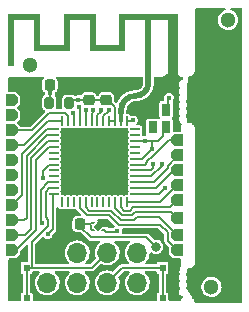
<source format=gbr>
%TF.GenerationSoftware,KiCad,Pcbnew,(5.99.0-10506-gb986797469)*%
%TF.CreationDate,2022-01-12T07:01:15+01:00*%
%TF.ProjectId,ESP31_V3,45535033-315f-4563-932e-6b696361645f,rev?*%
%TF.SameCoordinates,Original*%
%TF.FileFunction,Copper,L1,Top*%
%TF.FilePolarity,Positive*%
%FSLAX46Y46*%
G04 Gerber Fmt 4.6, Leading zero omitted, Abs format (unit mm)*
G04 Created by KiCad (PCBNEW (5.99.0-10506-gb986797469)) date 2022-01-12 07:01:15*
%MOMM*%
%LPD*%
G01*
G04 APERTURE LIST*
G04 Aperture macros list*
%AMRoundRect*
0 Rectangle with rounded corners*
0 $1 Rounding radius*
0 $2 $3 $4 $5 $6 $7 $8 $9 X,Y pos of 4 corners*
0 Add a 4 corners polygon primitive as box body*
4,1,4,$2,$3,$4,$5,$6,$7,$8,$9,$2,$3,0*
0 Add four circle primitives for the rounded corners*
1,1,$1+$1,$2,$3*
1,1,$1+$1,$4,$5*
1,1,$1+$1,$6,$7*
1,1,$1+$1,$8,$9*
0 Add four rect primitives between the rounded corners*
20,1,$1+$1,$2,$3,$4,$5,0*
20,1,$1+$1,$4,$5,$6,$7,0*
20,1,$1+$1,$6,$7,$8,$9,0*
20,1,$1+$1,$8,$9,$2,$3,0*%
%AMRotRect*
0 Rectangle, with rotation*
0 The origin of the aperture is its center*
0 $1 length*
0 $2 width*
0 $3 Rotation angle, in degrees counterclockwise*
0 Add horizontal line*
21,1,$1,$2,0,0,$3*%
%AMOutline5P*
0 Free polygon, 5 corners , with rotation*
0 The origin of the aperture is its center*
0 number of corners: always 8*
0 $1 to $10 corner X, Y*
0 $11 Rotation angle, in degrees counterclockwise*
0 create outline with 8 corners*
4,1,5,$1,$2,$3,$4,$5,$6,$7,$8,$9,$10,$1,$2,$11*%
%AMOutline6P*
0 Free polygon, 6 corners , with rotation*
0 The origin of the aperture is its center*
0 number of corners: always 6*
0 $1 to $12 corner X, Y*
0 $13 Rotation angle, in degrees counterclockwise*
0 create outline with 6 corners*
4,1,6,$1,$2,$3,$4,$5,$6,$7,$8,$9,$10,$11,$12,$1,$2,$13*%
%AMOutline7P*
0 Free polygon, 7 corners , with rotation*
0 The origin of the aperture is its center*
0 number of corners: always 7*
0 $1 to $14 corner X, Y*
0 $15 Rotation angle, in degrees counterclockwise*
0 create outline with 7 corners*
4,1,7,$1,$2,$3,$4,$5,$6,$7,$8,$9,$10,$11,$12,$13,$14,$1,$2,$15*%
%AMOutline8P*
0 Free polygon, 8 corners , with rotation*
0 The origin of the aperture is its center*
0 number of corners: always 8*
0 $1 to $16 corner X, Y*
0 $17 Rotation angle, in degrees counterclockwise*
0 create outline with 8 corners*
4,1,8,$1,$2,$3,$4,$5,$6,$7,$8,$9,$10,$11,$12,$13,$14,$15,$16,$1,$2,$17*%
%AMFreePoly0*
4,1,5,0.110000,-0.125000,-0.110000,-0.125000,-0.110000,0.125000,0.360000,0.125000,0.110000,-0.125000,0.110000,-0.125000,$1*%
%AMFreePoly1*
4,1,6,0.290000,-0.055000,0.290000,-0.125000,-0.110000,-0.125000,-0.110000,0.125000,0.110000,0.125000,0.290000,-0.055000,0.290000,-0.055000,$1*%
%AMFreePoly2*
4,1,6,0.110000,-0.125000,-0.290000,-0.125000,-0.290000,-0.055000,-0.110000,0.125000,0.110000,0.125000,0.110000,-0.125000,0.110000,-0.125000,$1*%
%AMFreePoly3*
4,1,6,0.110000,-0.125000,-0.110000,-0.125000,-0.290000,0.055000,-0.290000,0.125000,0.110000,0.125000,0.110000,-0.125000,0.110000,-0.125000,$1*%
G04 Aperture macros list end*
%TA.AperFunction,ComponentPad*%
%ADD10Outline6P,0.250000X-0.500000X-0.500000X-0.500000X-0.500000X0.500000X0.250000X0.500000X0.500000X0.250000X0.500000X-0.250000X180.000000*%
%TD*%
%TA.AperFunction,ComponentPad*%
%ADD11Outline6P,0.250000X-0.500000X-0.500000X-0.500000X-0.500000X0.500000X0.250000X0.500000X0.500000X0.250000X0.500000X-0.250000X0.000000*%
%TD*%
%TA.AperFunction,SMDPad,CuDef*%
%ADD12RoundRect,0.225000X-0.225000X-0.250000X0.225000X-0.250000X0.225000X0.250000X-0.225000X0.250000X0*%
%TD*%
%TA.AperFunction,WasherPad*%
%ADD13C,1.300000*%
%TD*%
%TA.AperFunction,SMDPad,CuDef*%
%ADD14FreePoly0,180.000000*%
%TD*%
%TA.AperFunction,SMDPad,CuDef*%
%ADD15FreePoly1,180.000000*%
%TD*%
%TA.AperFunction,SMDPad,CuDef*%
%ADD16FreePoly2,180.000000*%
%TD*%
%TA.AperFunction,SMDPad,CuDef*%
%ADD17FreePoly3,180.000000*%
%TD*%
%TA.AperFunction,SMDPad,CuDef*%
%ADD18RotRect,0.480000X0.480000X225.000000*%
%TD*%
%TA.AperFunction,SMDPad,CuDef*%
%ADD19RoundRect,0.225000X-0.250000X0.225000X-0.250000X-0.225000X0.250000X-0.225000X0.250000X0.225000X0*%
%TD*%
%TA.AperFunction,SMDPad,CuDef*%
%ADD20RoundRect,0.062500X-0.062500X0.337500X-0.062500X-0.337500X0.062500X-0.337500X0.062500X0.337500X0*%
%TD*%
%TA.AperFunction,SMDPad,CuDef*%
%ADD21RoundRect,0.062500X-0.337500X0.062500X-0.337500X-0.062500X0.337500X-0.062500X0.337500X0.062500X0*%
%TD*%
%TA.AperFunction,SMDPad,CuDef*%
%ADD22R,5.300000X5.300000*%
%TD*%
%TA.AperFunction,ConnectorPad*%
%ADD23R,0.500000X0.500000*%
%TD*%
%TA.AperFunction,ComponentPad*%
%ADD24R,0.900000X0.500000*%
%TD*%
%TA.AperFunction,SMDPad,CuDef*%
%ADD25RoundRect,0.200000X0.200000X0.275000X-0.200000X0.275000X-0.200000X-0.275000X0.200000X-0.275000X0*%
%TD*%
%TA.AperFunction,SMDPad,CuDef*%
%ADD26R,0.600000X0.600000*%
%TD*%
%TA.AperFunction,SMDPad,CuDef*%
%ADD27R,0.800000X1.000000*%
%TD*%
%TA.AperFunction,ComponentPad*%
%ADD28R,1.700000X1.700000*%
%TD*%
%TA.AperFunction,ComponentPad*%
%ADD29O,1.700000X1.700000*%
%TD*%
%TA.AperFunction,ViaPad*%
%ADD30C,0.400000*%
%TD*%
%TA.AperFunction,ViaPad*%
%ADD31C,0.800000*%
%TD*%
%TA.AperFunction,Conductor*%
%ADD32C,0.200000*%
%TD*%
%TA.AperFunction,Conductor*%
%ADD33C,0.250000*%
%TD*%
%TA.AperFunction,Conductor*%
%ADD34C,0.500000*%
%TD*%
%TA.AperFunction,Conductor*%
%ADD35C,0.350000*%
%TD*%
G04 APERTURE END LIST*
%TO.C,AE1*%
G36*
X117700000Y-95875000D02*
G01*
X117700000Y-95616842D01*
X118001778Y-95616842D01*
X118008309Y-95666368D01*
X118028868Y-95711553D01*
X118062511Y-95746787D01*
X118081122Y-95757400D01*
X118126637Y-95770300D01*
X118175156Y-95771043D01*
X118217819Y-95758935D01*
X118225731Y-95754581D01*
X118263674Y-95721797D01*
X118287742Y-95679395D01*
X118297583Y-95631785D01*
X118292847Y-95583378D01*
X118273185Y-95538584D01*
X118238245Y-95501814D01*
X118205353Y-95484908D01*
X118157267Y-95477018D01*
X118107682Y-95483592D01*
X118062372Y-95503687D01*
X118027112Y-95536357D01*
X118010218Y-95568583D01*
X118001778Y-95616842D01*
X117700000Y-95616842D01*
X117700000Y-90975000D01*
X116300000Y-90975000D01*
X116300000Y-95875000D01*
X115800000Y-95875000D01*
X115800000Y-90975000D01*
X114100000Y-90975000D01*
X114100000Y-93615000D01*
X111100000Y-93615000D01*
X111100000Y-90975000D01*
X109400000Y-90975000D01*
X109400000Y-93615000D01*
X106400000Y-93615000D01*
X106400000Y-90975000D01*
X104700000Y-90975000D01*
X104700000Y-94915000D01*
X104200000Y-94915000D01*
X104200000Y-90475000D01*
X106900000Y-90475000D01*
X106900000Y-93115000D01*
X108900000Y-93115000D01*
X108900000Y-90475000D01*
X111600000Y-90475000D01*
X111600000Y-93115000D01*
X113600000Y-93115000D01*
X113600000Y-90475000D01*
X118600000Y-90475000D01*
X118600000Y-95875000D01*
X117700000Y-95875000D01*
G37*
%TD*%
D10*
%TO.P,J5,1,Pin_1*%
%TO.N,/IO5*%
X118500000Y-107780000D03*
%TD*%
%TO.P,J10,1,Pin_1*%
%TO.N,/IO21*%
X118500000Y-101180000D03*
%TD*%
%TO.P,J7,1,Pin_1*%
%TO.N,/IO10*%
X118500000Y-109230000D03*
%TD*%
D11*
%TO.P,J18,1,Pin_1*%
%TO.N,/IO34*%
X104500000Y-102870000D03*
%TD*%
D10*
%TO.P,J9,1,Pin_1*%
%TO.N,/IO19*%
X118500000Y-103720000D03*
%TD*%
D12*
%TO.P,C2,1*%
%TO.N,/EN*%
X107725000Y-96500000D03*
%TO.P,C2,2*%
%TO.N,GND*%
X109275000Y-96500000D03*
%TD*%
D10*
%TO.P,J6,1,Pin_1*%
%TO.N,/IO9*%
X118500000Y-110500000D03*
%TD*%
%TO.P,J12,1,Pin_1*%
%TO.N,/IO23*%
X118500000Y-104990000D03*
%TD*%
D11*
%TO.P,J19,1,Pin_1*%
%TO.N,/IO35*%
X104500000Y-100330000D03*
%TD*%
D12*
%TO.P,C1,1*%
%TO.N,GND*%
X108725000Y-108300000D03*
%TO.P,C1,2*%
%TO.N,Net-(C1-Pad2)*%
X110275000Y-108300000D03*
%TD*%
D13*
%TO.P,REF\u002A\u002A,*%
%TO.N,*%
X106000000Y-94800000D03*
%TD*%
D14*
%TO.P,U1,1,VOUT*%
%TO.N,+3V3*%
X112340000Y-108825000D03*
D15*
%TO.P,U1,2,GND*%
%TO.N,GND*%
X112340000Y-108175000D03*
D16*
%TO.P,U1,3,EN*%
%TO.N,Net-(C1-Pad2)*%
X111260000Y-108175000D03*
D17*
%TO.P,U1,4,Vin*%
X111260000Y-108825000D03*
D18*
%TO.P,U1,5,EP*%
%TO.N,GND*%
X111800000Y-108500000D03*
%TD*%
D11*
%TO.P,J13,1,Pin_1*%
%TO.N,/IO25*%
X104500000Y-107950000D03*
%TD*%
D19*
%TO.P,C3,1*%
%TO.N,GND*%
X111000000Y-96225000D03*
%TO.P,C3,2*%
%TO.N,+3V3*%
X111000000Y-97775000D03*
%TD*%
D13*
%TO.P,,*%
%TO.N,*%
X122800000Y-91000000D03*
%TD*%
D19*
%TO.P,C4,1*%
%TO.N,GND*%
X112500000Y-96225000D03*
%TO.P,C4,2*%
%TO.N,+3V3*%
X112500000Y-97775000D03*
%TD*%
D11*
%TO.P,J15,1,Pin_1*%
%TO.N,/IO27*%
X104500000Y-110490000D03*
%TD*%
%TO.P,J17,1,Pin_1*%
%TO.N,/IO33*%
X104500000Y-106680000D03*
%TD*%
%TO.P,J14,1,Pin_1*%
%TO.N,/IO26*%
X104500000Y-109220000D03*
%TD*%
D10*
%TO.P,J8,1,Pin_1*%
%TO.N,/IO18*%
X118500000Y-106260000D03*
%TD*%
D20*
%TO.P,U2,1,VDDA*%
%TO.N,+3V3*%
X114250000Y-99550000D03*
%TO.P,U2,2,LNA_IN*%
%TO.N,Net-(AE1-Pad1)*%
X113750000Y-99550000D03*
%TO.P,U2,3,VDDA3P3*%
%TO.N,+3V3*%
X113250000Y-99550000D03*
%TO.P,U2,4,VDDA3P3*%
X112750000Y-99550000D03*
%TO.P,U2,5,SENSOR_VP*%
%TO.N,/SENS_VP*%
X112250000Y-99550000D03*
%TO.P,U2,6,SENSOR_CAPP*%
%TO.N,/CAPP*%
X111750000Y-99550000D03*
%TO.P,U2,7,SENSOR_CAPN*%
%TO.N,/CAPN*%
X111250000Y-99550000D03*
%TO.P,U2,8,SENSOR_VN*%
%TO.N,/SENS_VN*%
X110750000Y-99550000D03*
%TO.P,U2,9,EN*%
%TO.N,/EN*%
X110250000Y-99550000D03*
%TO.P,U2,10,IO34*%
%TO.N,/IO34*%
X109750000Y-99550000D03*
%TO.P,U2,11,IO35*%
%TO.N,/IO35*%
X109250000Y-99550000D03*
%TO.P,U2,12,IO32*%
%TO.N,/IO32*%
X108750000Y-99550000D03*
D21*
%TO.P,U2,13,IO33*%
%TO.N,/IO33*%
X108050000Y-100250000D03*
%TO.P,U2,14,IO25*%
%TO.N,/IO25*%
X108050000Y-100750000D03*
%TO.P,U2,15,IO26*%
%TO.N,/IO26*%
X108050000Y-101250000D03*
%TO.P,U2,16,IO27*%
%TO.N,/IO27*%
X108050000Y-101750000D03*
%TO.P,U2,17,IO14*%
%TO.N,unconnected-(U2-Pad17)*%
X108050000Y-102250000D03*
%TO.P,U2,18,IO12*%
%TO.N,unconnected-(U2-Pad18)*%
X108050000Y-102750000D03*
%TO.P,U2,19,VDD3P3_RTC*%
%TO.N,+3V3*%
X108050000Y-103250000D03*
%TO.P,U2,20,IO13*%
%TO.N,unconnected-(U2-Pad20)*%
X108050000Y-103750000D03*
%TO.P,U2,21,IO15*%
%TO.N,unconnected-(U2-Pad21)*%
X108050000Y-104250000D03*
%TO.P,U2,22,IO2*%
%TO.N,/IO2*%
X108050000Y-104750000D03*
%TO.P,U2,23,IO0*%
%TO.N,/IO0*%
X108050000Y-105250000D03*
%TO.P,U2,24,IO4*%
%TO.N,/IO4*%
X108050000Y-105750000D03*
D20*
%TO.P,U2,25,IO16*%
%TO.N,unconnected-(U2-Pad25)*%
X108750000Y-106450000D03*
%TO.P,U2,26,VDD_SDIO*%
%TO.N,unconnected-(U2-Pad26)*%
X109250000Y-106450000D03*
%TO.P,U2,27,IO17*%
%TO.N,unconnected-(U2-Pad27)*%
X109750000Y-106450000D03*
%TO.P,U2,28,SD2/IO9*%
%TO.N,/IO9*%
X110250000Y-106450000D03*
%TO.P,U2,29,SD3/IO10*%
%TO.N,/IO10*%
X110750000Y-106450000D03*
%TO.P,U2,30,CMD*%
%TO.N,unconnected-(U2-Pad30)*%
X111250000Y-106450000D03*
%TO.P,U2,31,CLK*%
%TO.N,unconnected-(U2-Pad31)*%
X111750000Y-106450000D03*
%TO.P,U2,32,SD0*%
%TO.N,unconnected-(U2-Pad32)*%
X112250000Y-106450000D03*
%TO.P,U2,33,SD1*%
%TO.N,unconnected-(U2-Pad33)*%
X112750000Y-106450000D03*
%TO.P,U2,34,IO5*%
%TO.N,/IO5*%
X113250000Y-106450000D03*
%TO.P,U2,35,IO18*%
%TO.N,/IO18*%
X113750000Y-106450000D03*
%TO.P,U2,36,IO23*%
%TO.N,/IO23*%
X114250000Y-106450000D03*
D21*
%TO.P,U2,37,VDD3P3_CPU*%
%TO.N,+3V3*%
X114950000Y-105750000D03*
%TO.P,U2,38,IO19*%
%TO.N,/IO19*%
X114950000Y-105250000D03*
%TO.P,U2,39,IO22*%
%TO.N,/IO22*%
X114950000Y-104750000D03*
%TO.P,U2,40,U0RXD/IO3*%
%TO.N,/IO3*%
X114950000Y-104250000D03*
%TO.P,U2,41,U0TXD/IO1*%
%TO.N,/IO1*%
X114950000Y-103750000D03*
%TO.P,U2,42,IO21*%
%TO.N,/IO21*%
X114950000Y-103250000D03*
%TO.P,U2,43,VDDA*%
%TO.N,+3V3*%
X114950000Y-102750000D03*
%TO.P,U2,44,XTAL_N_NC*%
%TO.N,unconnected-(U2-Pad44)*%
X114950000Y-102250000D03*
%TO.P,U2,45,XTAL_P_NC*%
%TO.N,unconnected-(U2-Pad45)*%
X114950000Y-101750000D03*
%TO.P,U2,46,VDDA*%
%TO.N,+3V3*%
X114950000Y-101250000D03*
%TO.P,U2,47,CAP2_NC*%
%TO.N,unconnected-(U2-Pad47)*%
X114950000Y-100750000D03*
%TO.P,U2,48,CAP1_NC*%
%TO.N,unconnected-(U2-Pad48)*%
X114950000Y-100250000D03*
D22*
%TO.P,U2,49,GND*%
%TO.N,GND*%
X111500000Y-103000000D03*
%TD*%
D23*
%TO.P,AE1,1,A*%
%TO.N,Net-(AE1-Pad1)*%
X116050000Y-95625000D03*
D24*
%TO.P,AE1,2,Shield*%
%TO.N,GND*%
X118150000Y-95625000D03*
%TD*%
D11*
%TO.P,J3,1,Pin_1*%
%TO.N,/CAPN*%
X104500000Y-105410000D03*
%TD*%
%TO.P,J4,1,Pin_1*%
%TO.N,/SENS_VN*%
X104500000Y-104140000D03*
%TD*%
D10*
%TO.P,J11,1,Pin_1*%
%TO.N,/IO22*%
X118500000Y-102450000D03*
%TD*%
D25*
%TO.P,R1,1*%
%TO.N,+3V3*%
X109325000Y-98000000D03*
%TO.P,R1,2*%
%TO.N,/EN*%
X107675000Y-98000000D03*
%TD*%
D13*
%TO.P,,*%
%TO.N,*%
X121400000Y-113600000D03*
%TD*%
D26*
%TO.P,SW1,1,1*%
%TO.N,GND*%
X118456000Y-111984000D03*
X118456000Y-114584000D03*
%TO.P,SW1,2,2*%
%TO.N,/EN*%
X117256000Y-114584000D03*
X117256000Y-111984000D03*
%TD*%
%TO.P,SW2,1,1*%
%TO.N,GND*%
X104556000Y-111984000D03*
X104556000Y-114584000D03*
%TO.P,SW2,2,2*%
%TO.N,/IO0*%
X105756000Y-114584000D03*
X105756000Y-111984000D03*
%TD*%
D11*
%TO.P,J1,1,Pin_1*%
%TO.N,/SENS_VP*%
X104500000Y-97790000D03*
%TD*%
%TO.P,J16,1,Pin_1*%
%TO.N,/IO32*%
X104500000Y-101600000D03*
%TD*%
D27*
%TO.P,D1,1,DI*%
%TO.N,/IO2*%
X117550000Y-98590000D03*
%TO.P,D1,2,VSS*%
%TO.N,GND*%
X116450000Y-98590000D03*
%TO.P,D1,3,DO*%
%TO.N,unconnected-(D1-Pad3)*%
X116450000Y-100090000D03*
%TO.P,D1,4,VDD*%
%TO.N,+3V3*%
X117550000Y-100090000D03*
%TD*%
D11*
%TO.P,J2,1,Pin_1*%
%TO.N,/CAPP*%
X104500000Y-99060000D03*
%TD*%
D28*
%TO.P,J20,1,Pin_1*%
%TO.N,GND*%
X107500000Y-110725000D03*
D29*
%TO.P,J20,2,Pin_2*%
%TO.N,/IO1*%
X107500000Y-113265000D03*
%TO.P,J20,3,Pin_3*%
%TO.N,/IO2*%
X110040000Y-110725000D03*
%TO.P,J20,4,Pin_4*%
%TO.N,/IO4*%
X110040000Y-113265000D03*
%TO.P,J20,5,Pin_5*%
%TO.N,/IO0*%
X112580000Y-110725000D03*
%TO.P,J20,6,Pin_6*%
%TO.N,/EN*%
X112580000Y-113265000D03*
%TO.P,J20,7,Pin_7*%
%TO.N,/IO3*%
X115120000Y-110725000D03*
%TO.P,J20,8,Pin_8*%
%TO.N,VIN*%
X115120000Y-113265000D03*
%TD*%
D30*
%TO.N,GND*%
X117350000Y-96150000D03*
X112889765Y-108410228D03*
X116130000Y-97680000D03*
X105500000Y-99300000D03*
X109100000Y-109150000D03*
X113900000Y-97100000D03*
X104550000Y-96200000D03*
X113550000Y-96200000D03*
X114850000Y-98150000D03*
X108580000Y-107330000D03*
X118500000Y-98500000D03*
X116530000Y-97200000D03*
X116750000Y-96050000D03*
X111500000Y-103000000D03*
X106650000Y-98200000D03*
X114200000Y-108900000D03*
X108508800Y-97256600D03*
X116500000Y-111100000D03*
X104500000Y-113750000D03*
X110500000Y-102000000D03*
X108740000Y-113670000D03*
X118450000Y-97825000D03*
X118500000Y-100000000D03*
X115350000Y-96050000D03*
X116750000Y-96600000D03*
X115150000Y-96600000D03*
X109900000Y-107400000D03*
X112500000Y-102000000D03*
X112500000Y-104000000D03*
X118450000Y-96250000D03*
X111750000Y-96200000D03*
X118500000Y-99250000D03*
X114503200Y-96800000D03*
X114400000Y-96200000D03*
X113374500Y-97587566D03*
X110150000Y-96200000D03*
X118500000Y-112750000D03*
X104500000Y-112750000D03*
X113621581Y-109899011D03*
X118425000Y-97000000D03*
X110500000Y-104000000D03*
X118500000Y-113750000D03*
X115450000Y-98050000D03*
X114450000Y-98700000D03*
%TO.N,/EN*%
X107725000Y-97227600D03*
X110162095Y-98373291D03*
%TO.N,+3V3*%
X110124000Y-97775000D03*
X114750000Y-99500000D03*
X113400000Y-108900000D03*
X116396800Y-101896800D03*
X115750000Y-101250000D03*
X107100000Y-104400000D03*
X117495701Y-105195701D03*
%TO.N,/IO1*%
X116464297Y-103214297D03*
%TO.N,/IO2*%
X107069740Y-108169740D03*
X117800000Y-97600000D03*
%TO.N,/IO4*%
X107542579Y-109142578D03*
%TO.N,/IO3*%
X117211935Y-103241894D03*
D31*
%TO.N,Net-(C1-Pad2)*%
X116700000Y-110200000D03*
D30*
%TO.N,/SENS_VN*%
X110808929Y-98625870D03*
%TO.N,/SENS_VP*%
X112700500Y-98625000D03*
%TO.N,/CAPP*%
X112057502Y-98617052D03*
%TO.N,/CAPN*%
X111408098Y-98605879D03*
%TO.N,/IO34*%
X109668798Y-98858724D03*
%TD*%
D32*
%TO.N,GND*%
X112340000Y-108175000D02*
X112654537Y-108175000D01*
D33*
X118700000Y-95900000D02*
X118425000Y-95625000D01*
X118425000Y-95625000D02*
X118150000Y-95625000D01*
X118150000Y-95625000D02*
X118347200Y-95427800D01*
X118150000Y-95625000D02*
X117975000Y-95625000D01*
X118700000Y-96000000D02*
X118700000Y-95900000D01*
X117500000Y-95900000D02*
X117600000Y-96000000D01*
D32*
X111800000Y-108500000D02*
X112125000Y-108175000D01*
D33*
X118150000Y-95625000D02*
X118150000Y-95650000D01*
D32*
X112654537Y-108175000D02*
X112889765Y-108410228D01*
X116550000Y-98590000D02*
X116550000Y-98370000D01*
D33*
X117600000Y-96000000D02*
X118700000Y-96000000D01*
D32*
X108725000Y-108300000D02*
X108725000Y-108775000D01*
D33*
X117500000Y-95800000D02*
X117500000Y-95900000D01*
X118150000Y-95625000D02*
X118375000Y-95625000D01*
X118150000Y-95625000D02*
X117675000Y-95625000D01*
D32*
X108725000Y-108775000D02*
X109100000Y-109150000D01*
D33*
X117500000Y-95800000D02*
X117975000Y-95800000D01*
D32*
X116550000Y-98590000D02*
X116550000Y-98440000D01*
D33*
X117975000Y-95800000D02*
X118150000Y-95625000D01*
X117675000Y-95625000D02*
X117500000Y-95800000D01*
D32*
X112125000Y-108175000D02*
X112340000Y-108175000D01*
D33*
%TO.N,Net-(AE1-Pad1)*%
X114985800Y-97409000D02*
X115011948Y-97409000D01*
D34*
X116050000Y-96374625D02*
X116050000Y-95625000D01*
X113750000Y-98627249D02*
X113750000Y-98918822D01*
D33*
X114096800Y-97790000D02*
X114118589Y-97768211D01*
D35*
X113750000Y-99550000D02*
X113750000Y-98918822D01*
D34*
X115747800Y-97104200D02*
G75*
G02*
X115011948Y-97409000I-735848J735842D01*
G01*
X116049999Y-96374625D02*
G75*
G02*
X115747799Y-97104199I-1031767J-3D01*
G01*
X114985800Y-97409000D02*
G75*
G03*
X114118589Y-97768211I-1J-1226418D01*
G01*
X114096800Y-97790000D02*
G75*
G03*
X113750000Y-98627249I837188J-837224D01*
G01*
D32*
%TO.N,/EN*%
X110250000Y-98461196D02*
X110162095Y-98373291D01*
X113821000Y-111984000D02*
X112540000Y-113265000D01*
X110250000Y-99550000D02*
X110250000Y-98461196D01*
X107725000Y-96500000D02*
X107725000Y-97950000D01*
X117256000Y-111984000D02*
X113821000Y-111984000D01*
X117256000Y-114584000D02*
X117256000Y-111984000D01*
X110250000Y-99550000D02*
X110250000Y-98665365D01*
X107725000Y-97950000D02*
X107675000Y-98000000D01*
%TO.N,+3V3*%
X116396800Y-101303200D02*
X116450000Y-101250000D01*
X113200011Y-98385234D02*
X112589777Y-97775000D01*
X114250000Y-99550000D02*
X114700000Y-99550000D01*
X114950000Y-102750000D02*
X115543600Y-102750000D01*
X112750000Y-99550000D02*
X113250000Y-99550000D01*
X108050000Y-103250000D02*
X107630954Y-103250000D01*
X117299511Y-100829609D02*
X116879120Y-101250000D01*
X114950000Y-105750000D02*
X116941402Y-105750000D01*
X116941402Y-105750000D02*
X117495701Y-105195701D01*
X117700000Y-100090000D02*
X117299511Y-100490489D01*
X114700000Y-99550000D02*
X114750000Y-99500000D01*
X112450000Y-108935000D02*
X112340000Y-108825000D01*
X115543600Y-102750000D02*
X116396800Y-101896800D01*
X112500000Y-97775000D02*
X111000000Y-97775000D01*
X113200011Y-99500011D02*
X113200011Y-98385234D01*
X113250000Y-99550000D02*
X113200011Y-99500011D01*
X114950000Y-101250000D02*
X115750000Y-101250000D01*
X107630954Y-103250000D02*
X107100000Y-103780954D01*
X116450000Y-101250000D02*
X115750000Y-101250000D01*
X107100000Y-103780954D02*
X107100000Y-104400000D01*
X110124000Y-97775000D02*
X109550000Y-97775000D01*
X112589777Y-97775000D02*
X112500000Y-97775000D01*
X116396800Y-101896800D02*
X116396800Y-101303200D01*
X109550000Y-97775000D02*
X109325000Y-98000000D01*
X113365000Y-108935000D02*
X112450000Y-108935000D01*
X113400000Y-108900000D02*
X113365000Y-108935000D01*
X117299511Y-100490489D02*
X117299511Y-100829609D01*
X116879120Y-101250000D02*
X116450000Y-101250000D01*
X111000000Y-97775000D02*
X110124000Y-97775000D01*
%TO.N,/IO1*%
X116252491Y-103750000D02*
X114950000Y-103750000D01*
X116464297Y-103538194D02*
X116252491Y-103750000D01*
X116464297Y-103214297D02*
X116464297Y-103538194D01*
%TO.N,/IO2*%
X107565948Y-104750000D02*
X108050000Y-104750000D01*
X117700000Y-98590000D02*
X117700000Y-97700000D01*
X106950961Y-105364987D02*
X107565948Y-104750000D01*
X106950961Y-108050961D02*
X106950961Y-105364987D01*
X107069740Y-108169740D02*
X106950961Y-108050961D01*
X117700000Y-97700000D02*
X117800000Y-97600000D01*
%TO.N,/IO4*%
X107968771Y-105831229D02*
X108050000Y-105750000D01*
X107968771Y-108716386D02*
X107968771Y-105831229D01*
X107542579Y-109142578D02*
X107968771Y-108716386D01*
%TO.N,/IO0*%
X106184000Y-109794757D02*
X106184000Y-111984000D01*
X112540000Y-110725000D02*
X111281000Y-111984000D01*
X107569251Y-108409506D02*
X106184000Y-109794757D01*
X106184000Y-111984000D02*
X105756000Y-111984000D01*
X107350481Y-105530473D02*
X107350481Y-107711204D01*
X111281000Y-111984000D02*
X106184000Y-111984000D01*
X105756000Y-114584000D02*
X105756000Y-111984000D01*
X107630954Y-105250000D02*
X107350481Y-105530473D01*
X107350481Y-107711204D02*
X107569251Y-107929974D01*
X107569251Y-107929974D02*
X107569251Y-108409506D01*
X108050000Y-105250000D02*
X107630954Y-105250000D01*
%TO.N,/IO3*%
X117211935Y-103241894D02*
X117211935Y-103355562D01*
X116317497Y-104250000D02*
X114950000Y-104250000D01*
X117211935Y-103355562D02*
X116317497Y-104250000D01*
%TO.N,Net-(C1-Pad2)*%
X111260000Y-108825000D02*
X111161069Y-108726069D01*
X111174511Y-109399511D02*
X110275000Y-108500000D01*
X111135000Y-108300000D02*
X111260000Y-108175000D01*
X115899511Y-109399511D02*
X111174511Y-109399511D01*
X110275000Y-108500000D02*
X110275000Y-108300000D01*
X116700000Y-110200000D02*
X115899511Y-109399511D01*
X111161069Y-108726069D02*
X111161069Y-108375935D01*
X110275000Y-108300000D02*
X111135000Y-108300000D01*
%TO.N,/SENS_VN*%
X110808929Y-98625870D02*
X110808929Y-98897645D01*
X110808929Y-98897645D02*
X110750000Y-98956574D01*
X110750000Y-98956574D02*
X110750000Y-99550000D01*
%TO.N,/SENS_VP*%
X112700500Y-98625000D02*
X112700500Y-98680454D01*
X112700500Y-98680454D02*
X112250000Y-99130954D01*
X112250000Y-99130954D02*
X112250000Y-99550000D01*
%TO.N,/CAPP*%
X111750000Y-99065948D02*
X111750000Y-99550000D01*
X112057502Y-98758446D02*
X111750000Y-99065948D01*
X112057502Y-98617052D02*
X112057502Y-98758446D01*
%TO.N,/CAPN*%
X111408098Y-98772132D02*
X111250000Y-98930230D01*
X111408098Y-98605879D02*
X111408098Y-98772132D01*
X111250000Y-98930230D02*
X111250000Y-99550000D01*
%TO.N,/IO5*%
X113250000Y-106934052D02*
X113864988Y-107549040D01*
X114635013Y-107549039D02*
X114935012Y-107249040D01*
X113250000Y-106450000D02*
X113250000Y-106934052D01*
X117969040Y-107249040D02*
X118500000Y-107780000D01*
X113864988Y-107549040D02*
X114635013Y-107549039D01*
X114935012Y-107249040D02*
X117969040Y-107249040D01*
%TO.N,/IO9*%
X113534017Y-108348080D02*
X117053074Y-108348080D01*
X117700480Y-109700480D02*
X118500000Y-110500000D01*
X110250000Y-106934052D02*
X110864988Y-107549040D01*
X112734977Y-107549040D02*
X113534017Y-108348080D01*
X117700480Y-108995486D02*
X117700480Y-109700480D01*
X110864988Y-107549040D02*
X112734977Y-107549040D01*
X117053074Y-108348080D02*
X117700480Y-108995486D01*
X110250000Y-106450000D02*
X110250000Y-106934052D01*
%TO.N,/IO10*%
X116918560Y-107648560D02*
X118500000Y-109230000D01*
X110750000Y-106869046D02*
X111030474Y-107149520D01*
X115100498Y-107648560D02*
X116918560Y-107648560D01*
X113699502Y-107948560D02*
X114800500Y-107948558D01*
X112900462Y-107149520D02*
X113699502Y-107948560D01*
X114800500Y-107948558D02*
X115100498Y-107648560D01*
X110750000Y-106450000D02*
X110750000Y-106869046D01*
X111030474Y-107149520D02*
X112900462Y-107149520D01*
%TO.N,/IO18*%
X113750000Y-106869046D02*
X114030474Y-107149520D01*
X114469526Y-107149520D02*
X114769526Y-106849520D01*
X114030474Y-107149520D02*
X114469526Y-107149520D01*
X117910480Y-106849520D02*
X118500000Y-106260000D01*
X114769526Y-106849520D02*
X117910480Y-106849520D01*
X113750000Y-106450000D02*
X113750000Y-106869046D01*
%TO.N,/IO19*%
X116735000Y-105250000D02*
X118265000Y-103720000D01*
X114950000Y-105250000D02*
X116735000Y-105250000D01*
X118265000Y-103720000D02*
X118500000Y-103720000D01*
%TO.N,/IO21*%
X115964786Y-103035214D02*
X115750000Y-103250000D01*
X117820000Y-101180000D02*
X116285214Y-102714786D01*
X115964786Y-102974531D02*
X115964786Y-103035214D01*
X116224531Y-102714786D02*
X115964786Y-102974531D01*
X115750000Y-103250000D02*
X114950000Y-103250000D01*
X116285214Y-102714786D02*
X116224531Y-102714786D01*
X118500000Y-101180000D02*
X117820000Y-101180000D01*
%TO.N,/IO22*%
X117700480Y-103345934D02*
X118500000Y-102546414D01*
X117700480Y-103549520D02*
X117700480Y-103345934D01*
X118500000Y-102546414D02*
X118500000Y-102450000D01*
X114950000Y-104750000D02*
X116500000Y-104750000D01*
X116500000Y-104750000D02*
X117700480Y-103549520D01*
%TO.N,/IO23*%
X117040000Y-106450000D02*
X118500000Y-104990000D01*
X114250000Y-106450000D02*
X117040000Y-106450000D01*
%TO.N,/IO25*%
X105752402Y-102498540D02*
X107500942Y-100750000D01*
X107500942Y-100750000D02*
X108050000Y-100750000D01*
X104500000Y-107950000D02*
X105550000Y-107950000D01*
X105752401Y-107747599D02*
X105752402Y-102498540D01*
X105550000Y-107950000D02*
X105752401Y-107747599D01*
%TO.N,/IO26*%
X107565948Y-101250000D02*
X106151921Y-102664027D01*
X105595868Y-109220000D02*
X106151921Y-108663947D01*
X104500000Y-109220000D02*
X105595868Y-109220000D01*
X106151921Y-108663947D02*
X106151921Y-107543796D01*
X106151921Y-102664027D02*
X106151921Y-107500000D01*
X108050000Y-101250000D02*
X107565948Y-101250000D01*
%TO.N,/IO27*%
X108050000Y-101750000D02*
X107630954Y-101750000D01*
X106551441Y-102829513D02*
X106551441Y-108829433D01*
X106551441Y-108829433D02*
X104890874Y-110490000D01*
X104890874Y-110490000D02*
X104500000Y-110490000D01*
X107630954Y-101750000D02*
X106551441Y-102829513D01*
%TO.N,/IO32*%
X107550000Y-99550000D02*
X105500000Y-101600000D01*
X105500000Y-101600000D02*
X104500000Y-101600000D01*
X108750000Y-99550000D02*
X107550000Y-99550000D01*
%TO.N,/IO33*%
X107435936Y-100250000D02*
X108050000Y-100250000D01*
X104500000Y-106680000D02*
X105352883Y-105827117D01*
X105352883Y-105827117D02*
X105352883Y-102333053D01*
X105352883Y-102333053D02*
X107435936Y-100250000D01*
%TO.N,/IO34*%
X109750000Y-98939926D02*
X109668798Y-98858724D01*
X109750000Y-99550000D02*
X109750000Y-98939926D01*
%TO.N,/IO35*%
X108969526Y-98850480D02*
X107684514Y-98850480D01*
X106204994Y-100330000D02*
X104500000Y-100330000D01*
X109250000Y-99550000D02*
X109250000Y-99130954D01*
X107684514Y-98850480D02*
X106204994Y-100330000D01*
X109250000Y-99130954D02*
X108969526Y-98850480D01*
%TD*%
%TA.AperFunction,Conductor*%
%TO.N,GND*%
G36*
X105829445Y-110073143D02*
G01*
X105872710Y-110116408D01*
X105883500Y-110161353D01*
X105883500Y-111379500D01*
X105864593Y-111437691D01*
X105815093Y-111473655D01*
X105784500Y-111478500D01*
X105456000Y-111478500D01*
X105412200Y-111487213D01*
X105386924Y-111492240D01*
X105386922Y-111492241D01*
X105377359Y-111494143D01*
X105310690Y-111538690D01*
X105266143Y-111605359D01*
X105264241Y-111614922D01*
X105264240Y-111614924D01*
X105262788Y-111622226D01*
X105250500Y-111684000D01*
X105250500Y-112284000D01*
X105256367Y-112313496D01*
X105264207Y-112352907D01*
X105266143Y-112362641D01*
X105310690Y-112429310D01*
X105377359Y-112473857D01*
X105386925Y-112475760D01*
X105394387Y-112478851D01*
X105440912Y-112518589D01*
X105455500Y-112570315D01*
X105455500Y-113997685D01*
X105436593Y-114055876D01*
X105394387Y-114089149D01*
X105386925Y-114092240D01*
X105377359Y-114094143D01*
X105310690Y-114138690D01*
X105305271Y-114146800D01*
X105297395Y-114158587D01*
X105266143Y-114205359D01*
X105264241Y-114214922D01*
X105264240Y-114214924D01*
X105259213Y-114240200D01*
X105250500Y-114284000D01*
X105250500Y-114701000D01*
X105231593Y-114759191D01*
X105182093Y-114795155D01*
X105151500Y-114800000D01*
X104299000Y-114800000D01*
X104240809Y-114781093D01*
X104204845Y-114731593D01*
X104200000Y-114701000D01*
X104200000Y-111289500D01*
X104218907Y-111231309D01*
X104268407Y-111195345D01*
X104299000Y-111190500D01*
X104833050Y-111190500D01*
X105200500Y-110823050D01*
X105200500Y-110646353D01*
X105219407Y-110588162D01*
X105229496Y-110576349D01*
X105714496Y-110091349D01*
X105769013Y-110063572D01*
X105829445Y-110073143D01*
G37*
%TD.AperFunction*%
%TA.AperFunction,Conductor*%
G36*
X116945786Y-108667487D02*
G01*
X116957599Y-108677576D01*
X117370984Y-109090961D01*
X117398761Y-109145478D01*
X117399980Y-109160965D01*
X117399980Y-109648372D01*
X117399750Y-109651504D01*
X117398257Y-109655852D01*
X117398600Y-109664988D01*
X117399910Y-109699881D01*
X117399980Y-109703595D01*
X117399980Y-109727326D01*
X117400815Y-109731810D01*
X117401062Y-109734484D01*
X117401411Y-109739869D01*
X117402079Y-109757650D01*
X117402454Y-109767642D01*
X117406060Y-109776037D01*
X117406061Y-109776039D01*
X117406994Y-109778210D01*
X117413357Y-109799154D01*
X117415463Y-109810459D01*
X117420260Y-109818241D01*
X117420261Y-109818244D01*
X117429428Y-109833116D01*
X117436110Y-109845979D01*
X117446614Y-109870428D01*
X117451935Y-109876906D01*
X117455438Y-109880409D01*
X117468619Y-109897084D01*
X117469367Y-109897909D01*
X117474164Y-109905691D01*
X117481440Y-109911224D01*
X117496188Y-109922439D01*
X117506266Y-109931238D01*
X117648172Y-110073143D01*
X117770503Y-110195474D01*
X117798281Y-110249991D01*
X117799500Y-110265478D01*
X117799500Y-110833050D01*
X118166950Y-111200500D01*
X118701000Y-111200500D01*
X118759191Y-111219407D01*
X118795155Y-111268907D01*
X118800000Y-111299500D01*
X118800000Y-111446418D01*
X118798228Y-111465063D01*
X118794329Y-111485395D01*
X118795196Y-111509107D01*
X118796157Y-111535375D01*
X118793067Y-111535488D01*
X118793232Y-111537213D01*
X118795457Y-111537080D01*
X118795457Y-111537082D01*
X118797360Y-111569002D01*
X118797466Y-111571202D01*
X118798553Y-111600909D01*
X118799467Y-111604335D01*
X118799689Y-111608052D01*
X118801265Y-111613421D01*
X118801266Y-111613424D01*
X118807806Y-111635697D01*
X118808467Y-111638057D01*
X118816842Y-111669434D01*
X118813845Y-111670234D01*
X118814175Y-111672146D01*
X118818164Y-111670974D01*
X118818165Y-111670975D01*
X118834816Y-111727683D01*
X118835009Y-111728619D01*
X118834443Y-111734073D01*
X118845714Y-111765419D01*
X118847537Y-111771008D01*
X118852389Y-111787533D01*
X118851154Y-111787896D01*
X118855744Y-111842741D01*
X118824034Y-111895068D01*
X118813070Y-111903275D01*
X118760744Y-111937061D01*
X118688473Y-112028737D01*
X118685763Y-112036455D01*
X118685761Y-112036458D01*
X118654424Y-112125695D01*
X118649794Y-112138879D01*
X118649656Y-112156484D01*
X118649059Y-112232488D01*
X118648877Y-112255612D01*
X118685821Y-112366349D01*
X118690785Y-112372854D01*
X118690786Y-112372855D01*
X118742284Y-112440333D01*
X118762558Y-112498062D01*
X118741332Y-112561685D01*
X118688473Y-112628737D01*
X118685763Y-112636455D01*
X118685761Y-112636458D01*
X118652505Y-112731159D01*
X118649794Y-112738879D01*
X118648877Y-112855612D01*
X118685821Y-112966349D01*
X118690785Y-112972854D01*
X118690786Y-112972855D01*
X118742284Y-113040333D01*
X118762558Y-113098062D01*
X118741332Y-113161685D01*
X118688473Y-113228737D01*
X118685763Y-113236455D01*
X118685761Y-113236458D01*
X118666363Y-113291696D01*
X118649794Y-113338879D01*
X118648877Y-113455612D01*
X118685821Y-113566349D01*
X118690785Y-113572854D01*
X118690786Y-113572855D01*
X118742284Y-113640333D01*
X118762558Y-113698062D01*
X118741332Y-113761685D01*
X118688473Y-113828737D01*
X118685763Y-113836455D01*
X118685761Y-113836458D01*
X118652505Y-113931159D01*
X118649794Y-113938879D01*
X118648877Y-114055612D01*
X118685821Y-114166349D01*
X118756644Y-114259148D01*
X118776402Y-114272350D01*
X118845494Y-114318516D01*
X118853707Y-114324004D01*
X118923022Y-114342382D01*
X118974420Y-114375570D01*
X118996496Y-114432633D01*
X118980816Y-114491775D01*
X118972076Y-114503059D01*
X118969424Y-114505357D01*
X118966142Y-114509834D01*
X118964779Y-114511313D01*
X118963742Y-114512584D01*
X118959733Y-114516500D01*
X118956704Y-114521214D01*
X118950536Y-114530811D01*
X118947113Y-114535797D01*
X118927495Y-114562561D01*
X118926463Y-114568107D01*
X118925959Y-114569052D01*
X118892330Y-114621380D01*
X118891740Y-114622150D01*
X118887252Y-114625291D01*
X118881795Y-114635010D01*
X118870942Y-114654338D01*
X118867903Y-114659391D01*
X118861603Y-114669193D01*
X118861601Y-114669197D01*
X118858603Y-114673862D01*
X118856717Y-114679078D01*
X118855811Y-114680911D01*
X118855182Y-114682405D01*
X118852443Y-114687283D01*
X118850867Y-114692652D01*
X118850864Y-114692658D01*
X118847645Y-114703621D01*
X118845758Y-114709389D01*
X118836621Y-114734661D01*
X118799055Y-114782956D01*
X118743519Y-114800000D01*
X117860500Y-114800000D01*
X117802309Y-114781093D01*
X117766345Y-114731593D01*
X117761500Y-114701000D01*
X117761500Y-114284000D01*
X117752787Y-114240200D01*
X117747760Y-114214924D01*
X117747759Y-114214922D01*
X117745857Y-114205359D01*
X117714605Y-114158587D01*
X117706729Y-114146800D01*
X117701310Y-114138690D01*
X117634641Y-114094143D01*
X117625075Y-114092240D01*
X117617613Y-114089149D01*
X117571088Y-114049411D01*
X117556500Y-113997685D01*
X117556500Y-112570315D01*
X117575407Y-112512124D01*
X117617613Y-112478851D01*
X117625075Y-112475760D01*
X117634641Y-112473857D01*
X117701310Y-112429310D01*
X117745857Y-112362641D01*
X117747794Y-112352907D01*
X117755633Y-112313496D01*
X117761500Y-112284000D01*
X117761500Y-111684000D01*
X117749212Y-111622226D01*
X117747760Y-111614924D01*
X117747759Y-111614922D01*
X117745857Y-111605359D01*
X117701310Y-111538690D01*
X117634641Y-111494143D01*
X117625078Y-111492241D01*
X117625076Y-111492240D01*
X117599800Y-111487213D01*
X117556000Y-111478500D01*
X116956000Y-111478500D01*
X116912200Y-111487213D01*
X116886924Y-111492240D01*
X116886922Y-111492241D01*
X116877359Y-111494143D01*
X116810690Y-111538690D01*
X116766143Y-111605359D01*
X116764240Y-111614924D01*
X116761149Y-111622387D01*
X116721411Y-111668912D01*
X116669685Y-111683500D01*
X115886926Y-111683500D01*
X115828735Y-111664593D01*
X115792771Y-111615093D01*
X115792771Y-111553907D01*
X115825976Y-111506487D01*
X115844072Y-111492349D01*
X115844076Y-111492345D01*
X115847893Y-111489363D01*
X115851055Y-111485700D01*
X115851060Y-111485695D01*
X115979332Y-111337089D01*
X115982496Y-111333424D01*
X116005766Y-111292463D01*
X116081858Y-111158517D01*
X116081859Y-111158514D01*
X116084247Y-111154311D01*
X116091072Y-111133797D01*
X116147743Y-110963435D01*
X116147743Y-110963433D01*
X116149270Y-110958844D01*
X116154154Y-110920187D01*
X116174740Y-110757225D01*
X116175088Y-110754471D01*
X116175127Y-110751696D01*
X116175319Y-110748948D01*
X116176542Y-110749034D01*
X116194841Y-110695336D01*
X116244849Y-110660082D01*
X116306028Y-110660956D01*
X116334358Y-110676119D01*
X116397250Y-110724378D01*
X116543285Y-110784868D01*
X116700000Y-110805500D01*
X116856715Y-110784868D01*
X117002750Y-110724378D01*
X117128153Y-110628153D01*
X117224378Y-110502750D01*
X117284868Y-110356715D01*
X117305500Y-110200000D01*
X117284868Y-110043285D01*
X117224378Y-109897250D01*
X117128153Y-109771847D01*
X117002750Y-109675622D01*
X116856715Y-109615132D01*
X116700000Y-109594500D01*
X116588876Y-109609130D01*
X116528717Y-109597980D01*
X116505951Y-109580980D01*
X116148842Y-109223870D01*
X116146790Y-109221492D01*
X116144772Y-109217364D01*
X116112482Y-109187411D01*
X116109806Y-109184834D01*
X116093014Y-109168042D01*
X116089255Y-109165463D01*
X116087174Y-109163734D01*
X116083117Y-109160171D01*
X116069459Y-109147501D01*
X116069456Y-109147499D01*
X116062756Y-109141284D01*
X116052075Y-109137023D01*
X116032758Y-109126708D01*
X116023282Y-109120207D01*
X115997380Y-109114060D01*
X115983577Y-109109694D01*
X115958850Y-109099829D01*
X115950507Y-109099011D01*
X115945557Y-109099011D01*
X115924438Y-109096540D01*
X115923328Y-109096486D01*
X115914434Y-109094375D01*
X115893036Y-109097287D01*
X115887011Y-109098107D01*
X115873661Y-109099011D01*
X113889893Y-109099011D01*
X113831702Y-109080104D01*
X113795738Y-109030604D01*
X113792112Y-108984525D01*
X113805500Y-108900000D01*
X113785653Y-108774694D01*
X113785502Y-108774398D01*
X113785501Y-108716988D01*
X113821464Y-108667488D01*
X113879656Y-108648580D01*
X116887595Y-108648580D01*
X116945786Y-108667487D01*
G37*
%TD.AperFunction*%
%TA.AperFunction,Conductor*%
G36*
X114495456Y-109718918D02*
G01*
X114531420Y-109768418D01*
X114531420Y-109829604D01*
X114499299Y-109876165D01*
X114445740Y-109919228D01*
X114381505Y-109970874D01*
X114369643Y-109985011D01*
X114252202Y-110124971D01*
X114252199Y-110124975D01*
X114249093Y-110128677D01*
X114149853Y-110309194D01*
X114087565Y-110505549D01*
X114087025Y-110510361D01*
X114087025Y-110510362D01*
X114070134Y-110660956D01*
X114064603Y-110710263D01*
X114081840Y-110915538D01*
X114083173Y-110920186D01*
X114083173Y-110920187D01*
X114110400Y-111015136D01*
X114138621Y-111113555D01*
X114232782Y-111296773D01*
X114360737Y-111458212D01*
X114420542Y-111509110D01*
X114452600Y-111561221D01*
X114447906Y-111622226D01*
X114408251Y-111668821D01*
X114356376Y-111683500D01*
X113873109Y-111683500D01*
X113869977Y-111683270D01*
X113865629Y-111681777D01*
X113852205Y-111682281D01*
X113821600Y-111683430D01*
X113817886Y-111683500D01*
X113794154Y-111683500D01*
X113789670Y-111684335D01*
X113786996Y-111684582D01*
X113781611Y-111684931D01*
X113762971Y-111685631D01*
X113762970Y-111685631D01*
X113753838Y-111685974D01*
X113745443Y-111689580D01*
X113745441Y-111689581D01*
X113743270Y-111690514D01*
X113722326Y-111696877D01*
X113720832Y-111697156D01*
X113720008Y-111697309D01*
X113720007Y-111697309D01*
X113711021Y-111698983D01*
X113703239Y-111703780D01*
X113703236Y-111703781D01*
X113688364Y-111712948D01*
X113675501Y-111719630D01*
X113651052Y-111730134D01*
X113644574Y-111735454D01*
X113641069Y-111738959D01*
X113624404Y-111752131D01*
X113623568Y-111752889D01*
X113615789Y-111757684D01*
X113610257Y-111764959D01*
X113610256Y-111764960D01*
X113599047Y-111779701D01*
X113590247Y-111789781D01*
X113105425Y-112274603D01*
X113050908Y-112302380D01*
X112997052Y-112295861D01*
X112993284Y-112294277D01*
X112989023Y-112291973D01*
X112890631Y-112261516D01*
X112796859Y-112232488D01*
X112796855Y-112232487D01*
X112792238Y-112231058D01*
X112787431Y-112230553D01*
X112787427Y-112230552D01*
X112592185Y-112210032D01*
X112592183Y-112210032D01*
X112587369Y-112209526D01*
X112519372Y-112215714D01*
X112387039Y-112227757D01*
X112387036Y-112227758D01*
X112382219Y-112228196D01*
X112377577Y-112229562D01*
X112377573Y-112229563D01*
X112189250Y-112284989D01*
X112189247Y-112284990D01*
X112184603Y-112286357D01*
X112180309Y-112288602D01*
X112006344Y-112379548D01*
X112006340Y-112379551D01*
X112002047Y-112381795D01*
X111998271Y-112384831D01*
X111998268Y-112384833D01*
X111868212Y-112489401D01*
X111841505Y-112510874D01*
X111768736Y-112597597D01*
X111712202Y-112664971D01*
X111712199Y-112664975D01*
X111709093Y-112668677D01*
X111609853Y-112849194D01*
X111547565Y-113045549D01*
X111547025Y-113050361D01*
X111547025Y-113050362D01*
X111541136Y-113102870D01*
X111524603Y-113250263D01*
X111541840Y-113455538D01*
X111543173Y-113460186D01*
X111543173Y-113460187D01*
X111594830Y-113640333D01*
X111598621Y-113653555D01*
X111692782Y-113836773D01*
X111820737Y-113998212D01*
X111824417Y-114001344D01*
X111824419Y-114001346D01*
X111888182Y-114055612D01*
X111977612Y-114131723D01*
X111981835Y-114134083D01*
X111981839Y-114134086D01*
X112051209Y-114172855D01*
X112157432Y-114232221D01*
X112162030Y-114233715D01*
X112348742Y-114294382D01*
X112348745Y-114294383D01*
X112353347Y-114295878D01*
X112557895Y-114320269D01*
X112562717Y-114319898D01*
X112562720Y-114319898D01*
X112758458Y-114304837D01*
X112758463Y-114304836D01*
X112763286Y-114304465D01*
X112961695Y-114249068D01*
X112992089Y-114233715D01*
X113141244Y-114158371D01*
X113141246Y-114158370D01*
X113145565Y-114156188D01*
X113307893Y-114029363D01*
X113311055Y-114025700D01*
X113311060Y-114025695D01*
X113439332Y-113877089D01*
X113442496Y-113873424D01*
X113465766Y-113832463D01*
X113541858Y-113698517D01*
X113541859Y-113698514D01*
X113544247Y-113694311D01*
X113555945Y-113659148D01*
X113607743Y-113503435D01*
X113607743Y-113503433D01*
X113609270Y-113498844D01*
X113613752Y-113463369D01*
X113634740Y-113297225D01*
X113635088Y-113294471D01*
X113635500Y-113265000D01*
X113633584Y-113245455D01*
X113615870Y-113064796D01*
X113615869Y-113064792D01*
X113615398Y-113059986D01*
X113612493Y-113050362D01*
X113557256Y-112867412D01*
X113555858Y-112862780D01*
X113548635Y-112849194D01*
X113524757Y-112804288D01*
X113514132Y-112744032D01*
X113542165Y-112687806D01*
X113916475Y-112313496D01*
X113970992Y-112285719D01*
X113986479Y-112284500D01*
X114381932Y-112284500D01*
X114440123Y-112303407D01*
X114476087Y-112352907D01*
X114476087Y-112414093D01*
X114443966Y-112460654D01*
X114381505Y-112510874D01*
X114308736Y-112597597D01*
X114252202Y-112664971D01*
X114252199Y-112664975D01*
X114249093Y-112668677D01*
X114149853Y-112849194D01*
X114087565Y-113045549D01*
X114087025Y-113050361D01*
X114087025Y-113050362D01*
X114081136Y-113102870D01*
X114064603Y-113250263D01*
X114081840Y-113455538D01*
X114083173Y-113460186D01*
X114083173Y-113460187D01*
X114134830Y-113640333D01*
X114138621Y-113653555D01*
X114232782Y-113836773D01*
X114360737Y-113998212D01*
X114364417Y-114001344D01*
X114364419Y-114001346D01*
X114428182Y-114055612D01*
X114517612Y-114131723D01*
X114521835Y-114134083D01*
X114521839Y-114134086D01*
X114591209Y-114172855D01*
X114697432Y-114232221D01*
X114702030Y-114233715D01*
X114888742Y-114294382D01*
X114888745Y-114294383D01*
X114893347Y-114295878D01*
X115097895Y-114320269D01*
X115102717Y-114319898D01*
X115102720Y-114319898D01*
X115298458Y-114304837D01*
X115298463Y-114304836D01*
X115303286Y-114304465D01*
X115501695Y-114249068D01*
X115532089Y-114233715D01*
X115681244Y-114158371D01*
X115681246Y-114158370D01*
X115685565Y-114156188D01*
X115847893Y-114029363D01*
X115851055Y-114025700D01*
X115851060Y-114025695D01*
X115979332Y-113877089D01*
X115982496Y-113873424D01*
X116005766Y-113832463D01*
X116081858Y-113698517D01*
X116081859Y-113698514D01*
X116084247Y-113694311D01*
X116095945Y-113659148D01*
X116147743Y-113503435D01*
X116147743Y-113503433D01*
X116149270Y-113498844D01*
X116153752Y-113463369D01*
X116174740Y-113297225D01*
X116175088Y-113294471D01*
X116175500Y-113265000D01*
X116173584Y-113245455D01*
X116155870Y-113064796D01*
X116155869Y-113064792D01*
X116155398Y-113059986D01*
X116152493Y-113050362D01*
X116097256Y-112867412D01*
X116095858Y-112862780D01*
X115999148Y-112680895D01*
X115868952Y-112521259D01*
X115843447Y-112500159D01*
X115794638Y-112459781D01*
X115761853Y-112408120D01*
X115765695Y-112347056D01*
X115804696Y-112299911D01*
X115857743Y-112284500D01*
X116669685Y-112284500D01*
X116727876Y-112303407D01*
X116761149Y-112345613D01*
X116764240Y-112353075D01*
X116766143Y-112362641D01*
X116810690Y-112429310D01*
X116877359Y-112473857D01*
X116886925Y-112475760D01*
X116894387Y-112478851D01*
X116940912Y-112518589D01*
X116955500Y-112570315D01*
X116955500Y-113997685D01*
X116936593Y-114055876D01*
X116894387Y-114089149D01*
X116886925Y-114092240D01*
X116877359Y-114094143D01*
X116810690Y-114138690D01*
X116805271Y-114146800D01*
X116797395Y-114158587D01*
X116766143Y-114205359D01*
X116764241Y-114214922D01*
X116764240Y-114214924D01*
X116759213Y-114240200D01*
X116750500Y-114284000D01*
X116750500Y-114701000D01*
X116731593Y-114759191D01*
X116682093Y-114795155D01*
X116651500Y-114800000D01*
X106360500Y-114800000D01*
X106302309Y-114781093D01*
X106266345Y-114731593D01*
X106261500Y-114701000D01*
X106261500Y-114284000D01*
X106252787Y-114240200D01*
X106247760Y-114214924D01*
X106247759Y-114214922D01*
X106245857Y-114205359D01*
X106214605Y-114158587D01*
X106206729Y-114146800D01*
X106201310Y-114138690D01*
X106134641Y-114094143D01*
X106125075Y-114092240D01*
X106117613Y-114089149D01*
X106071088Y-114049411D01*
X106056500Y-113997685D01*
X106056500Y-112570315D01*
X106075407Y-112512124D01*
X106117613Y-112478851D01*
X106125075Y-112475760D01*
X106134641Y-112473857D01*
X106201310Y-112429310D01*
X106245857Y-112362641D01*
X106247760Y-112353075D01*
X106250851Y-112345613D01*
X106290589Y-112299088D01*
X106342315Y-112284500D01*
X106761932Y-112284500D01*
X106820123Y-112303407D01*
X106856087Y-112352907D01*
X106856087Y-112414093D01*
X106823966Y-112460654D01*
X106761505Y-112510874D01*
X106688736Y-112597597D01*
X106632202Y-112664971D01*
X106632199Y-112664975D01*
X106629093Y-112668677D01*
X106529853Y-112849194D01*
X106467565Y-113045549D01*
X106467025Y-113050361D01*
X106467025Y-113050362D01*
X106461136Y-113102870D01*
X106444603Y-113250263D01*
X106461840Y-113455538D01*
X106463173Y-113460186D01*
X106463173Y-113460187D01*
X106514830Y-113640333D01*
X106518621Y-113653555D01*
X106612782Y-113836773D01*
X106740737Y-113998212D01*
X106744417Y-114001344D01*
X106744419Y-114001346D01*
X106808182Y-114055612D01*
X106897612Y-114131723D01*
X106901835Y-114134083D01*
X106901839Y-114134086D01*
X106971209Y-114172855D01*
X107077432Y-114232221D01*
X107082030Y-114233715D01*
X107268742Y-114294382D01*
X107268745Y-114294383D01*
X107273347Y-114295878D01*
X107477895Y-114320269D01*
X107482717Y-114319898D01*
X107482720Y-114319898D01*
X107678458Y-114304837D01*
X107678463Y-114304836D01*
X107683286Y-114304465D01*
X107881695Y-114249068D01*
X107912089Y-114233715D01*
X108061244Y-114158371D01*
X108061246Y-114158370D01*
X108065565Y-114156188D01*
X108227893Y-114029363D01*
X108231055Y-114025700D01*
X108231060Y-114025695D01*
X108359332Y-113877089D01*
X108362496Y-113873424D01*
X108385766Y-113832463D01*
X108461858Y-113698517D01*
X108461859Y-113698514D01*
X108464247Y-113694311D01*
X108475945Y-113659148D01*
X108527743Y-113503435D01*
X108527743Y-113503433D01*
X108529270Y-113498844D01*
X108533752Y-113463369D01*
X108554740Y-113297225D01*
X108555088Y-113294471D01*
X108555500Y-113265000D01*
X108553584Y-113245455D01*
X108535870Y-113064796D01*
X108535869Y-113064792D01*
X108535398Y-113059986D01*
X108532493Y-113050362D01*
X108477256Y-112867412D01*
X108475858Y-112862780D01*
X108379148Y-112680895D01*
X108248952Y-112521259D01*
X108223447Y-112500159D01*
X108174638Y-112459781D01*
X108141853Y-112408120D01*
X108145695Y-112347056D01*
X108184696Y-112299911D01*
X108237743Y-112284500D01*
X109301932Y-112284500D01*
X109360123Y-112303407D01*
X109396087Y-112352907D01*
X109396087Y-112414093D01*
X109363966Y-112460654D01*
X109301505Y-112510874D01*
X109228736Y-112597597D01*
X109172202Y-112664971D01*
X109172199Y-112664975D01*
X109169093Y-112668677D01*
X109069853Y-112849194D01*
X109007565Y-113045549D01*
X109007025Y-113050361D01*
X109007025Y-113050362D01*
X109001136Y-113102870D01*
X108984603Y-113250263D01*
X109001840Y-113455538D01*
X109003173Y-113460186D01*
X109003173Y-113460187D01*
X109054830Y-113640333D01*
X109058621Y-113653555D01*
X109152782Y-113836773D01*
X109280737Y-113998212D01*
X109284417Y-114001344D01*
X109284419Y-114001346D01*
X109348182Y-114055612D01*
X109437612Y-114131723D01*
X109441835Y-114134083D01*
X109441839Y-114134086D01*
X109511209Y-114172855D01*
X109617432Y-114232221D01*
X109622030Y-114233715D01*
X109808742Y-114294382D01*
X109808745Y-114294383D01*
X109813347Y-114295878D01*
X110017895Y-114320269D01*
X110022717Y-114319898D01*
X110022720Y-114319898D01*
X110218458Y-114304837D01*
X110218463Y-114304836D01*
X110223286Y-114304465D01*
X110421695Y-114249068D01*
X110452089Y-114233715D01*
X110601244Y-114158371D01*
X110601246Y-114158370D01*
X110605565Y-114156188D01*
X110767893Y-114029363D01*
X110771055Y-114025700D01*
X110771060Y-114025695D01*
X110899332Y-113877089D01*
X110902496Y-113873424D01*
X110925766Y-113832463D01*
X111001858Y-113698517D01*
X111001859Y-113698514D01*
X111004247Y-113694311D01*
X111015945Y-113659148D01*
X111067743Y-113503435D01*
X111067743Y-113503433D01*
X111069270Y-113498844D01*
X111073752Y-113463369D01*
X111094740Y-113297225D01*
X111095088Y-113294471D01*
X111095500Y-113265000D01*
X111093584Y-113245455D01*
X111075870Y-113064796D01*
X111075869Y-113064792D01*
X111075398Y-113059986D01*
X111072493Y-113050362D01*
X111017256Y-112867412D01*
X111015858Y-112862780D01*
X110919148Y-112680895D01*
X110788952Y-112521259D01*
X110763447Y-112500159D01*
X110714638Y-112459781D01*
X110681853Y-112408120D01*
X110685695Y-112347056D01*
X110724696Y-112299911D01*
X110777743Y-112284500D01*
X111228892Y-112284500D01*
X111232024Y-112284730D01*
X111236372Y-112286223D01*
X111245508Y-112285880D01*
X111280401Y-112284570D01*
X111284115Y-112284500D01*
X111307846Y-112284500D01*
X111312330Y-112283665D01*
X111315004Y-112283418D01*
X111320389Y-112283069D01*
X111339029Y-112282369D01*
X111339030Y-112282369D01*
X111348162Y-112282026D01*
X111356557Y-112278420D01*
X111356559Y-112278419D01*
X111358730Y-112277486D01*
X111379674Y-112271123D01*
X111381168Y-112270844D01*
X111381992Y-112270691D01*
X111381993Y-112270691D01*
X111390979Y-112269017D01*
X111398761Y-112264220D01*
X111398764Y-112264219D01*
X111413636Y-112255052D01*
X111426499Y-112248370D01*
X111450948Y-112237866D01*
X111457426Y-112232545D01*
X111460929Y-112229042D01*
X111477604Y-112215861D01*
X111478429Y-112215113D01*
X111486211Y-112210316D01*
X111492041Y-112202650D01*
X111502956Y-112188295D01*
X111511757Y-112178215D01*
X112002057Y-111687916D01*
X112056573Y-111660139D01*
X112120358Y-111671501D01*
X112157432Y-111692221D01*
X112162030Y-111693715D01*
X112348742Y-111754382D01*
X112348745Y-111754383D01*
X112353347Y-111755878D01*
X112557895Y-111780269D01*
X112562717Y-111779898D01*
X112562720Y-111779898D01*
X112758458Y-111764837D01*
X112758463Y-111764836D01*
X112763286Y-111764465D01*
X112961695Y-111709068D01*
X112966013Y-111706887D01*
X113141244Y-111618371D01*
X113141246Y-111618370D01*
X113145565Y-111616188D01*
X113307893Y-111489363D01*
X113311055Y-111485700D01*
X113311060Y-111485695D01*
X113439332Y-111337089D01*
X113442496Y-111333424D01*
X113465766Y-111292463D01*
X113541858Y-111158517D01*
X113541859Y-111158514D01*
X113544247Y-111154311D01*
X113551072Y-111133797D01*
X113607743Y-110963435D01*
X113607743Y-110963433D01*
X113609270Y-110958844D01*
X113614154Y-110920187D01*
X113634740Y-110757225D01*
X113635088Y-110754471D01*
X113635500Y-110725000D01*
X113633584Y-110705455D01*
X113615870Y-110524796D01*
X113615869Y-110524792D01*
X113615398Y-110519986D01*
X113612493Y-110510362D01*
X113567914Y-110362712D01*
X113555858Y-110322780D01*
X113459148Y-110140895D01*
X113328952Y-109981259D01*
X113253970Y-109919228D01*
X113200860Y-109875292D01*
X113168075Y-109823631D01*
X113171917Y-109762567D01*
X113210918Y-109715423D01*
X113263965Y-109700011D01*
X114437265Y-109700011D01*
X114495456Y-109718918D01*
G37*
%TD.AperFunction*%
%TA.AperFunction,Conductor*%
G36*
X108450587Y-106906053D02*
G01*
X108497995Y-106977005D01*
X108584941Y-107035100D01*
X108662363Y-107050500D01*
X108837637Y-107050500D01*
X108915059Y-107035100D01*
X108944999Y-107015095D01*
X109003887Y-106998487D01*
X109055001Y-107015095D01*
X109084941Y-107035100D01*
X109162363Y-107050500D01*
X109337637Y-107050500D01*
X109415059Y-107035100D01*
X109444999Y-107015095D01*
X109503887Y-106998487D01*
X109555001Y-107015095D01*
X109584941Y-107035100D01*
X109662363Y-107050500D01*
X109837637Y-107050500D01*
X109883853Y-107041307D01*
X109944613Y-107048499D01*
X109989543Y-107090031D01*
X109992794Y-107096624D01*
X109993376Y-107097580D01*
X109996134Y-107104000D01*
X110001455Y-107110478D01*
X110004958Y-107113981D01*
X110018139Y-107130656D01*
X110018887Y-107131481D01*
X110023684Y-107139263D01*
X110030959Y-107144795D01*
X110030960Y-107144796D01*
X110045705Y-107156008D01*
X110055785Y-107164808D01*
X110346473Y-107455496D01*
X110374250Y-107510013D01*
X110364679Y-107570445D01*
X110321414Y-107613710D01*
X110276469Y-107624500D01*
X110018431Y-107624500D01*
X110014587Y-107625109D01*
X110014585Y-107625109D01*
X109924663Y-107639351D01*
X109924662Y-107639351D01*
X109916968Y-107640570D01*
X109910029Y-107644106D01*
X109910028Y-107644106D01*
X109803897Y-107698182D01*
X109803895Y-107698183D01*
X109796958Y-107701718D01*
X109701718Y-107796958D01*
X109698183Y-107803895D01*
X109698182Y-107803897D01*
X109662839Y-107873263D01*
X109640570Y-107916968D01*
X109624500Y-108018431D01*
X109624500Y-108581569D01*
X109640570Y-108683032D01*
X109644106Y-108689971D01*
X109644106Y-108689972D01*
X109679738Y-108759903D01*
X109701718Y-108803042D01*
X109796958Y-108898282D01*
X109803895Y-108901817D01*
X109803897Y-108901818D01*
X109910028Y-108955894D01*
X109916968Y-108959430D01*
X109924662Y-108960649D01*
X109924663Y-108960649D01*
X110014585Y-108974891D01*
X110014587Y-108974891D01*
X110018431Y-108975500D01*
X110284521Y-108975500D01*
X110342712Y-108994407D01*
X110354525Y-109004496D01*
X110925179Y-109575150D01*
X110927231Y-109577528D01*
X110929250Y-109581658D01*
X110935950Y-109587873D01*
X110961553Y-109611623D01*
X110964229Y-109614200D01*
X110981009Y-109630980D01*
X110984766Y-109633558D01*
X110986851Y-109635290D01*
X110990905Y-109638851D01*
X111004563Y-109651521D01*
X111004566Y-109651523D01*
X111011266Y-109657738D01*
X111019757Y-109661126D01*
X111019758Y-109661126D01*
X111021950Y-109662001D01*
X111041261Y-109672313D01*
X111043200Y-109673643D01*
X111050741Y-109678816D01*
X111059635Y-109680927D01*
X111059636Y-109680927D01*
X111076631Y-109684960D01*
X111090460Y-109689334D01*
X111108682Y-109696604D01*
X111108684Y-109696604D01*
X111115172Y-109699193D01*
X111123515Y-109700011D01*
X111128465Y-109700011D01*
X111149584Y-109702482D01*
X111150694Y-109702536D01*
X111159588Y-109704647D01*
X111180986Y-109701735D01*
X111187011Y-109700915D01*
X111200361Y-109700011D01*
X111897265Y-109700011D01*
X111955456Y-109718918D01*
X111991420Y-109768418D01*
X111991420Y-109829604D01*
X111959299Y-109876165D01*
X111905740Y-109919228D01*
X111841505Y-109970874D01*
X111829643Y-109985011D01*
X111712202Y-110124971D01*
X111712199Y-110124975D01*
X111709093Y-110128677D01*
X111609853Y-110309194D01*
X111547565Y-110505549D01*
X111547025Y-110510361D01*
X111547025Y-110510362D01*
X111530134Y-110660956D01*
X111524603Y-110710263D01*
X111541840Y-110915538D01*
X111543173Y-110920186D01*
X111543173Y-110920187D01*
X111570400Y-111015136D01*
X111598621Y-111113555D01*
X111600836Y-111117865D01*
X111609024Y-111133797D01*
X111618807Y-111194196D01*
X111590975Y-111249054D01*
X111385603Y-111454425D01*
X111185524Y-111654504D01*
X111131008Y-111682281D01*
X111115521Y-111683500D01*
X110806926Y-111683500D01*
X110748735Y-111664593D01*
X110712771Y-111615093D01*
X110712771Y-111553907D01*
X110745976Y-111506487D01*
X110764072Y-111492349D01*
X110764076Y-111492345D01*
X110767893Y-111489363D01*
X110771055Y-111485700D01*
X110771060Y-111485695D01*
X110899332Y-111337089D01*
X110902496Y-111333424D01*
X110925766Y-111292463D01*
X111001858Y-111158517D01*
X111001859Y-111158514D01*
X111004247Y-111154311D01*
X111011072Y-111133797D01*
X111067743Y-110963435D01*
X111067743Y-110963433D01*
X111069270Y-110958844D01*
X111074154Y-110920187D01*
X111094740Y-110757225D01*
X111095088Y-110754471D01*
X111095500Y-110725000D01*
X111093584Y-110705455D01*
X111075870Y-110524796D01*
X111075869Y-110524792D01*
X111075398Y-110519986D01*
X111072493Y-110510362D01*
X111027914Y-110362712D01*
X111015858Y-110322780D01*
X110919148Y-110140895D01*
X110788952Y-109981259D01*
X110717737Y-109922345D01*
X110633955Y-109853034D01*
X110633953Y-109853033D01*
X110630228Y-109849951D01*
X110461111Y-109758509D01*
X110453277Y-109754273D01*
X110453276Y-109754272D01*
X110449023Y-109751973D01*
X110354664Y-109722764D01*
X110256859Y-109692488D01*
X110256855Y-109692487D01*
X110252238Y-109691058D01*
X110247431Y-109690553D01*
X110247427Y-109690552D01*
X110052185Y-109670032D01*
X110052183Y-109670032D01*
X110047369Y-109669526D01*
X110007669Y-109673139D01*
X109847039Y-109687757D01*
X109847036Y-109687758D01*
X109842219Y-109688196D01*
X109837577Y-109689562D01*
X109837573Y-109689563D01*
X109649250Y-109744989D01*
X109649247Y-109744990D01*
X109644603Y-109746357D01*
X109613596Y-109762567D01*
X109466344Y-109839548D01*
X109466340Y-109839551D01*
X109462047Y-109841795D01*
X109458271Y-109844831D01*
X109458268Y-109844833D01*
X109361863Y-109922345D01*
X109301505Y-109970874D01*
X109289643Y-109985011D01*
X109172202Y-110124971D01*
X109172199Y-110124975D01*
X109169093Y-110128677D01*
X109069853Y-110309194D01*
X109007565Y-110505549D01*
X109007025Y-110510361D01*
X109007025Y-110510362D01*
X108990134Y-110660956D01*
X108984603Y-110710263D01*
X109001840Y-110915538D01*
X109003173Y-110920186D01*
X109003173Y-110920187D01*
X109030400Y-111015136D01*
X109058621Y-111113555D01*
X109152782Y-111296773D01*
X109280737Y-111458212D01*
X109340542Y-111509110D01*
X109372600Y-111561221D01*
X109367906Y-111622226D01*
X109328251Y-111668821D01*
X109276376Y-111683500D01*
X106583500Y-111683500D01*
X106525309Y-111664593D01*
X106489345Y-111615093D01*
X106484500Y-111584500D01*
X106484500Y-109960236D01*
X106503407Y-109902045D01*
X106513496Y-109890232D01*
X107053458Y-109350270D01*
X107107975Y-109322493D01*
X107168407Y-109332064D01*
X107205025Y-109368683D01*
X107206406Y-109367680D01*
X107210987Y-109373986D01*
X107214523Y-109380925D01*
X107304232Y-109470634D01*
X107311169Y-109474169D01*
X107311171Y-109474170D01*
X107402100Y-109520500D01*
X107417273Y-109528231D01*
X107424967Y-109529450D01*
X107424968Y-109529450D01*
X107534883Y-109546859D01*
X107542579Y-109548078D01*
X107550275Y-109546859D01*
X107660190Y-109529450D01*
X107660191Y-109529450D01*
X107667885Y-109528231D01*
X107683058Y-109520500D01*
X107773987Y-109474170D01*
X107773989Y-109474169D01*
X107780926Y-109470634D01*
X107870635Y-109380925D01*
X107886255Y-109350270D01*
X107924695Y-109274826D01*
X107924695Y-109274825D01*
X107928232Y-109267884D01*
X107931115Y-109249685D01*
X107939383Y-109197484D01*
X107967160Y-109142968D01*
X108144410Y-108965718D01*
X108146788Y-108963666D01*
X108150918Y-108961647D01*
X108180883Y-108929344D01*
X108183460Y-108926668D01*
X108200240Y-108909888D01*
X108202818Y-108906131D01*
X108204550Y-108904046D01*
X108208111Y-108899992D01*
X108220781Y-108886334D01*
X108220783Y-108886331D01*
X108226998Y-108879631D01*
X108230386Y-108871139D01*
X108231261Y-108868947D01*
X108241573Y-108849636D01*
X108242903Y-108847697D01*
X108242904Y-108847696D01*
X108248076Y-108840156D01*
X108254220Y-108814266D01*
X108258594Y-108800437D01*
X108265864Y-108782215D01*
X108265864Y-108782213D01*
X108268453Y-108775725D01*
X108269271Y-108767382D01*
X108269271Y-108762432D01*
X108271742Y-108741313D01*
X108271796Y-108740203D01*
X108273907Y-108731309D01*
X108270175Y-108703886D01*
X108269271Y-108690536D01*
X108269271Y-106961054D01*
X108288178Y-106902863D01*
X108337678Y-106866899D01*
X108398864Y-106866899D01*
X108450587Y-106906053D01*
G37*
%TD.AperFunction*%
%TA.AperFunction,Conductor*%
G36*
X112627689Y-107868447D02*
G01*
X112639502Y-107878536D01*
X113179752Y-108418786D01*
X113207529Y-108473303D01*
X113197958Y-108533735D01*
X113168154Y-108568632D01*
X113161653Y-108571944D01*
X113128093Y-108605504D01*
X113073576Y-108633281D01*
X113058089Y-108634500D01*
X112701554Y-108634500D01*
X112643363Y-108615593D01*
X112619239Y-108590502D01*
X112600729Y-108562800D01*
X112595310Y-108554690D01*
X112528641Y-108510143D01*
X112519078Y-108508241D01*
X112519076Y-108508240D01*
X112493800Y-108503213D01*
X112450000Y-108494500D01*
X112230000Y-108494500D01*
X112186200Y-108503213D01*
X112160924Y-108508240D01*
X112160922Y-108508241D01*
X112151359Y-108510143D01*
X112084690Y-108554690D01*
X111864476Y-108774904D01*
X111809959Y-108802681D01*
X111749527Y-108793110D01*
X111712158Y-108759903D01*
X111698012Y-108738733D01*
X111698009Y-108738729D01*
X111695310Y-108734690D01*
X111530624Y-108570004D01*
X111502847Y-108515487D01*
X111512418Y-108455055D01*
X111530624Y-108429996D01*
X111695310Y-108265310D01*
X111739857Y-108198641D01*
X111742203Y-108186851D01*
X111749741Y-108148952D01*
X111755500Y-108120000D01*
X111755500Y-108050000D01*
X111739857Y-107971359D01*
X111742808Y-107970772D01*
X111739237Y-107925433D01*
X111771204Y-107873263D01*
X111827731Y-107849846D01*
X111835503Y-107849540D01*
X112569498Y-107849540D01*
X112627689Y-107868447D01*
G37*
%TD.AperFunction*%
%TA.AperFunction,Conductor*%
G36*
X114055001Y-100115095D02*
G01*
X114084941Y-100135100D01*
X114162363Y-100150500D01*
X114250500Y-100150500D01*
X114308691Y-100169407D01*
X114344655Y-100218907D01*
X114349500Y-100249500D01*
X114349500Y-100337637D01*
X114364900Y-100415059D01*
X114370317Y-100423166D01*
X114384905Y-100444999D01*
X114401513Y-100503887D01*
X114384905Y-100555001D01*
X114364900Y-100584941D01*
X114349500Y-100662363D01*
X114349500Y-100837637D01*
X114364900Y-100915059D01*
X114370317Y-100923166D01*
X114384905Y-100944999D01*
X114401513Y-101003887D01*
X114384905Y-101055001D01*
X114364900Y-101084941D01*
X114349500Y-101162363D01*
X114349500Y-101337637D01*
X114364900Y-101415059D01*
X114370317Y-101423166D01*
X114384905Y-101444999D01*
X114401513Y-101503887D01*
X114384905Y-101555001D01*
X114364900Y-101584941D01*
X114349500Y-101662363D01*
X114349500Y-101837637D01*
X114364900Y-101915059D01*
X114376921Y-101933050D01*
X114384905Y-101944999D01*
X114401513Y-102003887D01*
X114384905Y-102055001D01*
X114364900Y-102084941D01*
X114349500Y-102162363D01*
X114349500Y-102337637D01*
X114364900Y-102415059D01*
X114370317Y-102423166D01*
X114384905Y-102444999D01*
X114401513Y-102503887D01*
X114384905Y-102555001D01*
X114364900Y-102584941D01*
X114349500Y-102662363D01*
X114349500Y-102837637D01*
X114364900Y-102915059D01*
X114370317Y-102923166D01*
X114384905Y-102944999D01*
X114401513Y-103003887D01*
X114384905Y-103055001D01*
X114364900Y-103084941D01*
X114349500Y-103162363D01*
X114349500Y-103337637D01*
X114364900Y-103415059D01*
X114370317Y-103423166D01*
X114384905Y-103444999D01*
X114401513Y-103503887D01*
X114384905Y-103555001D01*
X114364900Y-103584941D01*
X114349500Y-103662363D01*
X114349500Y-103837637D01*
X114364900Y-103915059D01*
X114370317Y-103923166D01*
X114384905Y-103944999D01*
X114401513Y-104003887D01*
X114384905Y-104055001D01*
X114364900Y-104084941D01*
X114349500Y-104162363D01*
X114349500Y-104337637D01*
X114364900Y-104415059D01*
X114370317Y-104423166D01*
X114384905Y-104444999D01*
X114401513Y-104503887D01*
X114384905Y-104555001D01*
X114364900Y-104584941D01*
X114349500Y-104662363D01*
X114349500Y-104837637D01*
X114364900Y-104915059D01*
X114384905Y-104944999D01*
X114401513Y-105003887D01*
X114384905Y-105055001D01*
X114364900Y-105084941D01*
X114349500Y-105162363D01*
X114349500Y-105337637D01*
X114364900Y-105415059D01*
X114370317Y-105423166D01*
X114384905Y-105444999D01*
X114401513Y-105503887D01*
X114384905Y-105555001D01*
X114364900Y-105584941D01*
X114349500Y-105662363D01*
X114349500Y-105750500D01*
X114330593Y-105808691D01*
X114281093Y-105844655D01*
X114250500Y-105849500D01*
X114162363Y-105849500D01*
X114084941Y-105864900D01*
X114076833Y-105870317D01*
X114076834Y-105870317D01*
X114055001Y-105884905D01*
X113996113Y-105901513D01*
X113944999Y-105884905D01*
X113923166Y-105870317D01*
X113923167Y-105870317D01*
X113915059Y-105864900D01*
X113837637Y-105849500D01*
X113662363Y-105849500D01*
X113584941Y-105864900D01*
X113576833Y-105870317D01*
X113576834Y-105870317D01*
X113555001Y-105884905D01*
X113496113Y-105901513D01*
X113444999Y-105884905D01*
X113423166Y-105870317D01*
X113423167Y-105870317D01*
X113415059Y-105864900D01*
X113337637Y-105849500D01*
X113162363Y-105849500D01*
X113084941Y-105864900D01*
X113076833Y-105870317D01*
X113076834Y-105870317D01*
X113055001Y-105884905D01*
X112996113Y-105901513D01*
X112944999Y-105884905D01*
X112923166Y-105870317D01*
X112923167Y-105870317D01*
X112915059Y-105864900D01*
X112837637Y-105849500D01*
X112662363Y-105849500D01*
X112584941Y-105864900D01*
X112576833Y-105870317D01*
X112576834Y-105870317D01*
X112555001Y-105884905D01*
X112496113Y-105901513D01*
X112444999Y-105884905D01*
X112423166Y-105870317D01*
X112423167Y-105870317D01*
X112415059Y-105864900D01*
X112337637Y-105849500D01*
X112162363Y-105849500D01*
X112084941Y-105864900D01*
X112076833Y-105870317D01*
X112076834Y-105870317D01*
X112055001Y-105884905D01*
X111996113Y-105901513D01*
X111944999Y-105884905D01*
X111923166Y-105870317D01*
X111923167Y-105870317D01*
X111915059Y-105864900D01*
X111837637Y-105849500D01*
X111662363Y-105849500D01*
X111584941Y-105864900D01*
X111576833Y-105870317D01*
X111576834Y-105870317D01*
X111555001Y-105884905D01*
X111496113Y-105901513D01*
X111444999Y-105884905D01*
X111423166Y-105870317D01*
X111423167Y-105870317D01*
X111415059Y-105864900D01*
X111337637Y-105849500D01*
X111162363Y-105849500D01*
X111084941Y-105864900D01*
X111076833Y-105870317D01*
X111076834Y-105870317D01*
X111055001Y-105884905D01*
X110996113Y-105901513D01*
X110944999Y-105884905D01*
X110923166Y-105870317D01*
X110923167Y-105870317D01*
X110915059Y-105864900D01*
X110837637Y-105849500D01*
X110662363Y-105849500D01*
X110584941Y-105864900D01*
X110576833Y-105870317D01*
X110576834Y-105870317D01*
X110555001Y-105884905D01*
X110496113Y-105901513D01*
X110444999Y-105884905D01*
X110423166Y-105870317D01*
X110423167Y-105870317D01*
X110415059Y-105864900D01*
X110337637Y-105849500D01*
X110162363Y-105849500D01*
X110084941Y-105864900D01*
X110076833Y-105870317D01*
X110076834Y-105870317D01*
X110055001Y-105884905D01*
X109996113Y-105901513D01*
X109944999Y-105884905D01*
X109923166Y-105870317D01*
X109923167Y-105870317D01*
X109915059Y-105864900D01*
X109837637Y-105849500D01*
X109662363Y-105849500D01*
X109584941Y-105864900D01*
X109576833Y-105870317D01*
X109576834Y-105870317D01*
X109555001Y-105884905D01*
X109496113Y-105901513D01*
X109444999Y-105884905D01*
X109423166Y-105870317D01*
X109423167Y-105870317D01*
X109415059Y-105864900D01*
X109337637Y-105849500D01*
X109162363Y-105849500D01*
X109084941Y-105864900D01*
X109076833Y-105870317D01*
X109076834Y-105870317D01*
X109055001Y-105884905D01*
X108996113Y-105901513D01*
X108944999Y-105884905D01*
X108923166Y-105870317D01*
X108923167Y-105870317D01*
X108915059Y-105864900D01*
X108837637Y-105849500D01*
X108749500Y-105849500D01*
X108691309Y-105830593D01*
X108655345Y-105781093D01*
X108650500Y-105750500D01*
X108650500Y-105662363D01*
X108635100Y-105584941D01*
X108615095Y-105555001D01*
X108598487Y-105496113D01*
X108615095Y-105444999D01*
X108629683Y-105423166D01*
X108635100Y-105415059D01*
X108650500Y-105337637D01*
X108650500Y-105162363D01*
X108635100Y-105084941D01*
X108615095Y-105055001D01*
X108598487Y-104996113D01*
X108615095Y-104944999D01*
X108635100Y-104915059D01*
X108650500Y-104837637D01*
X108650500Y-104662363D01*
X108635100Y-104584941D01*
X108615095Y-104555001D01*
X108598487Y-104496113D01*
X108615095Y-104444999D01*
X108629683Y-104423166D01*
X108635100Y-104415059D01*
X108650500Y-104337637D01*
X108650500Y-104162363D01*
X108635100Y-104084941D01*
X108615095Y-104055001D01*
X108598487Y-103996113D01*
X108615095Y-103944999D01*
X108629683Y-103923166D01*
X108635100Y-103915059D01*
X108650500Y-103837637D01*
X108650500Y-103662363D01*
X108635100Y-103584941D01*
X108615095Y-103555001D01*
X108598487Y-103496113D01*
X108615095Y-103444999D01*
X108629683Y-103423166D01*
X108635100Y-103415059D01*
X108650500Y-103337637D01*
X108650500Y-103162363D01*
X108635100Y-103084941D01*
X108615095Y-103055001D01*
X108598487Y-102996113D01*
X108615095Y-102944999D01*
X108629683Y-102923166D01*
X108635100Y-102915059D01*
X108650500Y-102837637D01*
X108650500Y-102662363D01*
X108635100Y-102584941D01*
X108615095Y-102555001D01*
X108598487Y-102496113D01*
X108615095Y-102444999D01*
X108629683Y-102423166D01*
X108635100Y-102415059D01*
X108650500Y-102337637D01*
X108650500Y-102162363D01*
X108635100Y-102084941D01*
X108615095Y-102055001D01*
X108598487Y-101996113D01*
X108615095Y-101944999D01*
X108623079Y-101933050D01*
X108635100Y-101915059D01*
X108650500Y-101837637D01*
X108650500Y-101662363D01*
X108635100Y-101584941D01*
X108615095Y-101555001D01*
X108598487Y-101496113D01*
X108615095Y-101444999D01*
X108629683Y-101423166D01*
X108635100Y-101415059D01*
X108650500Y-101337637D01*
X108650500Y-101162363D01*
X108635100Y-101084941D01*
X108615095Y-101055001D01*
X108598487Y-100996113D01*
X108615095Y-100944999D01*
X108629683Y-100923166D01*
X108635100Y-100915059D01*
X108650500Y-100837637D01*
X108650500Y-100662363D01*
X108635100Y-100584941D01*
X108615095Y-100555001D01*
X108598487Y-100496113D01*
X108615095Y-100444999D01*
X108629683Y-100423166D01*
X108635100Y-100415059D01*
X108650500Y-100337637D01*
X108650500Y-100249500D01*
X108669407Y-100191309D01*
X108718907Y-100155345D01*
X108749500Y-100150500D01*
X108837637Y-100150500D01*
X108915059Y-100135100D01*
X108944999Y-100115095D01*
X109003887Y-100098487D01*
X109055001Y-100115095D01*
X109084941Y-100135100D01*
X109162363Y-100150500D01*
X109337637Y-100150500D01*
X109415059Y-100135100D01*
X109444999Y-100115095D01*
X109503887Y-100098487D01*
X109555001Y-100115095D01*
X109584941Y-100135100D01*
X109662363Y-100150500D01*
X109837637Y-100150500D01*
X109915059Y-100135100D01*
X109944999Y-100115095D01*
X110003887Y-100098487D01*
X110055001Y-100115095D01*
X110084941Y-100135100D01*
X110162363Y-100150500D01*
X110337637Y-100150500D01*
X110415059Y-100135100D01*
X110444999Y-100115095D01*
X110503887Y-100098487D01*
X110555001Y-100115095D01*
X110584941Y-100135100D01*
X110662363Y-100150500D01*
X110837637Y-100150500D01*
X110915059Y-100135100D01*
X110944999Y-100115095D01*
X111003887Y-100098487D01*
X111055001Y-100115095D01*
X111084941Y-100135100D01*
X111162363Y-100150500D01*
X111337637Y-100150500D01*
X111415059Y-100135100D01*
X111444999Y-100115095D01*
X111503887Y-100098487D01*
X111555001Y-100115095D01*
X111584941Y-100135100D01*
X111662363Y-100150500D01*
X111837637Y-100150500D01*
X111915059Y-100135100D01*
X111944999Y-100115095D01*
X112003887Y-100098487D01*
X112055001Y-100115095D01*
X112084941Y-100135100D01*
X112162363Y-100150500D01*
X112337637Y-100150500D01*
X112415059Y-100135100D01*
X112444999Y-100115095D01*
X112503887Y-100098487D01*
X112555001Y-100115095D01*
X112584941Y-100135100D01*
X112662363Y-100150500D01*
X112837637Y-100150500D01*
X112915059Y-100135100D01*
X112944999Y-100115095D01*
X113003887Y-100098487D01*
X113055001Y-100115095D01*
X113084941Y-100135100D01*
X113162363Y-100150500D01*
X113337637Y-100150500D01*
X113415059Y-100135100D01*
X113444999Y-100115095D01*
X113503887Y-100098487D01*
X113555001Y-100115095D01*
X113584941Y-100135100D01*
X113662363Y-100150500D01*
X113837637Y-100150500D01*
X113915059Y-100135100D01*
X113944999Y-100115095D01*
X114003887Y-100098487D01*
X114055001Y-100115095D01*
G37*
%TD.AperFunction*%
%TA.AperFunction,Conductor*%
G36*
X117445945Y-95750798D02*
G01*
X117489210Y-95794063D01*
X117500000Y-95839008D01*
X117500000Y-95896919D01*
X117500069Y-95897224D01*
X117500113Y-95898013D01*
X117500103Y-95909268D01*
X117500104Y-95909271D01*
X117500094Y-95920417D01*
X117504919Y-95930466D01*
X117505320Y-95931300D01*
X117512594Y-95952131D01*
X117512738Y-95952760D01*
X117515279Y-95963900D01*
X117522227Y-95972619D01*
X117522631Y-95973126D01*
X117534456Y-95991976D01*
X117539565Y-96002616D01*
X117548269Y-96009577D01*
X117548271Y-96009579D01*
X117548991Y-96010154D01*
X117564580Y-96025769D01*
X117572105Y-96035212D01*
X117582145Y-96040055D01*
X117582148Y-96040057D01*
X117582738Y-96040341D01*
X117601557Y-96052191D01*
X117610778Y-96059565D01*
X117621644Y-96062064D01*
X117621647Y-96062065D01*
X117622543Y-96062271D01*
X117643359Y-96069581D01*
X117644192Y-96069983D01*
X117644195Y-96069984D01*
X117654234Y-96074826D01*
X117676631Y-96074845D01*
X117677425Y-96074891D01*
X117677899Y-96075000D01*
X118607124Y-96075000D01*
X118665315Y-96093907D01*
X118701279Y-96143407D01*
X118701279Y-96204593D01*
X118693878Y-96221694D01*
X118693539Y-96222311D01*
X118688473Y-96228737D01*
X118685762Y-96236457D01*
X118658748Y-96313383D01*
X118649794Y-96338879D01*
X118649730Y-96347062D01*
X118649050Y-96433640D01*
X118648877Y-96455612D01*
X118685821Y-96566349D01*
X118690785Y-96572854D01*
X118690786Y-96572855D01*
X118742284Y-96640333D01*
X118762558Y-96698062D01*
X118741332Y-96761685D01*
X118688473Y-96828737D01*
X118685763Y-96836455D01*
X118685761Y-96836458D01*
X118667521Y-96888400D01*
X118649794Y-96938879D01*
X118649360Y-96994124D01*
X118649036Y-97035434D01*
X118648877Y-97055612D01*
X118685821Y-97166349D01*
X118690785Y-97172854D01*
X118690786Y-97172855D01*
X118742284Y-97240333D01*
X118762558Y-97298062D01*
X118741332Y-97361685D01*
X118688473Y-97428737D01*
X118685763Y-97436455D01*
X118685761Y-97436458D01*
X118662111Y-97503805D01*
X118649794Y-97538879D01*
X118648877Y-97655612D01*
X118685821Y-97766349D01*
X118690785Y-97772854D01*
X118690786Y-97772855D01*
X118742284Y-97840333D01*
X118762558Y-97898062D01*
X118741332Y-97961685D01*
X118725229Y-97982112D01*
X118688473Y-98028737D01*
X118685763Y-98036455D01*
X118685761Y-98036458D01*
X118659100Y-98112378D01*
X118649794Y-98138879D01*
X118649522Y-98173464D01*
X118649048Y-98233896D01*
X118648877Y-98255612D01*
X118685821Y-98366349D01*
X118690785Y-98372854D01*
X118690786Y-98372855D01*
X118742284Y-98440333D01*
X118762558Y-98498062D01*
X118741332Y-98561685D01*
X118734463Y-98570399D01*
X118688473Y-98628737D01*
X118685763Y-98636455D01*
X118685761Y-98636458D01*
X118661270Y-98706200D01*
X118649794Y-98738879D01*
X118648877Y-98855612D01*
X118685821Y-98966349D01*
X118690785Y-98972854D01*
X118690786Y-98972855D01*
X118742284Y-99040333D01*
X118762558Y-99098062D01*
X118741332Y-99161685D01*
X118733245Y-99171944D01*
X118688473Y-99228737D01*
X118685763Y-99236455D01*
X118685761Y-99236458D01*
X118658837Y-99313127D01*
X118649794Y-99338879D01*
X118649730Y-99347062D01*
X118649139Y-99422315D01*
X118648877Y-99455612D01*
X118685821Y-99566349D01*
X118690785Y-99572854D01*
X118690786Y-99572855D01*
X118712519Y-99601331D01*
X118756644Y-99659148D01*
X118763448Y-99663694D01*
X118853487Y-99723857D01*
X118891366Y-99771907D01*
X118893768Y-99833045D01*
X118884808Y-99854642D01*
X118870942Y-99879337D01*
X118867903Y-99884391D01*
X118861603Y-99894193D01*
X118861601Y-99894197D01*
X118858603Y-99898862D01*
X118856717Y-99904078D01*
X118855811Y-99905911D01*
X118855182Y-99907405D01*
X118852443Y-99912283D01*
X118850867Y-99917652D01*
X118850864Y-99917658D01*
X118847645Y-99928621D01*
X118845758Y-99934387D01*
X118838278Y-99955076D01*
X118838277Y-99955081D01*
X118834488Y-99965562D01*
X118835061Y-99971175D01*
X118834844Y-99972221D01*
X118818219Y-100028841D01*
X118815264Y-100027973D01*
X118814873Y-100029664D01*
X118817014Y-100030239D01*
X118808707Y-100061145D01*
X118808093Y-100063327D01*
X118799744Y-100091763D01*
X118799527Y-100095303D01*
X118798560Y-100098899D01*
X118798355Y-100104498D01*
X118798355Y-100104500D01*
X118797507Y-100127699D01*
X118797388Y-100130137D01*
X118795397Y-100162555D01*
X118792301Y-100162365D01*
X118792008Y-100164283D01*
X118796164Y-100164435D01*
X118794336Y-100214413D01*
X118795372Y-100219865D01*
X118798261Y-100235074D01*
X118800000Y-100253551D01*
X118800000Y-100380500D01*
X118781093Y-100438691D01*
X118731593Y-100474655D01*
X118701000Y-100479500D01*
X118254500Y-100479500D01*
X118196309Y-100460593D01*
X118160345Y-100411093D01*
X118155500Y-100380500D01*
X118155500Y-99590000D01*
X118143694Y-99530648D01*
X118141760Y-99520924D01*
X118141759Y-99520922D01*
X118139857Y-99511359D01*
X118095310Y-99444690D01*
X118061824Y-99422315D01*
X118023945Y-99374265D01*
X118021543Y-99313127D01*
X118055536Y-99262253D01*
X118061824Y-99257685D01*
X118087200Y-99240729D01*
X118095310Y-99235310D01*
X118139857Y-99168641D01*
X118155500Y-99090000D01*
X118155500Y-98090000D01*
X118139857Y-98011359D01*
X118134438Y-98003249D01*
X118110970Y-97968126D01*
X118094362Y-97909237D01*
X118115540Y-97851834D01*
X118122184Y-97844357D01*
X118122551Y-97843852D01*
X118128056Y-97838347D01*
X118138658Y-97817541D01*
X118182117Y-97732246D01*
X118185653Y-97725306D01*
X118187682Y-97712500D01*
X118204281Y-97607696D01*
X118205500Y-97600000D01*
X118197530Y-97549679D01*
X118186872Y-97482389D01*
X118186872Y-97482388D01*
X118185653Y-97474694D01*
X118179423Y-97462467D01*
X118131592Y-97368592D01*
X118131591Y-97368590D01*
X118128056Y-97361653D01*
X118038347Y-97271944D01*
X118031410Y-97268409D01*
X118031408Y-97268408D01*
X117932246Y-97217883D01*
X117925306Y-97214347D01*
X117917612Y-97213128D01*
X117917611Y-97213128D01*
X117807696Y-97195719D01*
X117800000Y-97194500D01*
X117792304Y-97195719D01*
X117682389Y-97213128D01*
X117682388Y-97213128D01*
X117674694Y-97214347D01*
X117667754Y-97217883D01*
X117568592Y-97268408D01*
X117568590Y-97268409D01*
X117561653Y-97271944D01*
X117471944Y-97361653D01*
X117468409Y-97368590D01*
X117468408Y-97368592D01*
X117420577Y-97462467D01*
X117414347Y-97474694D01*
X117413128Y-97482388D01*
X117413128Y-97482389D01*
X117402470Y-97549679D01*
X117394500Y-97600000D01*
X117395719Y-97607696D01*
X117395719Y-97607697D01*
X117398641Y-97626147D01*
X117399742Y-97646462D01*
X117399735Y-97646609D01*
X117399500Y-97649004D01*
X117399500Y-97653954D01*
X117397029Y-97675073D01*
X117396975Y-97676183D01*
X117394864Y-97685077D01*
X117396097Y-97694134D01*
X117398596Y-97712500D01*
X117399500Y-97725850D01*
X117399500Y-97785500D01*
X117380593Y-97843691D01*
X117331093Y-97879655D01*
X117300500Y-97884500D01*
X117150000Y-97884500D01*
X117106200Y-97893213D01*
X117080924Y-97898240D01*
X117080922Y-97898241D01*
X117071359Y-97900143D01*
X117063249Y-97905562D01*
X117016108Y-97937061D01*
X117004690Y-97944690D01*
X116960143Y-98011359D01*
X116944500Y-98090000D01*
X116944500Y-99090000D01*
X116960143Y-99168641D01*
X117004690Y-99235310D01*
X117004710Y-99235324D01*
X117029699Y-99284368D01*
X117020128Y-99344800D01*
X116976863Y-99388065D01*
X116912604Y-99396953D01*
X116850000Y-99384500D01*
X116050000Y-99384500D01*
X116007017Y-99393050D01*
X115980924Y-99398240D01*
X115980922Y-99398241D01*
X115971359Y-99400143D01*
X115904690Y-99444690D01*
X115860143Y-99511359D01*
X115858241Y-99520922D01*
X115858240Y-99520924D01*
X115856306Y-99530648D01*
X115844500Y-99590000D01*
X115844500Y-100590000D01*
X115852556Y-100630500D01*
X115857947Y-100657599D01*
X115860143Y-100668641D01*
X115878849Y-100696636D01*
X115895457Y-100755521D01*
X115874280Y-100812925D01*
X115823407Y-100846919D01*
X115781047Y-100849417D01*
X115757698Y-100845719D01*
X115757696Y-100845719D01*
X115750000Y-100844500D01*
X115734532Y-100846950D01*
X115682849Y-100855136D01*
X115664987Y-100857965D01*
X115604555Y-100848394D01*
X115561290Y-100805129D01*
X115550500Y-100760184D01*
X115550500Y-100662363D01*
X115535100Y-100584941D01*
X115515095Y-100555001D01*
X115498487Y-100496113D01*
X115515095Y-100444999D01*
X115529683Y-100423166D01*
X115535100Y-100415059D01*
X115550500Y-100337637D01*
X115550500Y-100162363D01*
X115535100Y-100084941D01*
X115497738Y-100029025D01*
X115482424Y-100006105D01*
X115477005Y-99997995D01*
X115390059Y-99939900D01*
X115312637Y-99924500D01*
X115130911Y-99924500D01*
X115072720Y-99905593D01*
X115036756Y-99856093D01*
X115036756Y-99794907D01*
X115060907Y-99755496D01*
X115078056Y-99738347D01*
X115088756Y-99717348D01*
X115132117Y-99632246D01*
X115135653Y-99625306D01*
X115142000Y-99585237D01*
X115154281Y-99507696D01*
X115155500Y-99500000D01*
X115139661Y-99400000D01*
X115136872Y-99382389D01*
X115136872Y-99382388D01*
X115135653Y-99374694D01*
X115120421Y-99344800D01*
X115081592Y-99268592D01*
X115081591Y-99268590D01*
X115078056Y-99261653D01*
X114988347Y-99171944D01*
X114981410Y-99168409D01*
X114981408Y-99168408D01*
X114882246Y-99117883D01*
X114875306Y-99114347D01*
X114867612Y-99113128D01*
X114867611Y-99113128D01*
X114757696Y-99095719D01*
X114750000Y-99094500D01*
X114631538Y-99113263D01*
X114571106Y-99103692D01*
X114533735Y-99070483D01*
X114507424Y-99031105D01*
X114502005Y-99022995D01*
X114415059Y-98964900D01*
X114337637Y-98949500D01*
X114299500Y-98949500D01*
X114241309Y-98930593D01*
X114205345Y-98881093D01*
X114200500Y-98850500D01*
X114200500Y-98729507D01*
X114202354Y-98712721D01*
X114202669Y-98711812D01*
X114203573Y-98703322D01*
X114206493Y-98597550D01*
X114207243Y-98570399D01*
X114209107Y-98553818D01*
X114234682Y-98425237D01*
X114240316Y-98406665D01*
X114287527Y-98292686D01*
X114296676Y-98275569D01*
X114310011Y-98255612D01*
X114369512Y-98166564D01*
X114379916Y-98153524D01*
X114386031Y-98147062D01*
X114427744Y-98102981D01*
X114431641Y-98099088D01*
X114485074Y-98048603D01*
X114498053Y-98038255D01*
X114614147Y-97960683D01*
X114631257Y-97951538D01*
X114752923Y-97901143D01*
X114771483Y-97895512D01*
X114908433Y-97868271D01*
X114924931Y-97866410D01*
X114937007Y-97866068D01*
X114949480Y-97865714D01*
X114957597Y-97865817D01*
X114957706Y-97865823D01*
X114957738Y-97865823D01*
X114959678Y-97865928D01*
X114961625Y-97865880D01*
X114961628Y-97865880D01*
X115088938Y-97862739D01*
X115102243Y-97863307D01*
X115126662Y-97866003D01*
X115126666Y-97866003D01*
X115132273Y-97866622D01*
X115140752Y-97865618D01*
X115142651Y-97865240D01*
X115142659Y-97865239D01*
X115202101Y-97853415D01*
X115204287Y-97853006D01*
X115219936Y-97850257D01*
X115260417Y-97843146D01*
X115263822Y-97841407D01*
X115267829Y-97840342D01*
X115374748Y-97819074D01*
X115385519Y-97817541D01*
X115416641Y-97814846D01*
X115416645Y-97814845D01*
X115422259Y-97814359D01*
X115427620Y-97812618D01*
X115427623Y-97812617D01*
X115428546Y-97812317D01*
X115428552Y-97812315D01*
X115430380Y-97811721D01*
X115479310Y-97791453D01*
X115483662Y-97789770D01*
X115526468Y-97774359D01*
X115533429Y-97771853D01*
X115539348Y-97767409D01*
X115541470Y-97766264D01*
X115550571Y-97761936D01*
X115650814Y-97720415D01*
X115661062Y-97716817D01*
X115691060Y-97708101D01*
X115691059Y-97708101D01*
X115696481Y-97706526D01*
X115703930Y-97702354D01*
X115747947Y-97672942D01*
X115751887Y-97670441D01*
X115779272Y-97653954D01*
X115797220Y-97643149D01*
X115802159Y-97637635D01*
X115804018Y-97636097D01*
X115812122Y-97630062D01*
X115824261Y-97621951D01*
X115896425Y-97573733D01*
X115907969Y-97567096D01*
X115930051Y-97556308D01*
X115930055Y-97556306D01*
X115935122Y-97553830D01*
X115941750Y-97548446D01*
X115946914Y-97543531D01*
X115987058Y-97505320D01*
X115988686Y-97503805D01*
X116019316Y-97475934D01*
X116024833Y-97471492D01*
X116027507Y-97470019D01*
X116033862Y-97464317D01*
X116035204Y-97462907D01*
X116035215Y-97462897D01*
X116068291Y-97428162D01*
X116071730Y-97424724D01*
X116071795Y-97424663D01*
X116081084Y-97415821D01*
X116083261Y-97413749D01*
X116083266Y-97413744D01*
X116085936Y-97411202D01*
X116089548Y-97406556D01*
X116096004Y-97399058D01*
X116122469Y-97371265D01*
X116132255Y-97362282D01*
X116155885Y-97343350D01*
X116161171Y-97336645D01*
X116195869Y-97284715D01*
X116197128Y-97282878D01*
X116225602Y-97242287D01*
X116225605Y-97242282D01*
X116229854Y-97236224D01*
X116231043Y-97232551D01*
X116233152Y-97228917D01*
X116240525Y-97217883D01*
X116292756Y-97139715D01*
X116299284Y-97131020D01*
X116304253Y-97125109D01*
X116323015Y-97102788D01*
X116325748Y-97097425D01*
X116326002Y-97096927D01*
X116326008Y-97096914D01*
X116326891Y-97095181D01*
X116347155Y-97046259D01*
X116349029Y-97042019D01*
X116371567Y-96994124D01*
X116372610Y-96986791D01*
X116373300Y-96984485D01*
X116376686Y-96974963D01*
X116380305Y-96966228D01*
X116417527Y-96876366D01*
X116422236Y-96866559D01*
X116437284Y-96839187D01*
X116440001Y-96834245D01*
X116442318Y-96826028D01*
X116452649Y-96774092D01*
X116453667Y-96769540D01*
X116464636Y-96725380D01*
X116466421Y-96718194D01*
X116466014Y-96710802D01*
X116466241Y-96708403D01*
X116467704Y-96698406D01*
X116487157Y-96600607D01*
X116490619Y-96587778D01*
X116500450Y-96559146D01*
X116501328Y-96550653D01*
X116502856Y-96488234D01*
X116502935Y-96486020D01*
X116504369Y-96455612D01*
X116505621Y-96429065D01*
X116504661Y-96425328D01*
X116504498Y-96421127D01*
X116506086Y-96356220D01*
X116506177Y-96352521D01*
X116501269Y-96313383D01*
X116500500Y-96301065D01*
X116500500Y-95909888D01*
X116502403Y-95890572D01*
X116504569Y-95879684D01*
X116534466Y-95826301D01*
X116590032Y-95800686D01*
X116601666Y-95800000D01*
X117300000Y-95800000D01*
X117330996Y-95769004D01*
X117385513Y-95741227D01*
X117445945Y-95750798D01*
G37*
%TD.AperFunction*%
%TA.AperFunction,Conductor*%
G36*
X107167859Y-95818907D02*
G01*
X107203823Y-95868407D01*
X107203823Y-95929593D01*
X107179672Y-95969004D01*
X107151718Y-95996958D01*
X107148183Y-96003895D01*
X107148182Y-96003897D01*
X107111954Y-96075000D01*
X107090570Y-96116968D01*
X107089351Y-96124662D01*
X107089351Y-96124663D01*
X107080252Y-96182112D01*
X107074500Y-96218431D01*
X107074500Y-96781569D01*
X107075109Y-96785413D01*
X107075109Y-96785415D01*
X107081983Y-96828813D01*
X107090570Y-96883032D01*
X107094106Y-96889971D01*
X107094106Y-96889972D01*
X107145328Y-96990500D01*
X107151718Y-97003042D01*
X107246958Y-97098282D01*
X107253895Y-97101817D01*
X107253897Y-97101818D01*
X107268947Y-97109486D01*
X107312212Y-97152751D01*
X107321783Y-97213181D01*
X107320719Y-97219900D01*
X107320719Y-97219904D01*
X107319500Y-97227600D01*
X107320719Y-97235295D01*
X107320719Y-97235296D01*
X107326880Y-97274195D01*
X107317309Y-97334627D01*
X107274045Y-97377891D01*
X107243595Y-97393406D01*
X107243591Y-97393409D01*
X107236653Y-97396944D01*
X107146944Y-97486653D01*
X107143409Y-97493590D01*
X107143408Y-97493592D01*
X107104358Y-97570233D01*
X107089347Y-97599694D01*
X107088128Y-97607388D01*
X107088128Y-97607389D01*
X107077952Y-97671639D01*
X107074500Y-97693432D01*
X107074500Y-98306568D01*
X107075109Y-98310412D01*
X107075109Y-98310414D01*
X107083969Y-98366349D01*
X107089347Y-98400306D01*
X107092883Y-98407246D01*
X107141606Y-98502870D01*
X107146944Y-98513347D01*
X107236653Y-98603056D01*
X107243593Y-98606592D01*
X107243597Y-98606595D01*
X107294314Y-98632437D01*
X107337579Y-98675701D01*
X107347150Y-98736133D01*
X107319373Y-98790650D01*
X106713069Y-99396953D01*
X106109518Y-100000504D01*
X106055001Y-100028281D01*
X106039514Y-100029500D01*
X105273539Y-100029500D01*
X105215348Y-100010593D01*
X105200544Y-99996906D01*
X105200500Y-99996950D01*
X104968554Y-99765004D01*
X104940777Y-99710487D01*
X104950348Y-99650055D01*
X104968554Y-99624996D01*
X105200500Y-99393050D01*
X105200500Y-98726950D01*
X104968554Y-98495004D01*
X104940777Y-98440487D01*
X104950348Y-98380055D01*
X104968554Y-98354996D01*
X105200500Y-98123050D01*
X105200500Y-97456950D01*
X104833050Y-97089500D01*
X104299000Y-97089500D01*
X104240809Y-97070593D01*
X104204845Y-97021093D01*
X104200000Y-96990500D01*
X104200000Y-95899000D01*
X104218907Y-95840809D01*
X104268407Y-95804845D01*
X104299000Y-95800000D01*
X107109668Y-95800000D01*
X107167859Y-95818907D01*
G37*
%TD.AperFunction*%
%TA.AperFunction,Conductor*%
G36*
X115556525Y-95818907D02*
G01*
X115592489Y-95868407D01*
X115595431Y-95879684D01*
X115597597Y-95890572D01*
X115599500Y-95909888D01*
X115599500Y-96272651D01*
X115597627Y-96289855D01*
X115597069Y-96291481D01*
X115596191Y-96299974D01*
X115593607Y-96405584D01*
X115593325Y-96417097D01*
X115591453Y-96433985D01*
X115574261Y-96520421D01*
X115571871Y-96532434D01*
X115566239Y-96550998D01*
X115530447Y-96637410D01*
X115521298Y-96654526D01*
X115466150Y-96737061D01*
X115465539Y-96737975D01*
X115454918Y-96751244D01*
X115427320Y-96780226D01*
X115423883Y-96783663D01*
X115394233Y-96811886D01*
X115380978Y-96822493D01*
X115296034Y-96879251D01*
X115278921Y-96888398D01*
X115190900Y-96924857D01*
X115172340Y-96930488D01*
X115072128Y-96950421D01*
X115055244Y-96952293D01*
X115051780Y-96952378D01*
X115044381Y-96952283D01*
X115038329Y-96951979D01*
X115038328Y-96951979D01*
X115036380Y-96951881D01*
X115034440Y-96951936D01*
X115034433Y-96951936D01*
X114889971Y-96956036D01*
X114876299Y-96955478D01*
X114852878Y-96952892D01*
X114852873Y-96952892D01*
X114847267Y-96952273D01*
X114838788Y-96953277D01*
X114836888Y-96953655D01*
X114836875Y-96953657D01*
X114775410Y-96965883D01*
X114773587Y-96966228D01*
X114759822Y-96968699D01*
X114717509Y-96976293D01*
X114714693Y-96977745D01*
X114711559Y-96978584D01*
X114655007Y-96989833D01*
X114569070Y-97006926D01*
X114558300Y-97008459D01*
X114527182Y-97011154D01*
X114527180Y-97011154D01*
X114521561Y-97011641D01*
X114513440Y-97014280D01*
X114467362Y-97033366D01*
X114464521Y-97034543D01*
X114460170Y-97036226D01*
X114410392Y-97054147D01*
X114404469Y-97058594D01*
X114402349Y-97059738D01*
X114393222Y-97064076D01*
X114259373Y-97119517D01*
X114249111Y-97123121D01*
X114221926Y-97131020D01*
X114213697Y-97133411D01*
X114206248Y-97137582D01*
X114201776Y-97140570D01*
X114162222Y-97166999D01*
X114158285Y-97169497D01*
X114119294Y-97192972D01*
X114119291Y-97192974D01*
X114112955Y-97196789D01*
X114108021Y-97202297D01*
X114106154Y-97203842D01*
X114098052Y-97209875D01*
X113984340Y-97285855D01*
X113972472Y-97292650D01*
X113946179Y-97305375D01*
X113941786Y-97308917D01*
X113941052Y-97309508D01*
X113941044Y-97309515D01*
X113939532Y-97310734D01*
X113938105Y-97312082D01*
X113938103Y-97312084D01*
X113892584Y-97355091D01*
X113891221Y-97356355D01*
X113854537Y-97389734D01*
X113854534Y-97389738D01*
X113849064Y-97394715D01*
X113847452Y-97397441D01*
X113845238Y-97399824D01*
X113828043Y-97416071D01*
X113819560Y-97423055D01*
X113815944Y-97425062D01*
X113809607Y-97430784D01*
X113808267Y-97432200D01*
X113808264Y-97432203D01*
X113787342Y-97454312D01*
X113784737Y-97456917D01*
X113784275Y-97457424D01*
X113781591Y-97459960D01*
X113780496Y-97461357D01*
X113779221Y-97462083D01*
X113779627Y-97462467D01*
X113714628Y-97531159D01*
X113711644Y-97534312D01*
X113701633Y-97543530D01*
X113678682Y-97561917D01*
X113673396Y-97568623D01*
X113637711Y-97622027D01*
X113636714Y-97623487D01*
X113604065Y-97670344D01*
X113603057Y-97673489D01*
X113601343Y-97676454D01*
X113525219Y-97790377D01*
X113518688Y-97799075D01*
X113498592Y-97822982D01*
X113498587Y-97822989D01*
X113494962Y-97827302D01*
X113491085Y-97834909D01*
X113478283Y-97865817D01*
X113470825Y-97883822D01*
X113468939Y-97888089D01*
X113446410Y-97935963D01*
X113445368Y-97943285D01*
X113444670Y-97945618D01*
X113441287Y-97955132D01*
X113425817Y-97992482D01*
X113386082Y-98039007D01*
X113326588Y-98053292D01*
X113270059Y-98029879D01*
X113264349Y-98024601D01*
X113204496Y-97964748D01*
X113176719Y-97910231D01*
X113175500Y-97894744D01*
X113175500Y-97518431D01*
X113174891Y-97514585D01*
X113160649Y-97424663D01*
X113160649Y-97424662D01*
X113159430Y-97416968D01*
X113155008Y-97408289D01*
X113101818Y-97303897D01*
X113101817Y-97303895D01*
X113098282Y-97296958D01*
X113003042Y-97201718D01*
X112996105Y-97198183D01*
X112996103Y-97198182D01*
X112889972Y-97144106D01*
X112889971Y-97144106D01*
X112883032Y-97140570D01*
X112875338Y-97139351D01*
X112875337Y-97139351D01*
X112785415Y-97125109D01*
X112785413Y-97125109D01*
X112781569Y-97124500D01*
X112218431Y-97124500D01*
X112214587Y-97125109D01*
X112214585Y-97125109D01*
X112124663Y-97139351D01*
X112124662Y-97139351D01*
X112116968Y-97140570D01*
X112110029Y-97144106D01*
X112110028Y-97144106D01*
X112003897Y-97198182D01*
X112003895Y-97198183D01*
X111996958Y-97201718D01*
X111901718Y-97296958D01*
X111898183Y-97303895D01*
X111898182Y-97303897D01*
X111854446Y-97389734D01*
X111840570Y-97416968D01*
X111838319Y-97415821D01*
X111809415Y-97455597D01*
X111751230Y-97474500D01*
X111748770Y-97474500D01*
X111690579Y-97455593D01*
X111661681Y-97415821D01*
X111659430Y-97416968D01*
X111601818Y-97303897D01*
X111601817Y-97303895D01*
X111598282Y-97296958D01*
X111503042Y-97201718D01*
X111496105Y-97198183D01*
X111496103Y-97198182D01*
X111389972Y-97144106D01*
X111389971Y-97144106D01*
X111383032Y-97140570D01*
X111375338Y-97139351D01*
X111375337Y-97139351D01*
X111285415Y-97125109D01*
X111285413Y-97125109D01*
X111281569Y-97124500D01*
X110718431Y-97124500D01*
X110714587Y-97125109D01*
X110714585Y-97125109D01*
X110624663Y-97139351D01*
X110624662Y-97139351D01*
X110616968Y-97140570D01*
X110610029Y-97144106D01*
X110610028Y-97144106D01*
X110503897Y-97198182D01*
X110503895Y-97198183D01*
X110496958Y-97201718D01*
X110401718Y-97296958D01*
X110398183Y-97303895D01*
X110398182Y-97303897D01*
X110377508Y-97344473D01*
X110334243Y-97387738D01*
X110273811Y-97397309D01*
X110258706Y-97393683D01*
X110256250Y-97392885D01*
X110249306Y-97389347D01*
X110124000Y-97369500D01*
X110116304Y-97370719D01*
X110006389Y-97388128D01*
X110006388Y-97388128D01*
X109998694Y-97389347D01*
X109991754Y-97392883D01*
X109991748Y-97392885D01*
X109901842Y-97438695D01*
X109841410Y-97448267D01*
X109786893Y-97420490D01*
X109763347Y-97396944D01*
X109756410Y-97393409D01*
X109756408Y-97393408D01*
X109657246Y-97342883D01*
X109650306Y-97339347D01*
X109642612Y-97338128D01*
X109642611Y-97338128D01*
X109560414Y-97325109D01*
X109560412Y-97325109D01*
X109556568Y-97324500D01*
X109093432Y-97324500D01*
X109089588Y-97325109D01*
X109089586Y-97325109D01*
X109007389Y-97338128D01*
X109007388Y-97338128D01*
X108999694Y-97339347D01*
X108992754Y-97342883D01*
X108893592Y-97393408D01*
X108893590Y-97393409D01*
X108886653Y-97396944D01*
X108796944Y-97486653D01*
X108793409Y-97493590D01*
X108793408Y-97493592D01*
X108754358Y-97570233D01*
X108739347Y-97599694D01*
X108738128Y-97607388D01*
X108738128Y-97607389D01*
X108727952Y-97671639D01*
X108724500Y-97693432D01*
X108724500Y-98306568D01*
X108725109Y-98310412D01*
X108725109Y-98310414D01*
X108733969Y-98366349D01*
X108739347Y-98400306D01*
X108742883Y-98407246D01*
X108745292Y-98414660D01*
X108743713Y-98415173D01*
X108751837Y-98466468D01*
X108724059Y-98520984D01*
X108669542Y-98548761D01*
X108654056Y-98549980D01*
X108345944Y-98549980D01*
X108287753Y-98531073D01*
X108251789Y-98481573D01*
X108251789Y-98420387D01*
X108256695Y-98408543D01*
X108257116Y-98407248D01*
X108260653Y-98400306D01*
X108266032Y-98366349D01*
X108274891Y-98310414D01*
X108274891Y-98310412D01*
X108275500Y-98306568D01*
X108275500Y-97693432D01*
X108272048Y-97671639D01*
X108261872Y-97607389D01*
X108261872Y-97607388D01*
X108260653Y-97599694D01*
X108245642Y-97570233D01*
X108206592Y-97493592D01*
X108206591Y-97493590D01*
X108203056Y-97486653D01*
X108140668Y-97424265D01*
X108112891Y-97369748D01*
X108112891Y-97338776D01*
X108130500Y-97227600D01*
X108129281Y-97219904D01*
X108129281Y-97219900D01*
X108128217Y-97213181D01*
X108137789Y-97152749D01*
X108181053Y-97109486D01*
X108196103Y-97101818D01*
X108196105Y-97101817D01*
X108203042Y-97098282D01*
X108298282Y-97003042D01*
X108304673Y-96990500D01*
X108355894Y-96889972D01*
X108355894Y-96889971D01*
X108359430Y-96883032D01*
X108368018Y-96828813D01*
X108374891Y-96785415D01*
X108374891Y-96785413D01*
X108375500Y-96781569D01*
X108375500Y-96218431D01*
X108369748Y-96182112D01*
X108360649Y-96124663D01*
X108360649Y-96124662D01*
X108359430Y-96116968D01*
X108338046Y-96075000D01*
X108301818Y-96003897D01*
X108301817Y-96003895D01*
X108298282Y-95996958D01*
X108270328Y-95969004D01*
X108242551Y-95914487D01*
X108252122Y-95854055D01*
X108295387Y-95810790D01*
X108340332Y-95800000D01*
X115498334Y-95800000D01*
X115556525Y-95818907D01*
G37*
%TD.AperFunction*%
%TA.AperFunction,Conductor*%
G36*
X118959191Y-95818907D02*
G01*
X118995155Y-95868407D01*
X118999000Y-95892686D01*
X118999000Y-95964329D01*
X118981093Y-96019442D01*
X118931593Y-96055406D01*
X118924865Y-96057331D01*
X118912610Y-96060375D01*
X118851578Y-96056053D01*
X118804742Y-96016683D01*
X118789992Y-95957302D01*
X118794051Y-95942031D01*
X118792494Y-95941674D01*
X118794983Y-95930806D01*
X118799826Y-95920766D01*
X118799839Y-95906484D01*
X118799845Y-95898914D01*
X118818803Y-95840740D01*
X118868334Y-95804819D01*
X118898845Y-95800000D01*
X118901000Y-95800000D01*
X118959191Y-95818907D01*
G37*
%TD.AperFunction*%
%TD*%
%TA.AperFunction,NonConductor*%
G36*
X122553747Y-90018907D02*
G01*
X122589711Y-90068407D01*
X122589711Y-90129593D01*
X122553747Y-90179093D01*
X122521846Y-90194445D01*
X122490246Y-90203149D01*
X122490237Y-90203152D01*
X122485069Y-90204576D01*
X122321610Y-90290758D01*
X122180471Y-90410030D01*
X122177215Y-90414289D01*
X122071494Y-90552566D01*
X122071492Y-90552569D01*
X122068236Y-90556828D01*
X121990142Y-90724302D01*
X121949832Y-90904638D01*
X121949187Y-91089424D01*
X121988237Y-91270038D01*
X122065160Y-91438053D01*
X122176367Y-91585630D01*
X122180434Y-91589115D01*
X122180435Y-91589117D01*
X122257712Y-91655351D01*
X122316671Y-91705885D01*
X122479524Y-91793206D01*
X122484685Y-91794666D01*
X122484684Y-91794666D01*
X122652172Y-91842061D01*
X122652175Y-91842061D01*
X122657329Y-91843520D01*
X122662681Y-91843838D01*
X122836438Y-91854161D01*
X122841791Y-91854479D01*
X122847087Y-91853640D01*
X122847090Y-91853640D01*
X123019008Y-91826411D01*
X123019011Y-91826410D01*
X123024303Y-91825572D01*
X123196350Y-91758147D01*
X123200808Y-91755162D01*
X123200811Y-91755161D01*
X123279622Y-91702401D01*
X123349905Y-91655351D01*
X123477804Y-91521979D01*
X123574080Y-91364254D01*
X123634240Y-91189535D01*
X123655479Y-91005972D01*
X123655500Y-91000000D01*
X123644572Y-90899409D01*
X123636122Y-90821619D01*
X123636121Y-90821614D01*
X123635543Y-90816294D01*
X123576604Y-90641159D01*
X123481431Y-90482765D01*
X123354467Y-90348504D01*
X123201633Y-90244638D01*
X123067327Y-90190920D01*
X123020321Y-90151755D01*
X123005312Y-90092439D01*
X123028034Y-90035629D01*
X123079809Y-90003025D01*
X123104094Y-90000000D01*
X123901000Y-90000000D01*
X123959191Y-90018907D01*
X123995155Y-90068407D01*
X124000000Y-90099000D01*
X124000000Y-114901000D01*
X123981093Y-114959191D01*
X123931593Y-114995155D01*
X123901000Y-115000000D01*
X120099610Y-115000000D01*
X120041419Y-114981093D01*
X120005455Y-114931593D01*
X120002831Y-114915572D01*
X120002667Y-114911096D01*
X120004416Y-114909687D01*
X120002359Y-114902681D01*
X120002092Y-114895381D01*
X119999985Y-114894597D01*
X119964095Y-114772364D01*
X119965583Y-114770221D01*
X119961685Y-114764156D01*
X119959654Y-114757238D01*
X119957060Y-114756959D01*
X119888207Y-114649820D01*
X119889031Y-114647346D01*
X119883583Y-114642626D01*
X119879684Y-114636558D01*
X119877116Y-114637021D01*
X119780868Y-114553623D01*
X119780962Y-114551016D01*
X119774403Y-114548021D01*
X119768954Y-114543299D01*
X119766621Y-114544467D01*
X119759196Y-114541076D01*
X119747093Y-114530024D01*
X119721795Y-114508102D01*
X119721447Y-114506606D01*
X119714367Y-114500141D01*
X119272362Y-113726633D01*
X119264626Y-113689424D01*
X120549187Y-113689424D01*
X120588237Y-113870038D01*
X120665160Y-114038053D01*
X120668382Y-114042329D01*
X120668384Y-114042332D01*
X120724951Y-114117399D01*
X120776367Y-114185630D01*
X120780434Y-114189115D01*
X120780435Y-114189117D01*
X120857712Y-114255351D01*
X120916671Y-114305885D01*
X120921387Y-114308414D01*
X120921389Y-114308415D01*
X121008570Y-114355161D01*
X121079524Y-114393206D01*
X121084685Y-114394666D01*
X121084684Y-114394666D01*
X121252172Y-114442061D01*
X121252175Y-114442061D01*
X121257329Y-114443520D01*
X121262681Y-114443838D01*
X121436438Y-114454161D01*
X121441791Y-114454479D01*
X121447087Y-114453640D01*
X121447090Y-114453640D01*
X121619008Y-114426411D01*
X121619011Y-114426410D01*
X121624303Y-114425572D01*
X121796350Y-114358147D01*
X121800808Y-114355162D01*
X121800811Y-114355161D01*
X121879622Y-114302401D01*
X121949905Y-114255351D01*
X122077804Y-114121979D01*
X122174080Y-113964254D01*
X122234240Y-113789535D01*
X122255479Y-113605972D01*
X122255500Y-113600000D01*
X122244572Y-113499409D01*
X122236122Y-113421619D01*
X122236121Y-113421614D01*
X122235543Y-113416294D01*
X122176604Y-113241159D01*
X122081431Y-113082765D01*
X121954467Y-112948504D01*
X121801633Y-112844638D01*
X121630061Y-112776014D01*
X121447755Y-112745834D01*
X121376246Y-112749582D01*
X121268576Y-112755224D01*
X121268572Y-112755225D01*
X121263222Y-112755505D01*
X121191944Y-112775138D01*
X121090237Y-112803152D01*
X121090233Y-112803154D01*
X121085069Y-112804576D01*
X120921610Y-112890758D01*
X120780471Y-113010030D01*
X120777215Y-113014289D01*
X120671494Y-113152566D01*
X120671492Y-113152569D01*
X120668236Y-113156828D01*
X120590142Y-113324302D01*
X120588973Y-113329533D01*
X120588972Y-113329535D01*
X120574167Y-113395771D01*
X120549832Y-113504638D01*
X120549813Y-113509996D01*
X120549813Y-113509999D01*
X120549509Y-113597242D01*
X120549187Y-113689424D01*
X119264626Y-113689424D01*
X119259907Y-113666728D01*
X119278139Y-113622664D01*
X119277443Y-113622274D01*
X119280724Y-113616415D01*
X119334483Y-113520421D01*
X119355456Y-113405584D01*
X119355500Y-113400000D01*
X119336333Y-113284847D01*
X119280900Y-113182112D01*
X119271273Y-113173212D01*
X119241376Y-113119829D01*
X119248568Y-113059068D01*
X119266710Y-113034503D01*
X119266231Y-113034119D01*
X119271344Y-113027736D01*
X119277443Y-113022274D01*
X119334483Y-112920421D01*
X119355456Y-112805584D01*
X119355500Y-112800000D01*
X119336333Y-112684847D01*
X119280900Y-112582112D01*
X119271273Y-112573212D01*
X119241376Y-112519829D01*
X119248568Y-112459068D01*
X119266710Y-112434503D01*
X119266231Y-112434119D01*
X119271344Y-112427736D01*
X119277443Y-112422274D01*
X119334483Y-112320421D01*
X119355456Y-112205584D01*
X119355500Y-112200000D01*
X119341361Y-112115055D01*
X119350457Y-112054551D01*
X119393380Y-112010947D01*
X119453105Y-112000809D01*
X119491532Y-112006334D01*
X119492863Y-112008578D01*
X119500000Y-112007552D01*
X119507137Y-112008578D01*
X119508468Y-112006334D01*
X119634527Y-111988210D01*
X119636436Y-111989987D01*
X119642994Y-111986992D01*
X119650131Y-111985966D01*
X119650776Y-111983438D01*
X119752327Y-111937061D01*
X119756455Y-111935176D01*
X119756456Y-111935175D01*
X119766621Y-111930533D01*
X119768954Y-111931701D01*
X119774403Y-111926979D01*
X119780962Y-111923984D01*
X119780868Y-111921377D01*
X119785894Y-111917022D01*
X119785896Y-111917021D01*
X119868325Y-111845596D01*
X119877116Y-111837979D01*
X119879684Y-111838442D01*
X119883583Y-111832374D01*
X119889031Y-111827654D01*
X119888207Y-111825180D01*
X119957060Y-111718041D01*
X119959654Y-111717762D01*
X119961685Y-111710844D01*
X119965583Y-111704779D01*
X119964095Y-111702636D01*
X119999985Y-111580403D01*
X120002092Y-111579619D01*
X120002359Y-111572319D01*
X120004416Y-111565313D01*
X120002667Y-111563904D01*
X120005286Y-111492259D01*
X120001833Y-111490678D01*
X120000000Y-111477559D01*
X120000000Y-100225613D01*
X120001957Y-100209265D01*
X120005286Y-100207741D01*
X120002667Y-100136096D01*
X120004416Y-100134687D01*
X120002359Y-100127681D01*
X120002092Y-100120381D01*
X119999985Y-100119597D01*
X119964095Y-99997364D01*
X119965583Y-99995221D01*
X119961685Y-99989156D01*
X119959654Y-99982238D01*
X119957060Y-99981959D01*
X119888207Y-99874820D01*
X119889031Y-99872346D01*
X119883583Y-99867626D01*
X119879684Y-99861558D01*
X119877116Y-99862021D01*
X119780868Y-99778623D01*
X119780962Y-99776016D01*
X119774403Y-99773021D01*
X119768954Y-99768299D01*
X119766621Y-99769467D01*
X119760571Y-99766704D01*
X119660939Y-99721203D01*
X119660937Y-99721203D01*
X119650776Y-99716562D01*
X119650131Y-99714034D01*
X119642994Y-99713008D01*
X119636436Y-99710013D01*
X119634527Y-99711790D01*
X119508468Y-99693666D01*
X119507137Y-99691422D01*
X119500000Y-99692448D01*
X119492863Y-99691422D01*
X119491532Y-99693666D01*
X119458332Y-99698439D01*
X119413622Y-99704867D01*
X119353333Y-99694433D01*
X119310691Y-99650555D01*
X119301984Y-99589993D01*
X119313157Y-99558502D01*
X119330484Y-99527561D01*
X119334483Y-99520421D01*
X119355456Y-99405584D01*
X119355500Y-99400000D01*
X119336333Y-99284847D01*
X119280900Y-99182112D01*
X119271273Y-99173212D01*
X119241376Y-99119829D01*
X119248568Y-99059068D01*
X119266710Y-99034503D01*
X119266231Y-99034119D01*
X119271344Y-99027736D01*
X119277443Y-99022274D01*
X119334483Y-98920421D01*
X119355456Y-98805584D01*
X119355500Y-98800000D01*
X119336333Y-98684847D01*
X119280900Y-98582112D01*
X119271273Y-98573212D01*
X119241376Y-98519829D01*
X119248568Y-98459068D01*
X119266710Y-98434503D01*
X119266231Y-98434119D01*
X119271344Y-98427736D01*
X119277443Y-98422274D01*
X119334483Y-98320421D01*
X119355456Y-98205584D01*
X119355500Y-98200000D01*
X119336333Y-98084847D01*
X119280900Y-97982112D01*
X119274891Y-97976557D01*
X119269877Y-97970093D01*
X119272272Y-97968236D01*
X119249228Y-97927082D01*
X119247773Y-97898387D01*
X119249426Y-97881032D01*
X119270717Y-97828521D01*
X119271349Y-97827733D01*
X119277443Y-97822274D01*
X119334483Y-97720421D01*
X119355456Y-97605584D01*
X119355500Y-97600000D01*
X119336333Y-97484847D01*
X119308814Y-97433845D01*
X119297386Y-97377448D01*
X119317300Y-97168347D01*
X119329479Y-97129356D01*
X119330484Y-97127562D01*
X119330484Y-97127561D01*
X119334483Y-97120421D01*
X119355456Y-97005584D01*
X119355500Y-97000000D01*
X119343525Y-96928055D01*
X119342627Y-96902416D01*
X119443608Y-95842121D01*
X119467947Y-95785985D01*
X119520634Y-95754876D01*
X119528070Y-95753516D01*
X119634527Y-95738210D01*
X119636436Y-95739987D01*
X119642994Y-95736992D01*
X119650131Y-95735966D01*
X119650776Y-95733438D01*
X119725810Y-95699171D01*
X119756455Y-95685176D01*
X119756456Y-95685175D01*
X119766621Y-95680533D01*
X119768954Y-95681701D01*
X119774403Y-95676979D01*
X119780962Y-95673984D01*
X119780868Y-95671377D01*
X119785894Y-95667022D01*
X119785896Y-95667021D01*
X119834054Y-95625291D01*
X119877116Y-95587979D01*
X119879684Y-95588442D01*
X119883583Y-95582374D01*
X119889031Y-95577654D01*
X119888207Y-95575180D01*
X119957060Y-95468041D01*
X119959654Y-95467762D01*
X119961685Y-95460844D01*
X119965583Y-95454779D01*
X119964095Y-95452636D01*
X119999985Y-95330403D01*
X120002092Y-95329619D01*
X120002359Y-95322319D01*
X120004416Y-95315313D01*
X120002667Y-95313904D01*
X120005286Y-95242259D01*
X120001833Y-95240678D01*
X120000000Y-95227559D01*
X120000000Y-90099000D01*
X120018907Y-90040809D01*
X120068407Y-90004845D01*
X120099000Y-90000000D01*
X122495556Y-90000000D01*
X122553747Y-90018907D01*
G37*
%TD.AperFunction*%
%TA.AperFunction,Conductor*%
%TO.N,GND*%
G36*
X105829445Y-110073143D02*
G01*
X105872710Y-110116408D01*
X105883500Y-110161353D01*
X105883500Y-111379500D01*
X105864593Y-111437691D01*
X105815093Y-111473655D01*
X105784500Y-111478500D01*
X105456000Y-111478500D01*
X105412200Y-111487213D01*
X105386924Y-111492240D01*
X105386922Y-111492241D01*
X105377359Y-111494143D01*
X105310690Y-111538690D01*
X105266143Y-111605359D01*
X105264241Y-111614922D01*
X105264240Y-111614924D01*
X105262788Y-111622226D01*
X105250500Y-111684000D01*
X105250500Y-112284000D01*
X105256367Y-112313496D01*
X105264207Y-112352907D01*
X105266143Y-112362641D01*
X105310690Y-112429310D01*
X105377359Y-112473857D01*
X105386925Y-112475760D01*
X105394387Y-112478851D01*
X105440912Y-112518589D01*
X105455500Y-112570315D01*
X105455500Y-113997685D01*
X105436593Y-114055876D01*
X105394387Y-114089149D01*
X105386925Y-114092240D01*
X105377359Y-114094143D01*
X105310690Y-114138690D01*
X105305271Y-114146800D01*
X105297395Y-114158587D01*
X105266143Y-114205359D01*
X105264241Y-114214922D01*
X105264240Y-114214924D01*
X105259213Y-114240200D01*
X105250500Y-114284000D01*
X105250500Y-114701000D01*
X105231593Y-114759191D01*
X105182093Y-114795155D01*
X105151500Y-114800000D01*
X104299000Y-114800000D01*
X104240809Y-114781093D01*
X104204845Y-114731593D01*
X104200000Y-114701000D01*
X104200000Y-111289500D01*
X104218907Y-111231309D01*
X104268407Y-111195345D01*
X104299000Y-111190500D01*
X104833050Y-111190500D01*
X105200500Y-110823050D01*
X105200500Y-110646353D01*
X105219407Y-110588162D01*
X105229496Y-110576349D01*
X105714496Y-110091349D01*
X105769013Y-110063572D01*
X105829445Y-110073143D01*
G37*
%TD.AperFunction*%
%TA.AperFunction,Conductor*%
G36*
X116945786Y-108667487D02*
G01*
X116957599Y-108677576D01*
X117370984Y-109090961D01*
X117398761Y-109145478D01*
X117399980Y-109160965D01*
X117399980Y-109648372D01*
X117399750Y-109651504D01*
X117398257Y-109655852D01*
X117398600Y-109664988D01*
X117399910Y-109699881D01*
X117399980Y-109703595D01*
X117399980Y-109727326D01*
X117400815Y-109731810D01*
X117401062Y-109734484D01*
X117401411Y-109739869D01*
X117402079Y-109757650D01*
X117402454Y-109767642D01*
X117406060Y-109776037D01*
X117406061Y-109776039D01*
X117406994Y-109778210D01*
X117413357Y-109799154D01*
X117415463Y-109810459D01*
X117420260Y-109818241D01*
X117420261Y-109818244D01*
X117429428Y-109833116D01*
X117436110Y-109845979D01*
X117446614Y-109870428D01*
X117451935Y-109876906D01*
X117455438Y-109880409D01*
X117468619Y-109897084D01*
X117469367Y-109897909D01*
X117474164Y-109905691D01*
X117481440Y-109911224D01*
X117496188Y-109922439D01*
X117506266Y-109931238D01*
X117648172Y-110073143D01*
X117770503Y-110195474D01*
X117798281Y-110249991D01*
X117799500Y-110265478D01*
X117799500Y-110833050D01*
X118166950Y-111200500D01*
X118701000Y-111200500D01*
X118759191Y-111219407D01*
X118795155Y-111268907D01*
X118800000Y-111299500D01*
X118800000Y-111446418D01*
X118798228Y-111465063D01*
X118794329Y-111485395D01*
X118795196Y-111509107D01*
X118796157Y-111535375D01*
X118793067Y-111535488D01*
X118793232Y-111537213D01*
X118795457Y-111537080D01*
X118795457Y-111537082D01*
X118797360Y-111569002D01*
X118797466Y-111571202D01*
X118798553Y-111600909D01*
X118799467Y-111604335D01*
X118799689Y-111608052D01*
X118801265Y-111613421D01*
X118801266Y-111613424D01*
X118807806Y-111635697D01*
X118808467Y-111638057D01*
X118816842Y-111669434D01*
X118813845Y-111670234D01*
X118814175Y-111672146D01*
X118818164Y-111670974D01*
X118818165Y-111670975D01*
X118834816Y-111727683D01*
X118835009Y-111728619D01*
X118834443Y-111734073D01*
X118845714Y-111765419D01*
X118847537Y-111771008D01*
X118852389Y-111787533D01*
X118851154Y-111787896D01*
X118855744Y-111842741D01*
X118824034Y-111895068D01*
X118813070Y-111903275D01*
X118760744Y-111937061D01*
X118688473Y-112028737D01*
X118685763Y-112036455D01*
X118685761Y-112036458D01*
X118654424Y-112125695D01*
X118649794Y-112138879D01*
X118649656Y-112156484D01*
X118649059Y-112232488D01*
X118648877Y-112255612D01*
X118685821Y-112366349D01*
X118690785Y-112372854D01*
X118690786Y-112372855D01*
X118742284Y-112440333D01*
X118762558Y-112498062D01*
X118741332Y-112561685D01*
X118688473Y-112628737D01*
X118685763Y-112636455D01*
X118685761Y-112636458D01*
X118652505Y-112731159D01*
X118649794Y-112738879D01*
X118648877Y-112855612D01*
X118685821Y-112966349D01*
X118690785Y-112972854D01*
X118690786Y-112972855D01*
X118742284Y-113040333D01*
X118762558Y-113098062D01*
X118741332Y-113161685D01*
X118688473Y-113228737D01*
X118685763Y-113236455D01*
X118685761Y-113236458D01*
X118666363Y-113291696D01*
X118649794Y-113338879D01*
X118648877Y-113455612D01*
X118685821Y-113566349D01*
X118690785Y-113572854D01*
X118690786Y-113572855D01*
X118742284Y-113640333D01*
X118762558Y-113698062D01*
X118741332Y-113761685D01*
X118688473Y-113828737D01*
X118685763Y-113836455D01*
X118685761Y-113836458D01*
X118652505Y-113931159D01*
X118649794Y-113938879D01*
X118648877Y-114055612D01*
X118685821Y-114166349D01*
X118756644Y-114259148D01*
X118776402Y-114272350D01*
X118845494Y-114318516D01*
X118853707Y-114324004D01*
X118923022Y-114342382D01*
X118974420Y-114375570D01*
X118996496Y-114432633D01*
X118980816Y-114491775D01*
X118972076Y-114503059D01*
X118969424Y-114505357D01*
X118966142Y-114509834D01*
X118964779Y-114511313D01*
X118963742Y-114512584D01*
X118959733Y-114516500D01*
X118956704Y-114521214D01*
X118950536Y-114530811D01*
X118947113Y-114535797D01*
X118927495Y-114562561D01*
X118926463Y-114568107D01*
X118925959Y-114569052D01*
X118892330Y-114621380D01*
X118891740Y-114622150D01*
X118887252Y-114625291D01*
X118881795Y-114635010D01*
X118870942Y-114654338D01*
X118867903Y-114659391D01*
X118861603Y-114669193D01*
X118861601Y-114669197D01*
X118858603Y-114673862D01*
X118856717Y-114679078D01*
X118855811Y-114680911D01*
X118855182Y-114682405D01*
X118852443Y-114687283D01*
X118850867Y-114692652D01*
X118850864Y-114692658D01*
X118847645Y-114703621D01*
X118845758Y-114709389D01*
X118836621Y-114734661D01*
X118799055Y-114782956D01*
X118743519Y-114800000D01*
X117860500Y-114800000D01*
X117802309Y-114781093D01*
X117766345Y-114731593D01*
X117761500Y-114701000D01*
X117761500Y-114284000D01*
X117752787Y-114240200D01*
X117747760Y-114214924D01*
X117747759Y-114214922D01*
X117745857Y-114205359D01*
X117714605Y-114158587D01*
X117706729Y-114146800D01*
X117701310Y-114138690D01*
X117634641Y-114094143D01*
X117625075Y-114092240D01*
X117617613Y-114089149D01*
X117571088Y-114049411D01*
X117556500Y-113997685D01*
X117556500Y-112570315D01*
X117575407Y-112512124D01*
X117617613Y-112478851D01*
X117625075Y-112475760D01*
X117634641Y-112473857D01*
X117701310Y-112429310D01*
X117745857Y-112362641D01*
X117747794Y-112352907D01*
X117755633Y-112313496D01*
X117761500Y-112284000D01*
X117761500Y-111684000D01*
X117749212Y-111622226D01*
X117747760Y-111614924D01*
X117747759Y-111614922D01*
X117745857Y-111605359D01*
X117701310Y-111538690D01*
X117634641Y-111494143D01*
X117625078Y-111492241D01*
X117625076Y-111492240D01*
X117599800Y-111487213D01*
X117556000Y-111478500D01*
X116956000Y-111478500D01*
X116912200Y-111487213D01*
X116886924Y-111492240D01*
X116886922Y-111492241D01*
X116877359Y-111494143D01*
X116810690Y-111538690D01*
X116766143Y-111605359D01*
X116764240Y-111614924D01*
X116761149Y-111622387D01*
X116721411Y-111668912D01*
X116669685Y-111683500D01*
X115886926Y-111683500D01*
X115828735Y-111664593D01*
X115792771Y-111615093D01*
X115792771Y-111553907D01*
X115825976Y-111506487D01*
X115844072Y-111492349D01*
X115844076Y-111492345D01*
X115847893Y-111489363D01*
X115851055Y-111485700D01*
X115851060Y-111485695D01*
X115979332Y-111337089D01*
X115982496Y-111333424D01*
X116005766Y-111292463D01*
X116081858Y-111158517D01*
X116081859Y-111158514D01*
X116084247Y-111154311D01*
X116091072Y-111133797D01*
X116147743Y-110963435D01*
X116147743Y-110963433D01*
X116149270Y-110958844D01*
X116154154Y-110920187D01*
X116174740Y-110757225D01*
X116175088Y-110754471D01*
X116175127Y-110751696D01*
X116175319Y-110748948D01*
X116176542Y-110749034D01*
X116194841Y-110695336D01*
X116244849Y-110660082D01*
X116306028Y-110660956D01*
X116334358Y-110676119D01*
X116397250Y-110724378D01*
X116543285Y-110784868D01*
X116700000Y-110805500D01*
X116856715Y-110784868D01*
X117002750Y-110724378D01*
X117128153Y-110628153D01*
X117224378Y-110502750D01*
X117284868Y-110356715D01*
X117305500Y-110200000D01*
X117284868Y-110043285D01*
X117224378Y-109897250D01*
X117128153Y-109771847D01*
X117002750Y-109675622D01*
X116856715Y-109615132D01*
X116700000Y-109594500D01*
X116588876Y-109609130D01*
X116528717Y-109597980D01*
X116505951Y-109580980D01*
X116148842Y-109223870D01*
X116146790Y-109221492D01*
X116144772Y-109217364D01*
X116112482Y-109187411D01*
X116109806Y-109184834D01*
X116093014Y-109168042D01*
X116089255Y-109165463D01*
X116087174Y-109163734D01*
X116083117Y-109160171D01*
X116069459Y-109147501D01*
X116069456Y-109147499D01*
X116062756Y-109141284D01*
X116052075Y-109137023D01*
X116032758Y-109126708D01*
X116023282Y-109120207D01*
X115997380Y-109114060D01*
X115983577Y-109109694D01*
X115958850Y-109099829D01*
X115950507Y-109099011D01*
X115945557Y-109099011D01*
X115924438Y-109096540D01*
X115923328Y-109096486D01*
X115914434Y-109094375D01*
X115893036Y-109097287D01*
X115887011Y-109098107D01*
X115873661Y-109099011D01*
X113889893Y-109099011D01*
X113831702Y-109080104D01*
X113795738Y-109030604D01*
X113792112Y-108984525D01*
X113805500Y-108900000D01*
X113785653Y-108774694D01*
X113785502Y-108774398D01*
X113785501Y-108716988D01*
X113821464Y-108667488D01*
X113879656Y-108648580D01*
X116887595Y-108648580D01*
X116945786Y-108667487D01*
G37*
%TD.AperFunction*%
%TA.AperFunction,Conductor*%
G36*
X114495456Y-109718918D02*
G01*
X114531420Y-109768418D01*
X114531420Y-109829604D01*
X114499299Y-109876165D01*
X114445740Y-109919228D01*
X114381505Y-109970874D01*
X114369643Y-109985011D01*
X114252202Y-110124971D01*
X114252199Y-110124975D01*
X114249093Y-110128677D01*
X114149853Y-110309194D01*
X114087565Y-110505549D01*
X114087025Y-110510361D01*
X114087025Y-110510362D01*
X114070134Y-110660956D01*
X114064603Y-110710263D01*
X114081840Y-110915538D01*
X114083173Y-110920186D01*
X114083173Y-110920187D01*
X114110400Y-111015136D01*
X114138621Y-111113555D01*
X114232782Y-111296773D01*
X114360737Y-111458212D01*
X114420542Y-111509110D01*
X114452600Y-111561221D01*
X114447906Y-111622226D01*
X114408251Y-111668821D01*
X114356376Y-111683500D01*
X113873109Y-111683500D01*
X113869977Y-111683270D01*
X113865629Y-111681777D01*
X113852205Y-111682281D01*
X113821600Y-111683430D01*
X113817886Y-111683500D01*
X113794154Y-111683500D01*
X113789670Y-111684335D01*
X113786996Y-111684582D01*
X113781611Y-111684931D01*
X113762971Y-111685631D01*
X113762970Y-111685631D01*
X113753838Y-111685974D01*
X113745443Y-111689580D01*
X113745441Y-111689581D01*
X113743270Y-111690514D01*
X113722326Y-111696877D01*
X113720832Y-111697156D01*
X113720008Y-111697309D01*
X113720007Y-111697309D01*
X113711021Y-111698983D01*
X113703239Y-111703780D01*
X113703236Y-111703781D01*
X113688364Y-111712948D01*
X113675501Y-111719630D01*
X113651052Y-111730134D01*
X113644574Y-111735454D01*
X113641069Y-111738959D01*
X113624404Y-111752131D01*
X113623568Y-111752889D01*
X113615789Y-111757684D01*
X113610257Y-111764959D01*
X113610256Y-111764960D01*
X113599047Y-111779701D01*
X113590247Y-111789781D01*
X113105425Y-112274603D01*
X113050908Y-112302380D01*
X112997052Y-112295861D01*
X112993284Y-112294277D01*
X112989023Y-112291973D01*
X112890631Y-112261516D01*
X112796859Y-112232488D01*
X112796855Y-112232487D01*
X112792238Y-112231058D01*
X112787431Y-112230553D01*
X112787427Y-112230552D01*
X112592185Y-112210032D01*
X112592183Y-112210032D01*
X112587369Y-112209526D01*
X112519372Y-112215714D01*
X112387039Y-112227757D01*
X112387036Y-112227758D01*
X112382219Y-112228196D01*
X112377577Y-112229562D01*
X112377573Y-112229563D01*
X112189250Y-112284989D01*
X112189247Y-112284990D01*
X112184603Y-112286357D01*
X112180309Y-112288602D01*
X112006344Y-112379548D01*
X112006340Y-112379551D01*
X112002047Y-112381795D01*
X111998271Y-112384831D01*
X111998268Y-112384833D01*
X111868212Y-112489401D01*
X111841505Y-112510874D01*
X111768736Y-112597597D01*
X111712202Y-112664971D01*
X111712199Y-112664975D01*
X111709093Y-112668677D01*
X111609853Y-112849194D01*
X111547565Y-113045549D01*
X111547025Y-113050361D01*
X111547025Y-113050362D01*
X111541136Y-113102870D01*
X111524603Y-113250263D01*
X111541840Y-113455538D01*
X111543173Y-113460186D01*
X111543173Y-113460187D01*
X111594830Y-113640333D01*
X111598621Y-113653555D01*
X111692782Y-113836773D01*
X111820737Y-113998212D01*
X111824417Y-114001344D01*
X111824419Y-114001346D01*
X111888182Y-114055612D01*
X111977612Y-114131723D01*
X111981835Y-114134083D01*
X111981839Y-114134086D01*
X112051209Y-114172855D01*
X112157432Y-114232221D01*
X112162030Y-114233715D01*
X112348742Y-114294382D01*
X112348745Y-114294383D01*
X112353347Y-114295878D01*
X112557895Y-114320269D01*
X112562717Y-114319898D01*
X112562720Y-114319898D01*
X112758458Y-114304837D01*
X112758463Y-114304836D01*
X112763286Y-114304465D01*
X112961695Y-114249068D01*
X112992089Y-114233715D01*
X113141244Y-114158371D01*
X113141246Y-114158370D01*
X113145565Y-114156188D01*
X113307893Y-114029363D01*
X113311055Y-114025700D01*
X113311060Y-114025695D01*
X113439332Y-113877089D01*
X113442496Y-113873424D01*
X113465766Y-113832463D01*
X113541858Y-113698517D01*
X113541859Y-113698514D01*
X113544247Y-113694311D01*
X113555945Y-113659148D01*
X113607743Y-113503435D01*
X113607743Y-113503433D01*
X113609270Y-113498844D01*
X113613752Y-113463369D01*
X113634740Y-113297225D01*
X113635088Y-113294471D01*
X113635500Y-113265000D01*
X113633584Y-113245455D01*
X113615870Y-113064796D01*
X113615869Y-113064792D01*
X113615398Y-113059986D01*
X113612493Y-113050362D01*
X113557256Y-112867412D01*
X113555858Y-112862780D01*
X113548635Y-112849194D01*
X113524757Y-112804288D01*
X113514132Y-112744032D01*
X113542165Y-112687806D01*
X113916475Y-112313496D01*
X113970992Y-112285719D01*
X113986479Y-112284500D01*
X114381932Y-112284500D01*
X114440123Y-112303407D01*
X114476087Y-112352907D01*
X114476087Y-112414093D01*
X114443966Y-112460654D01*
X114381505Y-112510874D01*
X114308736Y-112597597D01*
X114252202Y-112664971D01*
X114252199Y-112664975D01*
X114249093Y-112668677D01*
X114149853Y-112849194D01*
X114087565Y-113045549D01*
X114087025Y-113050361D01*
X114087025Y-113050362D01*
X114081136Y-113102870D01*
X114064603Y-113250263D01*
X114081840Y-113455538D01*
X114083173Y-113460186D01*
X114083173Y-113460187D01*
X114134830Y-113640333D01*
X114138621Y-113653555D01*
X114232782Y-113836773D01*
X114360737Y-113998212D01*
X114364417Y-114001344D01*
X114364419Y-114001346D01*
X114428182Y-114055612D01*
X114517612Y-114131723D01*
X114521835Y-114134083D01*
X114521839Y-114134086D01*
X114591209Y-114172855D01*
X114697432Y-114232221D01*
X114702030Y-114233715D01*
X114888742Y-114294382D01*
X114888745Y-114294383D01*
X114893347Y-114295878D01*
X115097895Y-114320269D01*
X115102717Y-114319898D01*
X115102720Y-114319898D01*
X115298458Y-114304837D01*
X115298463Y-114304836D01*
X115303286Y-114304465D01*
X115501695Y-114249068D01*
X115532089Y-114233715D01*
X115681244Y-114158371D01*
X115681246Y-114158370D01*
X115685565Y-114156188D01*
X115847893Y-114029363D01*
X115851055Y-114025700D01*
X115851060Y-114025695D01*
X115979332Y-113877089D01*
X115982496Y-113873424D01*
X116005766Y-113832463D01*
X116081858Y-113698517D01*
X116081859Y-113698514D01*
X116084247Y-113694311D01*
X116095945Y-113659148D01*
X116147743Y-113503435D01*
X116147743Y-113503433D01*
X116149270Y-113498844D01*
X116153752Y-113463369D01*
X116174740Y-113297225D01*
X116175088Y-113294471D01*
X116175500Y-113265000D01*
X116173584Y-113245455D01*
X116155870Y-113064796D01*
X116155869Y-113064792D01*
X116155398Y-113059986D01*
X116152493Y-113050362D01*
X116097256Y-112867412D01*
X116095858Y-112862780D01*
X115999148Y-112680895D01*
X115868952Y-112521259D01*
X115843447Y-112500159D01*
X115794638Y-112459781D01*
X115761853Y-112408120D01*
X115765695Y-112347056D01*
X115804696Y-112299911D01*
X115857743Y-112284500D01*
X116669685Y-112284500D01*
X116727876Y-112303407D01*
X116761149Y-112345613D01*
X116764240Y-112353075D01*
X116766143Y-112362641D01*
X116810690Y-112429310D01*
X116877359Y-112473857D01*
X116886925Y-112475760D01*
X116894387Y-112478851D01*
X116940912Y-112518589D01*
X116955500Y-112570315D01*
X116955500Y-113997685D01*
X116936593Y-114055876D01*
X116894387Y-114089149D01*
X116886925Y-114092240D01*
X116877359Y-114094143D01*
X116810690Y-114138690D01*
X116805271Y-114146800D01*
X116797395Y-114158587D01*
X116766143Y-114205359D01*
X116764241Y-114214922D01*
X116764240Y-114214924D01*
X116759213Y-114240200D01*
X116750500Y-114284000D01*
X116750500Y-114701000D01*
X116731593Y-114759191D01*
X116682093Y-114795155D01*
X116651500Y-114800000D01*
X106360500Y-114800000D01*
X106302309Y-114781093D01*
X106266345Y-114731593D01*
X106261500Y-114701000D01*
X106261500Y-114284000D01*
X106252787Y-114240200D01*
X106247760Y-114214924D01*
X106247759Y-114214922D01*
X106245857Y-114205359D01*
X106214605Y-114158587D01*
X106206729Y-114146800D01*
X106201310Y-114138690D01*
X106134641Y-114094143D01*
X106125075Y-114092240D01*
X106117613Y-114089149D01*
X106071088Y-114049411D01*
X106056500Y-113997685D01*
X106056500Y-112570315D01*
X106075407Y-112512124D01*
X106117613Y-112478851D01*
X106125075Y-112475760D01*
X106134641Y-112473857D01*
X106201310Y-112429310D01*
X106245857Y-112362641D01*
X106247760Y-112353075D01*
X106250851Y-112345613D01*
X106290589Y-112299088D01*
X106342315Y-112284500D01*
X106761932Y-112284500D01*
X106820123Y-112303407D01*
X106856087Y-112352907D01*
X106856087Y-112414093D01*
X106823966Y-112460654D01*
X106761505Y-112510874D01*
X106688736Y-112597597D01*
X106632202Y-112664971D01*
X106632199Y-112664975D01*
X106629093Y-112668677D01*
X106529853Y-112849194D01*
X106467565Y-113045549D01*
X106467025Y-113050361D01*
X106467025Y-113050362D01*
X106461136Y-113102870D01*
X106444603Y-113250263D01*
X106461840Y-113455538D01*
X106463173Y-113460186D01*
X106463173Y-113460187D01*
X106514830Y-113640333D01*
X106518621Y-113653555D01*
X106612782Y-113836773D01*
X106740737Y-113998212D01*
X106744417Y-114001344D01*
X106744419Y-114001346D01*
X106808182Y-114055612D01*
X106897612Y-114131723D01*
X106901835Y-114134083D01*
X106901839Y-114134086D01*
X106971209Y-114172855D01*
X107077432Y-114232221D01*
X107082030Y-114233715D01*
X107268742Y-114294382D01*
X107268745Y-114294383D01*
X107273347Y-114295878D01*
X107477895Y-114320269D01*
X107482717Y-114319898D01*
X107482720Y-114319898D01*
X107678458Y-114304837D01*
X107678463Y-114304836D01*
X107683286Y-114304465D01*
X107881695Y-114249068D01*
X107912089Y-114233715D01*
X108061244Y-114158371D01*
X108061246Y-114158370D01*
X108065565Y-114156188D01*
X108227893Y-114029363D01*
X108231055Y-114025700D01*
X108231060Y-114025695D01*
X108359332Y-113877089D01*
X108362496Y-113873424D01*
X108385766Y-113832463D01*
X108461858Y-113698517D01*
X108461859Y-113698514D01*
X108464247Y-113694311D01*
X108475945Y-113659148D01*
X108527743Y-113503435D01*
X108527743Y-113503433D01*
X108529270Y-113498844D01*
X108533752Y-113463369D01*
X108554740Y-113297225D01*
X108555088Y-113294471D01*
X108555500Y-113265000D01*
X108553584Y-113245455D01*
X108535870Y-113064796D01*
X108535869Y-113064792D01*
X108535398Y-113059986D01*
X108532493Y-113050362D01*
X108477256Y-112867412D01*
X108475858Y-112862780D01*
X108379148Y-112680895D01*
X108248952Y-112521259D01*
X108223447Y-112500159D01*
X108174638Y-112459781D01*
X108141853Y-112408120D01*
X108145695Y-112347056D01*
X108184696Y-112299911D01*
X108237743Y-112284500D01*
X109301932Y-112284500D01*
X109360123Y-112303407D01*
X109396087Y-112352907D01*
X109396087Y-112414093D01*
X109363966Y-112460654D01*
X109301505Y-112510874D01*
X109228736Y-112597597D01*
X109172202Y-112664971D01*
X109172199Y-112664975D01*
X109169093Y-112668677D01*
X109069853Y-112849194D01*
X109007565Y-113045549D01*
X109007025Y-113050361D01*
X109007025Y-113050362D01*
X109001136Y-113102870D01*
X108984603Y-113250263D01*
X109001840Y-113455538D01*
X109003173Y-113460186D01*
X109003173Y-113460187D01*
X109054830Y-113640333D01*
X109058621Y-113653555D01*
X109152782Y-113836773D01*
X109280737Y-113998212D01*
X109284417Y-114001344D01*
X109284419Y-114001346D01*
X109348182Y-114055612D01*
X109437612Y-114131723D01*
X109441835Y-114134083D01*
X109441839Y-114134086D01*
X109511209Y-114172855D01*
X109617432Y-114232221D01*
X109622030Y-114233715D01*
X109808742Y-114294382D01*
X109808745Y-114294383D01*
X109813347Y-114295878D01*
X110017895Y-114320269D01*
X110022717Y-114319898D01*
X110022720Y-114319898D01*
X110218458Y-114304837D01*
X110218463Y-114304836D01*
X110223286Y-114304465D01*
X110421695Y-114249068D01*
X110452089Y-114233715D01*
X110601244Y-114158371D01*
X110601246Y-114158370D01*
X110605565Y-114156188D01*
X110767893Y-114029363D01*
X110771055Y-114025700D01*
X110771060Y-114025695D01*
X110899332Y-113877089D01*
X110902496Y-113873424D01*
X110925766Y-113832463D01*
X111001858Y-113698517D01*
X111001859Y-113698514D01*
X111004247Y-113694311D01*
X111015945Y-113659148D01*
X111067743Y-113503435D01*
X111067743Y-113503433D01*
X111069270Y-113498844D01*
X111073752Y-113463369D01*
X111094740Y-113297225D01*
X111095088Y-113294471D01*
X111095500Y-113265000D01*
X111093584Y-113245455D01*
X111075870Y-113064796D01*
X111075869Y-113064792D01*
X111075398Y-113059986D01*
X111072493Y-113050362D01*
X111017256Y-112867412D01*
X111015858Y-112862780D01*
X110919148Y-112680895D01*
X110788952Y-112521259D01*
X110763447Y-112500159D01*
X110714638Y-112459781D01*
X110681853Y-112408120D01*
X110685695Y-112347056D01*
X110724696Y-112299911D01*
X110777743Y-112284500D01*
X111228892Y-112284500D01*
X111232024Y-112284730D01*
X111236372Y-112286223D01*
X111245508Y-112285880D01*
X111280401Y-112284570D01*
X111284115Y-112284500D01*
X111307846Y-112284500D01*
X111312330Y-112283665D01*
X111315004Y-112283418D01*
X111320389Y-112283069D01*
X111339029Y-112282369D01*
X111339030Y-112282369D01*
X111348162Y-112282026D01*
X111356557Y-112278420D01*
X111356559Y-112278419D01*
X111358730Y-112277486D01*
X111379674Y-112271123D01*
X111381168Y-112270844D01*
X111381992Y-112270691D01*
X111381993Y-112270691D01*
X111390979Y-112269017D01*
X111398761Y-112264220D01*
X111398764Y-112264219D01*
X111413636Y-112255052D01*
X111426499Y-112248370D01*
X111450948Y-112237866D01*
X111457426Y-112232545D01*
X111460929Y-112229042D01*
X111477604Y-112215861D01*
X111478429Y-112215113D01*
X111486211Y-112210316D01*
X111492041Y-112202650D01*
X111502956Y-112188295D01*
X111511757Y-112178215D01*
X112002057Y-111687916D01*
X112056573Y-111660139D01*
X112120358Y-111671501D01*
X112157432Y-111692221D01*
X112162030Y-111693715D01*
X112348742Y-111754382D01*
X112348745Y-111754383D01*
X112353347Y-111755878D01*
X112557895Y-111780269D01*
X112562717Y-111779898D01*
X112562720Y-111779898D01*
X112758458Y-111764837D01*
X112758463Y-111764836D01*
X112763286Y-111764465D01*
X112961695Y-111709068D01*
X112966013Y-111706887D01*
X113141244Y-111618371D01*
X113141246Y-111618370D01*
X113145565Y-111616188D01*
X113307893Y-111489363D01*
X113311055Y-111485700D01*
X113311060Y-111485695D01*
X113439332Y-111337089D01*
X113442496Y-111333424D01*
X113465766Y-111292463D01*
X113541858Y-111158517D01*
X113541859Y-111158514D01*
X113544247Y-111154311D01*
X113551072Y-111133797D01*
X113607743Y-110963435D01*
X113607743Y-110963433D01*
X113609270Y-110958844D01*
X113614154Y-110920187D01*
X113634740Y-110757225D01*
X113635088Y-110754471D01*
X113635500Y-110725000D01*
X113633584Y-110705455D01*
X113615870Y-110524796D01*
X113615869Y-110524792D01*
X113615398Y-110519986D01*
X113612493Y-110510362D01*
X113567914Y-110362712D01*
X113555858Y-110322780D01*
X113459148Y-110140895D01*
X113328952Y-109981259D01*
X113253970Y-109919228D01*
X113200860Y-109875292D01*
X113168075Y-109823631D01*
X113171917Y-109762567D01*
X113210918Y-109715423D01*
X113263965Y-109700011D01*
X114437265Y-109700011D01*
X114495456Y-109718918D01*
G37*
%TD.AperFunction*%
%TA.AperFunction,Conductor*%
G36*
X108450587Y-106906053D02*
G01*
X108497995Y-106977005D01*
X108584941Y-107035100D01*
X108662363Y-107050500D01*
X108837637Y-107050500D01*
X108915059Y-107035100D01*
X108944999Y-107015095D01*
X109003887Y-106998487D01*
X109055001Y-107015095D01*
X109084941Y-107035100D01*
X109162363Y-107050500D01*
X109337637Y-107050500D01*
X109415059Y-107035100D01*
X109444999Y-107015095D01*
X109503887Y-106998487D01*
X109555001Y-107015095D01*
X109584941Y-107035100D01*
X109662363Y-107050500D01*
X109837637Y-107050500D01*
X109883853Y-107041307D01*
X109944613Y-107048499D01*
X109989543Y-107090031D01*
X109992794Y-107096624D01*
X109993376Y-107097580D01*
X109996134Y-107104000D01*
X110001455Y-107110478D01*
X110004958Y-107113981D01*
X110018139Y-107130656D01*
X110018887Y-107131481D01*
X110023684Y-107139263D01*
X110030959Y-107144795D01*
X110030960Y-107144796D01*
X110045705Y-107156008D01*
X110055785Y-107164808D01*
X110346473Y-107455496D01*
X110374250Y-107510013D01*
X110364679Y-107570445D01*
X110321414Y-107613710D01*
X110276469Y-107624500D01*
X110018431Y-107624500D01*
X110014587Y-107625109D01*
X110014585Y-107625109D01*
X109924663Y-107639351D01*
X109924662Y-107639351D01*
X109916968Y-107640570D01*
X109910029Y-107644106D01*
X109910028Y-107644106D01*
X109803897Y-107698182D01*
X109803895Y-107698183D01*
X109796958Y-107701718D01*
X109701718Y-107796958D01*
X109698183Y-107803895D01*
X109698182Y-107803897D01*
X109662839Y-107873263D01*
X109640570Y-107916968D01*
X109624500Y-108018431D01*
X109624500Y-108581569D01*
X109640570Y-108683032D01*
X109644106Y-108689971D01*
X109644106Y-108689972D01*
X109679738Y-108759903D01*
X109701718Y-108803042D01*
X109796958Y-108898282D01*
X109803895Y-108901817D01*
X109803897Y-108901818D01*
X109910028Y-108955894D01*
X109916968Y-108959430D01*
X109924662Y-108960649D01*
X109924663Y-108960649D01*
X110014585Y-108974891D01*
X110014587Y-108974891D01*
X110018431Y-108975500D01*
X110284521Y-108975500D01*
X110342712Y-108994407D01*
X110354525Y-109004496D01*
X110925179Y-109575150D01*
X110927231Y-109577528D01*
X110929250Y-109581658D01*
X110935950Y-109587873D01*
X110961553Y-109611623D01*
X110964229Y-109614200D01*
X110981009Y-109630980D01*
X110984766Y-109633558D01*
X110986851Y-109635290D01*
X110990905Y-109638851D01*
X111004563Y-109651521D01*
X111004566Y-109651523D01*
X111011266Y-109657738D01*
X111019757Y-109661126D01*
X111019758Y-109661126D01*
X111021950Y-109662001D01*
X111041261Y-109672313D01*
X111043200Y-109673643D01*
X111050741Y-109678816D01*
X111059635Y-109680927D01*
X111059636Y-109680927D01*
X111076631Y-109684960D01*
X111090460Y-109689334D01*
X111108682Y-109696604D01*
X111108684Y-109696604D01*
X111115172Y-109699193D01*
X111123515Y-109700011D01*
X111128465Y-109700011D01*
X111149584Y-109702482D01*
X111150694Y-109702536D01*
X111159588Y-109704647D01*
X111180986Y-109701735D01*
X111187011Y-109700915D01*
X111200361Y-109700011D01*
X111897265Y-109700011D01*
X111955456Y-109718918D01*
X111991420Y-109768418D01*
X111991420Y-109829604D01*
X111959299Y-109876165D01*
X111905740Y-109919228D01*
X111841505Y-109970874D01*
X111829643Y-109985011D01*
X111712202Y-110124971D01*
X111712199Y-110124975D01*
X111709093Y-110128677D01*
X111609853Y-110309194D01*
X111547565Y-110505549D01*
X111547025Y-110510361D01*
X111547025Y-110510362D01*
X111530134Y-110660956D01*
X111524603Y-110710263D01*
X111541840Y-110915538D01*
X111543173Y-110920186D01*
X111543173Y-110920187D01*
X111570400Y-111015136D01*
X111598621Y-111113555D01*
X111600836Y-111117865D01*
X111609024Y-111133797D01*
X111618807Y-111194196D01*
X111590975Y-111249054D01*
X111385603Y-111454425D01*
X111185524Y-111654504D01*
X111131008Y-111682281D01*
X111115521Y-111683500D01*
X110806926Y-111683500D01*
X110748735Y-111664593D01*
X110712771Y-111615093D01*
X110712771Y-111553907D01*
X110745976Y-111506487D01*
X110764072Y-111492349D01*
X110764076Y-111492345D01*
X110767893Y-111489363D01*
X110771055Y-111485700D01*
X110771060Y-111485695D01*
X110899332Y-111337089D01*
X110902496Y-111333424D01*
X110925766Y-111292463D01*
X111001858Y-111158517D01*
X111001859Y-111158514D01*
X111004247Y-111154311D01*
X111011072Y-111133797D01*
X111067743Y-110963435D01*
X111067743Y-110963433D01*
X111069270Y-110958844D01*
X111074154Y-110920187D01*
X111094740Y-110757225D01*
X111095088Y-110754471D01*
X111095500Y-110725000D01*
X111093584Y-110705455D01*
X111075870Y-110524796D01*
X111075869Y-110524792D01*
X111075398Y-110519986D01*
X111072493Y-110510362D01*
X111027914Y-110362712D01*
X111015858Y-110322780D01*
X110919148Y-110140895D01*
X110788952Y-109981259D01*
X110717737Y-109922345D01*
X110633955Y-109853034D01*
X110633953Y-109853033D01*
X110630228Y-109849951D01*
X110461111Y-109758509D01*
X110453277Y-109754273D01*
X110453276Y-109754272D01*
X110449023Y-109751973D01*
X110354664Y-109722764D01*
X110256859Y-109692488D01*
X110256855Y-109692487D01*
X110252238Y-109691058D01*
X110247431Y-109690553D01*
X110247427Y-109690552D01*
X110052185Y-109670032D01*
X110052183Y-109670032D01*
X110047369Y-109669526D01*
X110007669Y-109673139D01*
X109847039Y-109687757D01*
X109847036Y-109687758D01*
X109842219Y-109688196D01*
X109837577Y-109689562D01*
X109837573Y-109689563D01*
X109649250Y-109744989D01*
X109649247Y-109744990D01*
X109644603Y-109746357D01*
X109613596Y-109762567D01*
X109466344Y-109839548D01*
X109466340Y-109839551D01*
X109462047Y-109841795D01*
X109458271Y-109844831D01*
X109458268Y-109844833D01*
X109361863Y-109922345D01*
X109301505Y-109970874D01*
X109289643Y-109985011D01*
X109172202Y-110124971D01*
X109172199Y-110124975D01*
X109169093Y-110128677D01*
X109069853Y-110309194D01*
X109007565Y-110505549D01*
X109007025Y-110510361D01*
X109007025Y-110510362D01*
X108990134Y-110660956D01*
X108984603Y-110710263D01*
X109001840Y-110915538D01*
X109003173Y-110920186D01*
X109003173Y-110920187D01*
X109030400Y-111015136D01*
X109058621Y-111113555D01*
X109152782Y-111296773D01*
X109280737Y-111458212D01*
X109340542Y-111509110D01*
X109372600Y-111561221D01*
X109367906Y-111622226D01*
X109328251Y-111668821D01*
X109276376Y-111683500D01*
X106583500Y-111683500D01*
X106525309Y-111664593D01*
X106489345Y-111615093D01*
X106484500Y-111584500D01*
X106484500Y-109960236D01*
X106503407Y-109902045D01*
X106513496Y-109890232D01*
X107053458Y-109350270D01*
X107107975Y-109322493D01*
X107168407Y-109332064D01*
X107205025Y-109368683D01*
X107206406Y-109367680D01*
X107210987Y-109373986D01*
X107214523Y-109380925D01*
X107304232Y-109470634D01*
X107311169Y-109474169D01*
X107311171Y-109474170D01*
X107402100Y-109520500D01*
X107417273Y-109528231D01*
X107424967Y-109529450D01*
X107424968Y-109529450D01*
X107534883Y-109546859D01*
X107542579Y-109548078D01*
X107550275Y-109546859D01*
X107660190Y-109529450D01*
X107660191Y-109529450D01*
X107667885Y-109528231D01*
X107683058Y-109520500D01*
X107773987Y-109474170D01*
X107773989Y-109474169D01*
X107780926Y-109470634D01*
X107870635Y-109380925D01*
X107886255Y-109350270D01*
X107924695Y-109274826D01*
X107924695Y-109274825D01*
X107928232Y-109267884D01*
X107931115Y-109249685D01*
X107939383Y-109197484D01*
X107967160Y-109142968D01*
X108144410Y-108965718D01*
X108146788Y-108963666D01*
X108150918Y-108961647D01*
X108180883Y-108929344D01*
X108183460Y-108926668D01*
X108200240Y-108909888D01*
X108202818Y-108906131D01*
X108204550Y-108904046D01*
X108208111Y-108899992D01*
X108220781Y-108886334D01*
X108220783Y-108886331D01*
X108226998Y-108879631D01*
X108230386Y-108871139D01*
X108231261Y-108868947D01*
X108241573Y-108849636D01*
X108242903Y-108847697D01*
X108242904Y-108847696D01*
X108248076Y-108840156D01*
X108254220Y-108814266D01*
X108258594Y-108800437D01*
X108265864Y-108782215D01*
X108265864Y-108782213D01*
X108268453Y-108775725D01*
X108269271Y-108767382D01*
X108269271Y-108762432D01*
X108271742Y-108741313D01*
X108271796Y-108740203D01*
X108273907Y-108731309D01*
X108270175Y-108703886D01*
X108269271Y-108690536D01*
X108269271Y-106961054D01*
X108288178Y-106902863D01*
X108337678Y-106866899D01*
X108398864Y-106866899D01*
X108450587Y-106906053D01*
G37*
%TD.AperFunction*%
%TA.AperFunction,Conductor*%
G36*
X112627689Y-107868447D02*
G01*
X112639502Y-107878536D01*
X113179752Y-108418786D01*
X113207529Y-108473303D01*
X113197958Y-108533735D01*
X113168154Y-108568632D01*
X113161653Y-108571944D01*
X113128093Y-108605504D01*
X113073576Y-108633281D01*
X113058089Y-108634500D01*
X112701554Y-108634500D01*
X112643363Y-108615593D01*
X112619239Y-108590502D01*
X112600729Y-108562800D01*
X112595310Y-108554690D01*
X112528641Y-108510143D01*
X112519078Y-108508241D01*
X112519076Y-108508240D01*
X112493800Y-108503213D01*
X112450000Y-108494500D01*
X112230000Y-108494500D01*
X112186200Y-108503213D01*
X112160924Y-108508240D01*
X112160922Y-108508241D01*
X112151359Y-108510143D01*
X112084690Y-108554690D01*
X111864476Y-108774904D01*
X111809959Y-108802681D01*
X111749527Y-108793110D01*
X111712158Y-108759903D01*
X111698012Y-108738733D01*
X111698009Y-108738729D01*
X111695310Y-108734690D01*
X111530624Y-108570004D01*
X111502847Y-108515487D01*
X111512418Y-108455055D01*
X111530624Y-108429996D01*
X111695310Y-108265310D01*
X111739857Y-108198641D01*
X111742203Y-108186851D01*
X111749741Y-108148952D01*
X111755500Y-108120000D01*
X111755500Y-108050000D01*
X111739857Y-107971359D01*
X111742808Y-107970772D01*
X111739237Y-107925433D01*
X111771204Y-107873263D01*
X111827731Y-107849846D01*
X111835503Y-107849540D01*
X112569498Y-107849540D01*
X112627689Y-107868447D01*
G37*
%TD.AperFunction*%
%TA.AperFunction,Conductor*%
G36*
X114055001Y-100115095D02*
G01*
X114084941Y-100135100D01*
X114162363Y-100150500D01*
X114250500Y-100150500D01*
X114308691Y-100169407D01*
X114344655Y-100218907D01*
X114349500Y-100249500D01*
X114349500Y-100337637D01*
X114364900Y-100415059D01*
X114370317Y-100423166D01*
X114384905Y-100444999D01*
X114401513Y-100503887D01*
X114384905Y-100555001D01*
X114364900Y-100584941D01*
X114349500Y-100662363D01*
X114349500Y-100837637D01*
X114364900Y-100915059D01*
X114370317Y-100923166D01*
X114384905Y-100944999D01*
X114401513Y-101003887D01*
X114384905Y-101055001D01*
X114364900Y-101084941D01*
X114349500Y-101162363D01*
X114349500Y-101337637D01*
X114364900Y-101415059D01*
X114370317Y-101423166D01*
X114384905Y-101444999D01*
X114401513Y-101503887D01*
X114384905Y-101555001D01*
X114364900Y-101584941D01*
X114349500Y-101662363D01*
X114349500Y-101837637D01*
X114364900Y-101915059D01*
X114376921Y-101933050D01*
X114384905Y-101944999D01*
X114401513Y-102003887D01*
X114384905Y-102055001D01*
X114364900Y-102084941D01*
X114349500Y-102162363D01*
X114349500Y-102337637D01*
X114364900Y-102415059D01*
X114370317Y-102423166D01*
X114384905Y-102444999D01*
X114401513Y-102503887D01*
X114384905Y-102555001D01*
X114364900Y-102584941D01*
X114349500Y-102662363D01*
X114349500Y-102837637D01*
X114364900Y-102915059D01*
X114370317Y-102923166D01*
X114384905Y-102944999D01*
X114401513Y-103003887D01*
X114384905Y-103055001D01*
X114364900Y-103084941D01*
X114349500Y-103162363D01*
X114349500Y-103337637D01*
X114364900Y-103415059D01*
X114370317Y-103423166D01*
X114384905Y-103444999D01*
X114401513Y-103503887D01*
X114384905Y-103555001D01*
X114364900Y-103584941D01*
X114349500Y-103662363D01*
X114349500Y-103837637D01*
X114364900Y-103915059D01*
X114370317Y-103923166D01*
X114384905Y-103944999D01*
X114401513Y-104003887D01*
X114384905Y-104055001D01*
X114364900Y-104084941D01*
X114349500Y-104162363D01*
X114349500Y-104337637D01*
X114364900Y-104415059D01*
X114370317Y-104423166D01*
X114384905Y-104444999D01*
X114401513Y-104503887D01*
X114384905Y-104555001D01*
X114364900Y-104584941D01*
X114349500Y-104662363D01*
X114349500Y-104837637D01*
X114364900Y-104915059D01*
X114384905Y-104944999D01*
X114401513Y-105003887D01*
X114384905Y-105055001D01*
X114364900Y-105084941D01*
X114349500Y-105162363D01*
X114349500Y-105337637D01*
X114364900Y-105415059D01*
X114370317Y-105423166D01*
X114384905Y-105444999D01*
X114401513Y-105503887D01*
X114384905Y-105555001D01*
X114364900Y-105584941D01*
X114349500Y-105662363D01*
X114349500Y-105750500D01*
X114330593Y-105808691D01*
X114281093Y-105844655D01*
X114250500Y-105849500D01*
X114162363Y-105849500D01*
X114084941Y-105864900D01*
X114076833Y-105870317D01*
X114076834Y-105870317D01*
X114055001Y-105884905D01*
X113996113Y-105901513D01*
X113944999Y-105884905D01*
X113923166Y-105870317D01*
X113923167Y-105870317D01*
X113915059Y-105864900D01*
X113837637Y-105849500D01*
X113662363Y-105849500D01*
X113584941Y-105864900D01*
X113576833Y-105870317D01*
X113576834Y-105870317D01*
X113555001Y-105884905D01*
X113496113Y-105901513D01*
X113444999Y-105884905D01*
X113423166Y-105870317D01*
X113423167Y-105870317D01*
X113415059Y-105864900D01*
X113337637Y-105849500D01*
X113162363Y-105849500D01*
X113084941Y-105864900D01*
X113076833Y-105870317D01*
X113076834Y-105870317D01*
X113055001Y-105884905D01*
X112996113Y-105901513D01*
X112944999Y-105884905D01*
X112923166Y-105870317D01*
X112923167Y-105870317D01*
X112915059Y-105864900D01*
X112837637Y-105849500D01*
X112662363Y-105849500D01*
X112584941Y-105864900D01*
X112576833Y-105870317D01*
X112576834Y-105870317D01*
X112555001Y-105884905D01*
X112496113Y-105901513D01*
X112444999Y-105884905D01*
X112423166Y-105870317D01*
X112423167Y-105870317D01*
X112415059Y-105864900D01*
X112337637Y-105849500D01*
X112162363Y-105849500D01*
X112084941Y-105864900D01*
X112076833Y-105870317D01*
X112076834Y-105870317D01*
X112055001Y-105884905D01*
X111996113Y-105901513D01*
X111944999Y-105884905D01*
X111923166Y-105870317D01*
X111923167Y-105870317D01*
X111915059Y-105864900D01*
X111837637Y-105849500D01*
X111662363Y-105849500D01*
X111584941Y-105864900D01*
X111576833Y-105870317D01*
X111576834Y-105870317D01*
X111555001Y-105884905D01*
X111496113Y-105901513D01*
X111444999Y-105884905D01*
X111423166Y-105870317D01*
X111423167Y-105870317D01*
X111415059Y-105864900D01*
X111337637Y-105849500D01*
X111162363Y-105849500D01*
X111084941Y-105864900D01*
X111076833Y-105870317D01*
X111076834Y-105870317D01*
X111055001Y-105884905D01*
X110996113Y-105901513D01*
X110944999Y-105884905D01*
X110923166Y-105870317D01*
X110923167Y-105870317D01*
X110915059Y-105864900D01*
X110837637Y-105849500D01*
X110662363Y-105849500D01*
X110584941Y-105864900D01*
X110576833Y-105870317D01*
X110576834Y-105870317D01*
X110555001Y-105884905D01*
X110496113Y-105901513D01*
X110444999Y-105884905D01*
X110423166Y-105870317D01*
X110423167Y-105870317D01*
X110415059Y-105864900D01*
X110337637Y-105849500D01*
X110162363Y-105849500D01*
X110084941Y-105864900D01*
X110076833Y-105870317D01*
X110076834Y-105870317D01*
X110055001Y-105884905D01*
X109996113Y-105901513D01*
X109944999Y-105884905D01*
X109923166Y-105870317D01*
X109923167Y-105870317D01*
X109915059Y-105864900D01*
X109837637Y-105849500D01*
X109662363Y-105849500D01*
X109584941Y-105864900D01*
X109576833Y-105870317D01*
X109576834Y-105870317D01*
X109555001Y-105884905D01*
X109496113Y-105901513D01*
X109444999Y-105884905D01*
X109423166Y-105870317D01*
X109423167Y-105870317D01*
X109415059Y-105864900D01*
X109337637Y-105849500D01*
X109162363Y-105849500D01*
X109084941Y-105864900D01*
X109076833Y-105870317D01*
X109076834Y-105870317D01*
X109055001Y-105884905D01*
X108996113Y-105901513D01*
X108944999Y-105884905D01*
X108923166Y-105870317D01*
X108923167Y-105870317D01*
X108915059Y-105864900D01*
X108837637Y-105849500D01*
X108749500Y-105849500D01*
X108691309Y-105830593D01*
X108655345Y-105781093D01*
X108650500Y-105750500D01*
X108650500Y-105662363D01*
X108635100Y-105584941D01*
X108615095Y-105555001D01*
X108598487Y-105496113D01*
X108615095Y-105444999D01*
X108629683Y-105423166D01*
X108635100Y-105415059D01*
X108650500Y-105337637D01*
X108650500Y-105162363D01*
X108635100Y-105084941D01*
X108615095Y-105055001D01*
X108598487Y-104996113D01*
X108615095Y-104944999D01*
X108635100Y-104915059D01*
X108650500Y-104837637D01*
X108650500Y-104662363D01*
X108635100Y-104584941D01*
X108615095Y-104555001D01*
X108598487Y-104496113D01*
X108615095Y-104444999D01*
X108629683Y-104423166D01*
X108635100Y-104415059D01*
X108650500Y-104337637D01*
X108650500Y-104162363D01*
X108635100Y-104084941D01*
X108615095Y-104055001D01*
X108598487Y-103996113D01*
X108615095Y-103944999D01*
X108629683Y-103923166D01*
X108635100Y-103915059D01*
X108650500Y-103837637D01*
X108650500Y-103662363D01*
X108635100Y-103584941D01*
X108615095Y-103555001D01*
X108598487Y-103496113D01*
X108615095Y-103444999D01*
X108629683Y-103423166D01*
X108635100Y-103415059D01*
X108650500Y-103337637D01*
X108650500Y-103162363D01*
X108635100Y-103084941D01*
X108615095Y-103055001D01*
X108598487Y-102996113D01*
X108615095Y-102944999D01*
X108629683Y-102923166D01*
X108635100Y-102915059D01*
X108650500Y-102837637D01*
X108650500Y-102662363D01*
X108635100Y-102584941D01*
X108615095Y-102555001D01*
X108598487Y-102496113D01*
X108615095Y-102444999D01*
X108629683Y-102423166D01*
X108635100Y-102415059D01*
X108650500Y-102337637D01*
X108650500Y-102162363D01*
X108635100Y-102084941D01*
X108615095Y-102055001D01*
X108598487Y-101996113D01*
X108615095Y-101944999D01*
X108623079Y-101933050D01*
X108635100Y-101915059D01*
X108650500Y-101837637D01*
X108650500Y-101662363D01*
X108635100Y-101584941D01*
X108615095Y-101555001D01*
X108598487Y-101496113D01*
X108615095Y-101444999D01*
X108629683Y-101423166D01*
X108635100Y-101415059D01*
X108650500Y-101337637D01*
X108650500Y-101162363D01*
X108635100Y-101084941D01*
X108615095Y-101055001D01*
X108598487Y-100996113D01*
X108615095Y-100944999D01*
X108629683Y-100923166D01*
X108635100Y-100915059D01*
X108650500Y-100837637D01*
X108650500Y-100662363D01*
X108635100Y-100584941D01*
X108615095Y-100555001D01*
X108598487Y-100496113D01*
X108615095Y-100444999D01*
X108629683Y-100423166D01*
X108635100Y-100415059D01*
X108650500Y-100337637D01*
X108650500Y-100249500D01*
X108669407Y-100191309D01*
X108718907Y-100155345D01*
X108749500Y-100150500D01*
X108837637Y-100150500D01*
X108915059Y-100135100D01*
X108944999Y-100115095D01*
X109003887Y-100098487D01*
X109055001Y-100115095D01*
X109084941Y-100135100D01*
X109162363Y-100150500D01*
X109337637Y-100150500D01*
X109415059Y-100135100D01*
X109444999Y-100115095D01*
X109503887Y-100098487D01*
X109555001Y-100115095D01*
X109584941Y-100135100D01*
X109662363Y-100150500D01*
X109837637Y-100150500D01*
X109915059Y-100135100D01*
X109944999Y-100115095D01*
X110003887Y-100098487D01*
X110055001Y-100115095D01*
X110084941Y-100135100D01*
X110162363Y-100150500D01*
X110337637Y-100150500D01*
X110415059Y-100135100D01*
X110444999Y-100115095D01*
X110503887Y-100098487D01*
X110555001Y-100115095D01*
X110584941Y-100135100D01*
X110662363Y-100150500D01*
X110837637Y-100150500D01*
X110915059Y-100135100D01*
X110944999Y-100115095D01*
X111003887Y-100098487D01*
X111055001Y-100115095D01*
X111084941Y-100135100D01*
X111162363Y-100150500D01*
X111337637Y-100150500D01*
X111415059Y-100135100D01*
X111444999Y-100115095D01*
X111503887Y-100098487D01*
X111555001Y-100115095D01*
X111584941Y-100135100D01*
X111662363Y-100150500D01*
X111837637Y-100150500D01*
X111915059Y-100135100D01*
X111944999Y-100115095D01*
X112003887Y-100098487D01*
X112055001Y-100115095D01*
X112084941Y-100135100D01*
X112162363Y-100150500D01*
X112337637Y-100150500D01*
X112415059Y-100135100D01*
X112444999Y-100115095D01*
X112503887Y-100098487D01*
X112555001Y-100115095D01*
X112584941Y-100135100D01*
X112662363Y-100150500D01*
X112837637Y-100150500D01*
X112915059Y-100135100D01*
X112944999Y-100115095D01*
X113003887Y-100098487D01*
X113055001Y-100115095D01*
X113084941Y-100135100D01*
X113162363Y-100150500D01*
X113337637Y-100150500D01*
X113415059Y-100135100D01*
X113444999Y-100115095D01*
X113503887Y-100098487D01*
X113555001Y-100115095D01*
X113584941Y-100135100D01*
X113662363Y-100150500D01*
X113837637Y-100150500D01*
X113915059Y-100135100D01*
X113944999Y-100115095D01*
X114003887Y-100098487D01*
X114055001Y-100115095D01*
G37*
%TD.AperFunction*%
%TA.AperFunction,Conductor*%
G36*
X117445945Y-95750798D02*
G01*
X117489210Y-95794063D01*
X117500000Y-95839008D01*
X117500000Y-95896919D01*
X117500069Y-95897224D01*
X117500113Y-95898013D01*
X117500103Y-95909268D01*
X117500104Y-95909271D01*
X117500094Y-95920417D01*
X117504919Y-95930466D01*
X117505320Y-95931300D01*
X117512594Y-95952131D01*
X117512738Y-95952760D01*
X117515279Y-95963900D01*
X117522227Y-95972619D01*
X117522631Y-95973126D01*
X117534456Y-95991976D01*
X117539565Y-96002616D01*
X117548269Y-96009577D01*
X117548271Y-96009579D01*
X117548991Y-96010154D01*
X117564580Y-96025769D01*
X117572105Y-96035212D01*
X117582145Y-96040055D01*
X117582148Y-96040057D01*
X117582738Y-96040341D01*
X117601557Y-96052191D01*
X117610778Y-96059565D01*
X117621644Y-96062064D01*
X117621647Y-96062065D01*
X117622543Y-96062271D01*
X117643359Y-96069581D01*
X117644192Y-96069983D01*
X117644195Y-96069984D01*
X117654234Y-96074826D01*
X117676631Y-96074845D01*
X117677425Y-96074891D01*
X117677899Y-96075000D01*
X118607124Y-96075000D01*
X118665315Y-96093907D01*
X118701279Y-96143407D01*
X118701279Y-96204593D01*
X118693878Y-96221694D01*
X118693539Y-96222311D01*
X118688473Y-96228737D01*
X118685762Y-96236457D01*
X118658748Y-96313383D01*
X118649794Y-96338879D01*
X118649730Y-96347062D01*
X118649050Y-96433640D01*
X118648877Y-96455612D01*
X118685821Y-96566349D01*
X118690785Y-96572854D01*
X118690786Y-96572855D01*
X118742284Y-96640333D01*
X118762558Y-96698062D01*
X118741332Y-96761685D01*
X118688473Y-96828737D01*
X118685763Y-96836455D01*
X118685761Y-96836458D01*
X118667521Y-96888400D01*
X118649794Y-96938879D01*
X118649360Y-96994124D01*
X118649036Y-97035434D01*
X118648877Y-97055612D01*
X118685821Y-97166349D01*
X118690785Y-97172854D01*
X118690786Y-97172855D01*
X118742284Y-97240333D01*
X118762558Y-97298062D01*
X118741332Y-97361685D01*
X118688473Y-97428737D01*
X118685763Y-97436455D01*
X118685761Y-97436458D01*
X118662111Y-97503805D01*
X118649794Y-97538879D01*
X118648877Y-97655612D01*
X118685821Y-97766349D01*
X118690785Y-97772854D01*
X118690786Y-97772855D01*
X118742284Y-97840333D01*
X118762558Y-97898062D01*
X118741332Y-97961685D01*
X118725229Y-97982112D01*
X118688473Y-98028737D01*
X118685763Y-98036455D01*
X118685761Y-98036458D01*
X118659100Y-98112378D01*
X118649794Y-98138879D01*
X118649522Y-98173464D01*
X118649048Y-98233896D01*
X118648877Y-98255612D01*
X118685821Y-98366349D01*
X118690785Y-98372854D01*
X118690786Y-98372855D01*
X118742284Y-98440333D01*
X118762558Y-98498062D01*
X118741332Y-98561685D01*
X118734463Y-98570399D01*
X118688473Y-98628737D01*
X118685763Y-98636455D01*
X118685761Y-98636458D01*
X118661270Y-98706200D01*
X118649794Y-98738879D01*
X118648877Y-98855612D01*
X118685821Y-98966349D01*
X118690785Y-98972854D01*
X118690786Y-98972855D01*
X118742284Y-99040333D01*
X118762558Y-99098062D01*
X118741332Y-99161685D01*
X118733245Y-99171944D01*
X118688473Y-99228737D01*
X118685763Y-99236455D01*
X118685761Y-99236458D01*
X118658837Y-99313127D01*
X118649794Y-99338879D01*
X118649730Y-99347062D01*
X118649139Y-99422315D01*
X118648877Y-99455612D01*
X118685821Y-99566349D01*
X118690785Y-99572854D01*
X118690786Y-99572855D01*
X118712519Y-99601331D01*
X118756644Y-99659148D01*
X118763448Y-99663694D01*
X118853487Y-99723857D01*
X118891366Y-99771907D01*
X118893768Y-99833045D01*
X118884808Y-99854642D01*
X118870942Y-99879337D01*
X118867903Y-99884391D01*
X118861603Y-99894193D01*
X118861601Y-99894197D01*
X118858603Y-99898862D01*
X118856717Y-99904078D01*
X118855811Y-99905911D01*
X118855182Y-99907405D01*
X118852443Y-99912283D01*
X118850867Y-99917652D01*
X118850864Y-99917658D01*
X118847645Y-99928621D01*
X118845758Y-99934387D01*
X118838278Y-99955076D01*
X118838277Y-99955081D01*
X118834488Y-99965562D01*
X118835061Y-99971175D01*
X118834844Y-99972221D01*
X118818219Y-100028841D01*
X118815264Y-100027973D01*
X118814873Y-100029664D01*
X118817014Y-100030239D01*
X118808707Y-100061145D01*
X118808093Y-100063327D01*
X118799744Y-100091763D01*
X118799527Y-100095303D01*
X118798560Y-100098899D01*
X118798355Y-100104498D01*
X118798355Y-100104500D01*
X118797507Y-100127699D01*
X118797388Y-100130137D01*
X118795397Y-100162555D01*
X118792301Y-100162365D01*
X118792008Y-100164283D01*
X118796164Y-100164435D01*
X118794336Y-100214413D01*
X118795372Y-100219865D01*
X118798261Y-100235074D01*
X118800000Y-100253551D01*
X118800000Y-100380500D01*
X118781093Y-100438691D01*
X118731593Y-100474655D01*
X118701000Y-100479500D01*
X118254500Y-100479500D01*
X118196309Y-100460593D01*
X118160345Y-100411093D01*
X118155500Y-100380500D01*
X118155500Y-99590000D01*
X118143694Y-99530648D01*
X118141760Y-99520924D01*
X118141759Y-99520922D01*
X118139857Y-99511359D01*
X118095310Y-99444690D01*
X118061824Y-99422315D01*
X118023945Y-99374265D01*
X118021543Y-99313127D01*
X118055536Y-99262253D01*
X118061824Y-99257685D01*
X118087200Y-99240729D01*
X118095310Y-99235310D01*
X118139857Y-99168641D01*
X118155500Y-99090000D01*
X118155500Y-98090000D01*
X118139857Y-98011359D01*
X118134438Y-98003249D01*
X118110970Y-97968126D01*
X118094362Y-97909237D01*
X118115540Y-97851834D01*
X118122184Y-97844357D01*
X118122551Y-97843852D01*
X118128056Y-97838347D01*
X118138658Y-97817541D01*
X118182117Y-97732246D01*
X118185653Y-97725306D01*
X118187682Y-97712500D01*
X118204281Y-97607696D01*
X118205500Y-97600000D01*
X118197530Y-97549679D01*
X118186872Y-97482389D01*
X118186872Y-97482388D01*
X118185653Y-97474694D01*
X118179423Y-97462467D01*
X118131592Y-97368592D01*
X118131591Y-97368590D01*
X118128056Y-97361653D01*
X118038347Y-97271944D01*
X118031410Y-97268409D01*
X118031408Y-97268408D01*
X117932246Y-97217883D01*
X117925306Y-97214347D01*
X117917612Y-97213128D01*
X117917611Y-97213128D01*
X117807696Y-97195719D01*
X117800000Y-97194500D01*
X117792304Y-97195719D01*
X117682389Y-97213128D01*
X117682388Y-97213128D01*
X117674694Y-97214347D01*
X117667754Y-97217883D01*
X117568592Y-97268408D01*
X117568590Y-97268409D01*
X117561653Y-97271944D01*
X117471944Y-97361653D01*
X117468409Y-97368590D01*
X117468408Y-97368592D01*
X117420577Y-97462467D01*
X117414347Y-97474694D01*
X117413128Y-97482388D01*
X117413128Y-97482389D01*
X117402470Y-97549679D01*
X117394500Y-97600000D01*
X117395719Y-97607696D01*
X117395719Y-97607697D01*
X117398641Y-97626147D01*
X117399742Y-97646462D01*
X117399735Y-97646609D01*
X117399500Y-97649004D01*
X117399500Y-97653954D01*
X117397029Y-97675073D01*
X117396975Y-97676183D01*
X117394864Y-97685077D01*
X117396097Y-97694134D01*
X117398596Y-97712500D01*
X117399500Y-97725850D01*
X117399500Y-97785500D01*
X117380593Y-97843691D01*
X117331093Y-97879655D01*
X117300500Y-97884500D01*
X117150000Y-97884500D01*
X117106200Y-97893213D01*
X117080924Y-97898240D01*
X117080922Y-97898241D01*
X117071359Y-97900143D01*
X117063249Y-97905562D01*
X117016108Y-97937061D01*
X117004690Y-97944690D01*
X116960143Y-98011359D01*
X116944500Y-98090000D01*
X116944500Y-99090000D01*
X116960143Y-99168641D01*
X117004690Y-99235310D01*
X117004710Y-99235324D01*
X117029699Y-99284368D01*
X117020128Y-99344800D01*
X116976863Y-99388065D01*
X116912604Y-99396953D01*
X116850000Y-99384500D01*
X116050000Y-99384500D01*
X116007017Y-99393050D01*
X115980924Y-99398240D01*
X115980922Y-99398241D01*
X115971359Y-99400143D01*
X115904690Y-99444690D01*
X115860143Y-99511359D01*
X115858241Y-99520922D01*
X115858240Y-99520924D01*
X115856306Y-99530648D01*
X115844500Y-99590000D01*
X115844500Y-100590000D01*
X115852556Y-100630500D01*
X115857947Y-100657599D01*
X115860143Y-100668641D01*
X115878849Y-100696636D01*
X115895457Y-100755521D01*
X115874280Y-100812925D01*
X115823407Y-100846919D01*
X115781047Y-100849417D01*
X115757698Y-100845719D01*
X115757696Y-100845719D01*
X115750000Y-100844500D01*
X115734532Y-100846950D01*
X115682849Y-100855136D01*
X115664987Y-100857965D01*
X115604555Y-100848394D01*
X115561290Y-100805129D01*
X115550500Y-100760184D01*
X115550500Y-100662363D01*
X115535100Y-100584941D01*
X115515095Y-100555001D01*
X115498487Y-100496113D01*
X115515095Y-100444999D01*
X115529683Y-100423166D01*
X115535100Y-100415059D01*
X115550500Y-100337637D01*
X115550500Y-100162363D01*
X115535100Y-100084941D01*
X115497738Y-100029025D01*
X115482424Y-100006105D01*
X115477005Y-99997995D01*
X115390059Y-99939900D01*
X115312637Y-99924500D01*
X115130911Y-99924500D01*
X115072720Y-99905593D01*
X115036756Y-99856093D01*
X115036756Y-99794907D01*
X115060907Y-99755496D01*
X115078056Y-99738347D01*
X115088756Y-99717348D01*
X115132117Y-99632246D01*
X115135653Y-99625306D01*
X115142000Y-99585237D01*
X115154281Y-99507696D01*
X115155500Y-99500000D01*
X115139661Y-99400000D01*
X115136872Y-99382389D01*
X115136872Y-99382388D01*
X115135653Y-99374694D01*
X115120421Y-99344800D01*
X115081592Y-99268592D01*
X115081591Y-99268590D01*
X115078056Y-99261653D01*
X114988347Y-99171944D01*
X114981410Y-99168409D01*
X114981408Y-99168408D01*
X114882246Y-99117883D01*
X114875306Y-99114347D01*
X114867612Y-99113128D01*
X114867611Y-99113128D01*
X114757696Y-99095719D01*
X114750000Y-99094500D01*
X114631538Y-99113263D01*
X114571106Y-99103692D01*
X114533735Y-99070483D01*
X114507424Y-99031105D01*
X114502005Y-99022995D01*
X114415059Y-98964900D01*
X114337637Y-98949500D01*
X114299500Y-98949500D01*
X114241309Y-98930593D01*
X114205345Y-98881093D01*
X114200500Y-98850500D01*
X114200500Y-98729507D01*
X114202354Y-98712721D01*
X114202669Y-98711812D01*
X114203573Y-98703322D01*
X114206493Y-98597550D01*
X114207243Y-98570399D01*
X114209107Y-98553818D01*
X114234682Y-98425237D01*
X114240316Y-98406665D01*
X114287527Y-98292686D01*
X114296676Y-98275569D01*
X114310011Y-98255612D01*
X114369512Y-98166564D01*
X114379916Y-98153524D01*
X114386031Y-98147062D01*
X114427744Y-98102981D01*
X114431641Y-98099088D01*
X114485074Y-98048603D01*
X114498053Y-98038255D01*
X114614147Y-97960683D01*
X114631257Y-97951538D01*
X114752923Y-97901143D01*
X114771483Y-97895512D01*
X114908433Y-97868271D01*
X114924931Y-97866410D01*
X114937007Y-97866068D01*
X114949480Y-97865714D01*
X114957597Y-97865817D01*
X114957706Y-97865823D01*
X114957738Y-97865823D01*
X114959678Y-97865928D01*
X114961625Y-97865880D01*
X114961628Y-97865880D01*
X115088938Y-97862739D01*
X115102243Y-97863307D01*
X115126662Y-97866003D01*
X115126666Y-97866003D01*
X115132273Y-97866622D01*
X115140752Y-97865618D01*
X115142651Y-97865240D01*
X115142659Y-97865239D01*
X115202101Y-97853415D01*
X115204287Y-97853006D01*
X115219936Y-97850257D01*
X115260417Y-97843146D01*
X115263822Y-97841407D01*
X115267829Y-97840342D01*
X115374748Y-97819074D01*
X115385519Y-97817541D01*
X115416641Y-97814846D01*
X115416645Y-97814845D01*
X115422259Y-97814359D01*
X115427620Y-97812618D01*
X115427623Y-97812617D01*
X115428546Y-97812317D01*
X115428552Y-97812315D01*
X115430380Y-97811721D01*
X115479310Y-97791453D01*
X115483662Y-97789770D01*
X115526468Y-97774359D01*
X115533429Y-97771853D01*
X115539348Y-97767409D01*
X115541470Y-97766264D01*
X115550571Y-97761936D01*
X115650814Y-97720415D01*
X115661062Y-97716817D01*
X115691060Y-97708101D01*
X115691059Y-97708101D01*
X115696481Y-97706526D01*
X115703930Y-97702354D01*
X115747947Y-97672942D01*
X115751887Y-97670441D01*
X115779272Y-97653954D01*
X115797220Y-97643149D01*
X115802159Y-97637635D01*
X115804018Y-97636097D01*
X115812122Y-97630062D01*
X115824261Y-97621951D01*
X115896425Y-97573733D01*
X115907969Y-97567096D01*
X115930051Y-97556308D01*
X115930055Y-97556306D01*
X115935122Y-97553830D01*
X115941750Y-97548446D01*
X115946914Y-97543531D01*
X115987058Y-97505320D01*
X115988686Y-97503805D01*
X116019316Y-97475934D01*
X116024833Y-97471492D01*
X116027507Y-97470019D01*
X116033862Y-97464317D01*
X116035204Y-97462907D01*
X116035215Y-97462897D01*
X116068291Y-97428162D01*
X116071730Y-97424724D01*
X116071795Y-97424663D01*
X116081084Y-97415821D01*
X116083261Y-97413749D01*
X116083266Y-97413744D01*
X116085936Y-97411202D01*
X116089548Y-97406556D01*
X116096004Y-97399058D01*
X116122469Y-97371265D01*
X116132255Y-97362282D01*
X116155885Y-97343350D01*
X116161171Y-97336645D01*
X116195869Y-97284715D01*
X116197128Y-97282878D01*
X116225602Y-97242287D01*
X116225605Y-97242282D01*
X116229854Y-97236224D01*
X116231043Y-97232551D01*
X116233152Y-97228917D01*
X116240525Y-97217883D01*
X116292756Y-97139715D01*
X116299284Y-97131020D01*
X116304253Y-97125109D01*
X116323015Y-97102788D01*
X116325748Y-97097425D01*
X116326002Y-97096927D01*
X116326008Y-97096914D01*
X116326891Y-97095181D01*
X116347155Y-97046259D01*
X116349029Y-97042019D01*
X116371567Y-96994124D01*
X116372610Y-96986791D01*
X116373300Y-96984485D01*
X116376686Y-96974963D01*
X116380305Y-96966228D01*
X116417527Y-96876366D01*
X116422236Y-96866559D01*
X116437284Y-96839187D01*
X116440001Y-96834245D01*
X116442318Y-96826028D01*
X116452649Y-96774092D01*
X116453667Y-96769540D01*
X116464636Y-96725380D01*
X116466421Y-96718194D01*
X116466014Y-96710802D01*
X116466241Y-96708403D01*
X116467704Y-96698406D01*
X116487157Y-96600607D01*
X116490619Y-96587778D01*
X116500450Y-96559146D01*
X116501328Y-96550653D01*
X116502856Y-96488234D01*
X116502935Y-96486020D01*
X116504369Y-96455612D01*
X116505621Y-96429065D01*
X116504661Y-96425328D01*
X116504498Y-96421127D01*
X116506086Y-96356220D01*
X116506177Y-96352521D01*
X116501269Y-96313383D01*
X116500500Y-96301065D01*
X116500500Y-95909888D01*
X116502403Y-95890572D01*
X116504569Y-95879684D01*
X116534466Y-95826301D01*
X116590032Y-95800686D01*
X116601666Y-95800000D01*
X117300000Y-95800000D01*
X117330996Y-95769004D01*
X117385513Y-95741227D01*
X117445945Y-95750798D01*
G37*
%TD.AperFunction*%
%TA.AperFunction,Conductor*%
G36*
X107167859Y-95818907D02*
G01*
X107203823Y-95868407D01*
X107203823Y-95929593D01*
X107179672Y-95969004D01*
X107151718Y-95996958D01*
X107148183Y-96003895D01*
X107148182Y-96003897D01*
X107111954Y-96075000D01*
X107090570Y-96116968D01*
X107089351Y-96124662D01*
X107089351Y-96124663D01*
X107080252Y-96182112D01*
X107074500Y-96218431D01*
X107074500Y-96781569D01*
X107075109Y-96785413D01*
X107075109Y-96785415D01*
X107081983Y-96828813D01*
X107090570Y-96883032D01*
X107094106Y-96889971D01*
X107094106Y-96889972D01*
X107145328Y-96990500D01*
X107151718Y-97003042D01*
X107246958Y-97098282D01*
X107253895Y-97101817D01*
X107253897Y-97101818D01*
X107268947Y-97109486D01*
X107312212Y-97152751D01*
X107321783Y-97213181D01*
X107320719Y-97219900D01*
X107320719Y-97219904D01*
X107319500Y-97227600D01*
X107320719Y-97235295D01*
X107320719Y-97235296D01*
X107326880Y-97274195D01*
X107317309Y-97334627D01*
X107274045Y-97377891D01*
X107243595Y-97393406D01*
X107243591Y-97393409D01*
X107236653Y-97396944D01*
X107146944Y-97486653D01*
X107143409Y-97493590D01*
X107143408Y-97493592D01*
X107104358Y-97570233D01*
X107089347Y-97599694D01*
X107088128Y-97607388D01*
X107088128Y-97607389D01*
X107077952Y-97671639D01*
X107074500Y-97693432D01*
X107074500Y-98306568D01*
X107075109Y-98310412D01*
X107075109Y-98310414D01*
X107083969Y-98366349D01*
X107089347Y-98400306D01*
X107092883Y-98407246D01*
X107141606Y-98502870D01*
X107146944Y-98513347D01*
X107236653Y-98603056D01*
X107243593Y-98606592D01*
X107243597Y-98606595D01*
X107294314Y-98632437D01*
X107337579Y-98675701D01*
X107347150Y-98736133D01*
X107319373Y-98790650D01*
X106713069Y-99396953D01*
X106109518Y-100000504D01*
X106055001Y-100028281D01*
X106039514Y-100029500D01*
X105273539Y-100029500D01*
X105215348Y-100010593D01*
X105200544Y-99996906D01*
X105200500Y-99996950D01*
X104968554Y-99765004D01*
X104940777Y-99710487D01*
X104950348Y-99650055D01*
X104968554Y-99624996D01*
X105200500Y-99393050D01*
X105200500Y-98726950D01*
X104968554Y-98495004D01*
X104940777Y-98440487D01*
X104950348Y-98380055D01*
X104968554Y-98354996D01*
X105200500Y-98123050D01*
X105200500Y-97456950D01*
X104833050Y-97089500D01*
X104299000Y-97089500D01*
X104240809Y-97070593D01*
X104204845Y-97021093D01*
X104200000Y-96990500D01*
X104200000Y-95899000D01*
X104218907Y-95840809D01*
X104268407Y-95804845D01*
X104299000Y-95800000D01*
X107109668Y-95800000D01*
X107167859Y-95818907D01*
G37*
%TD.AperFunction*%
%TA.AperFunction,Conductor*%
G36*
X115556525Y-95818907D02*
G01*
X115592489Y-95868407D01*
X115595431Y-95879684D01*
X115597597Y-95890572D01*
X115599500Y-95909888D01*
X115599500Y-96272651D01*
X115597627Y-96289855D01*
X115597069Y-96291481D01*
X115596191Y-96299974D01*
X115593607Y-96405584D01*
X115593325Y-96417097D01*
X115591453Y-96433985D01*
X115574261Y-96520421D01*
X115571871Y-96532434D01*
X115566239Y-96550998D01*
X115530447Y-96637410D01*
X115521298Y-96654526D01*
X115466150Y-96737061D01*
X115465539Y-96737975D01*
X115454918Y-96751244D01*
X115427320Y-96780226D01*
X115423883Y-96783663D01*
X115394233Y-96811886D01*
X115380978Y-96822493D01*
X115296034Y-96879251D01*
X115278921Y-96888398D01*
X115190900Y-96924857D01*
X115172340Y-96930488D01*
X115072128Y-96950421D01*
X115055244Y-96952293D01*
X115051780Y-96952378D01*
X115044381Y-96952283D01*
X115038329Y-96951979D01*
X115038328Y-96951979D01*
X115036380Y-96951881D01*
X115034440Y-96951936D01*
X115034433Y-96951936D01*
X114889971Y-96956036D01*
X114876299Y-96955478D01*
X114852878Y-96952892D01*
X114852873Y-96952892D01*
X114847267Y-96952273D01*
X114838788Y-96953277D01*
X114836888Y-96953655D01*
X114836875Y-96953657D01*
X114775410Y-96965883D01*
X114773587Y-96966228D01*
X114759822Y-96968699D01*
X114717509Y-96976293D01*
X114714693Y-96977745D01*
X114711559Y-96978584D01*
X114655007Y-96989833D01*
X114569070Y-97006926D01*
X114558300Y-97008459D01*
X114527182Y-97011154D01*
X114527180Y-97011154D01*
X114521561Y-97011641D01*
X114513440Y-97014280D01*
X114467362Y-97033366D01*
X114464521Y-97034543D01*
X114460170Y-97036226D01*
X114410392Y-97054147D01*
X114404469Y-97058594D01*
X114402349Y-97059738D01*
X114393222Y-97064076D01*
X114259373Y-97119517D01*
X114249111Y-97123121D01*
X114221926Y-97131020D01*
X114213697Y-97133411D01*
X114206248Y-97137582D01*
X114201776Y-97140570D01*
X114162222Y-97166999D01*
X114158285Y-97169497D01*
X114119294Y-97192972D01*
X114119291Y-97192974D01*
X114112955Y-97196789D01*
X114108021Y-97202297D01*
X114106154Y-97203842D01*
X114098052Y-97209875D01*
X113984340Y-97285855D01*
X113972472Y-97292650D01*
X113946179Y-97305375D01*
X113941786Y-97308917D01*
X113941052Y-97309508D01*
X113941044Y-97309515D01*
X113939532Y-97310734D01*
X113938105Y-97312082D01*
X113938103Y-97312084D01*
X113892584Y-97355091D01*
X113891221Y-97356355D01*
X113854537Y-97389734D01*
X113854534Y-97389738D01*
X113849064Y-97394715D01*
X113847452Y-97397441D01*
X113845238Y-97399824D01*
X113828043Y-97416071D01*
X113819560Y-97423055D01*
X113815944Y-97425062D01*
X113809607Y-97430784D01*
X113808267Y-97432200D01*
X113808264Y-97432203D01*
X113787342Y-97454312D01*
X113784737Y-97456917D01*
X113784275Y-97457424D01*
X113781591Y-97459960D01*
X113780496Y-97461357D01*
X113779221Y-97462083D01*
X113779627Y-97462467D01*
X113714628Y-97531159D01*
X113711644Y-97534312D01*
X113701633Y-97543530D01*
X113678682Y-97561917D01*
X113673396Y-97568623D01*
X113637711Y-97622027D01*
X113636714Y-97623487D01*
X113604065Y-97670344D01*
X113603057Y-97673489D01*
X113601343Y-97676454D01*
X113525219Y-97790377D01*
X113518688Y-97799075D01*
X113498592Y-97822982D01*
X113498587Y-97822989D01*
X113494962Y-97827302D01*
X113491085Y-97834909D01*
X113478283Y-97865817D01*
X113470825Y-97883822D01*
X113468939Y-97888089D01*
X113446410Y-97935963D01*
X113445368Y-97943285D01*
X113444670Y-97945618D01*
X113441287Y-97955132D01*
X113425817Y-97992482D01*
X113386082Y-98039007D01*
X113326588Y-98053292D01*
X113270059Y-98029879D01*
X113264349Y-98024601D01*
X113204496Y-97964748D01*
X113176719Y-97910231D01*
X113175500Y-97894744D01*
X113175500Y-97518431D01*
X113174891Y-97514585D01*
X113160649Y-97424663D01*
X113160649Y-97424662D01*
X113159430Y-97416968D01*
X113155008Y-97408289D01*
X113101818Y-97303897D01*
X113101817Y-97303895D01*
X113098282Y-97296958D01*
X113003042Y-97201718D01*
X112996105Y-97198183D01*
X112996103Y-97198182D01*
X112889972Y-97144106D01*
X112889971Y-97144106D01*
X112883032Y-97140570D01*
X112875338Y-97139351D01*
X112875337Y-97139351D01*
X112785415Y-97125109D01*
X112785413Y-97125109D01*
X112781569Y-97124500D01*
X112218431Y-97124500D01*
X112214587Y-97125109D01*
X112214585Y-97125109D01*
X112124663Y-97139351D01*
X112124662Y-97139351D01*
X112116968Y-97140570D01*
X112110029Y-97144106D01*
X112110028Y-97144106D01*
X112003897Y-97198182D01*
X112003895Y-97198183D01*
X111996958Y-97201718D01*
X111901718Y-97296958D01*
X111898183Y-97303895D01*
X111898182Y-97303897D01*
X111854446Y-97389734D01*
X111840570Y-97416968D01*
X111838319Y-97415821D01*
X111809415Y-97455597D01*
X111751230Y-97474500D01*
X111748770Y-97474500D01*
X111690579Y-97455593D01*
X111661681Y-97415821D01*
X111659430Y-97416968D01*
X111601818Y-97303897D01*
X111601817Y-97303895D01*
X111598282Y-97296958D01*
X111503042Y-97201718D01*
X111496105Y-97198183D01*
X111496103Y-97198182D01*
X111389972Y-97144106D01*
X111389971Y-97144106D01*
X111383032Y-97140570D01*
X111375338Y-97139351D01*
X111375337Y-97139351D01*
X111285415Y-97125109D01*
X111285413Y-97125109D01*
X111281569Y-97124500D01*
X110718431Y-97124500D01*
X110714587Y-97125109D01*
X110714585Y-97125109D01*
X110624663Y-97139351D01*
X110624662Y-97139351D01*
X110616968Y-97140570D01*
X110610029Y-97144106D01*
X110610028Y-97144106D01*
X110503897Y-97198182D01*
X110503895Y-97198183D01*
X110496958Y-97201718D01*
X110401718Y-97296958D01*
X110398183Y-97303895D01*
X110398182Y-97303897D01*
X110377508Y-97344473D01*
X110334243Y-97387738D01*
X110273811Y-97397309D01*
X110258706Y-97393683D01*
X110256250Y-97392885D01*
X110249306Y-97389347D01*
X110124000Y-97369500D01*
X110116304Y-97370719D01*
X110006389Y-97388128D01*
X110006388Y-97388128D01*
X109998694Y-97389347D01*
X109991754Y-97392883D01*
X109991748Y-97392885D01*
X109901842Y-97438695D01*
X109841410Y-97448267D01*
X109786893Y-97420490D01*
X109763347Y-97396944D01*
X109756410Y-97393409D01*
X109756408Y-97393408D01*
X109657246Y-97342883D01*
X109650306Y-97339347D01*
X109642612Y-97338128D01*
X109642611Y-97338128D01*
X109560414Y-97325109D01*
X109560412Y-97325109D01*
X109556568Y-97324500D01*
X109093432Y-97324500D01*
X109089588Y-97325109D01*
X109089586Y-97325109D01*
X109007389Y-97338128D01*
X109007388Y-97338128D01*
X108999694Y-97339347D01*
X108992754Y-97342883D01*
X108893592Y-97393408D01*
X108893590Y-97393409D01*
X108886653Y-97396944D01*
X108796944Y-97486653D01*
X108793409Y-97493590D01*
X108793408Y-97493592D01*
X108754358Y-97570233D01*
X108739347Y-97599694D01*
X108738128Y-97607388D01*
X108738128Y-97607389D01*
X108727952Y-97671639D01*
X108724500Y-97693432D01*
X108724500Y-98306568D01*
X108725109Y-98310412D01*
X108725109Y-98310414D01*
X108733969Y-98366349D01*
X108739347Y-98400306D01*
X108742883Y-98407246D01*
X108745292Y-98414660D01*
X108743713Y-98415173D01*
X108751837Y-98466468D01*
X108724059Y-98520984D01*
X108669542Y-98548761D01*
X108654056Y-98549980D01*
X108345944Y-98549980D01*
X108287753Y-98531073D01*
X108251789Y-98481573D01*
X108251789Y-98420387D01*
X108256695Y-98408543D01*
X108257116Y-98407248D01*
X108260653Y-98400306D01*
X108266032Y-98366349D01*
X108274891Y-98310414D01*
X108274891Y-98310412D01*
X108275500Y-98306568D01*
X108275500Y-97693432D01*
X108272048Y-97671639D01*
X108261872Y-97607389D01*
X108261872Y-97607388D01*
X108260653Y-97599694D01*
X108245642Y-97570233D01*
X108206592Y-97493592D01*
X108206591Y-97493590D01*
X108203056Y-97486653D01*
X108140668Y-97424265D01*
X108112891Y-97369748D01*
X108112891Y-97338776D01*
X108130500Y-97227600D01*
X108129281Y-97219904D01*
X108129281Y-97219900D01*
X108128217Y-97213181D01*
X108137789Y-97152749D01*
X108181053Y-97109486D01*
X108196103Y-97101818D01*
X108196105Y-97101817D01*
X108203042Y-97098282D01*
X108298282Y-97003042D01*
X108304673Y-96990500D01*
X108355894Y-96889972D01*
X108355894Y-96889971D01*
X108359430Y-96883032D01*
X108368018Y-96828813D01*
X108374891Y-96785415D01*
X108374891Y-96785413D01*
X108375500Y-96781569D01*
X108375500Y-96218431D01*
X108369748Y-96182112D01*
X108360649Y-96124663D01*
X108360649Y-96124662D01*
X108359430Y-96116968D01*
X108338046Y-96075000D01*
X108301818Y-96003897D01*
X108301817Y-96003895D01*
X108298282Y-95996958D01*
X108270328Y-95969004D01*
X108242551Y-95914487D01*
X108252122Y-95854055D01*
X108295387Y-95810790D01*
X108340332Y-95800000D01*
X115498334Y-95800000D01*
X115556525Y-95818907D01*
G37*
%TD.AperFunction*%
%TA.AperFunction,Conductor*%
G36*
X118959191Y-95818907D02*
G01*
X118995155Y-95868407D01*
X119000000Y-95899000D01*
X119000000Y-95961251D01*
X118981093Y-96019442D01*
X118931593Y-96055406D01*
X118924865Y-96057331D01*
X118912610Y-96060375D01*
X118851578Y-96056053D01*
X118804742Y-96016683D01*
X118789992Y-95957302D01*
X118794051Y-95942031D01*
X118792494Y-95941674D01*
X118794983Y-95930806D01*
X118799826Y-95920766D01*
X118799839Y-95906484D01*
X118799845Y-95898914D01*
X118818803Y-95840740D01*
X118868334Y-95804819D01*
X118898845Y-95800000D01*
X118901000Y-95800000D01*
X118959191Y-95818907D01*
G37*
%TD.AperFunction*%
%TD*%
M02*

</source>
